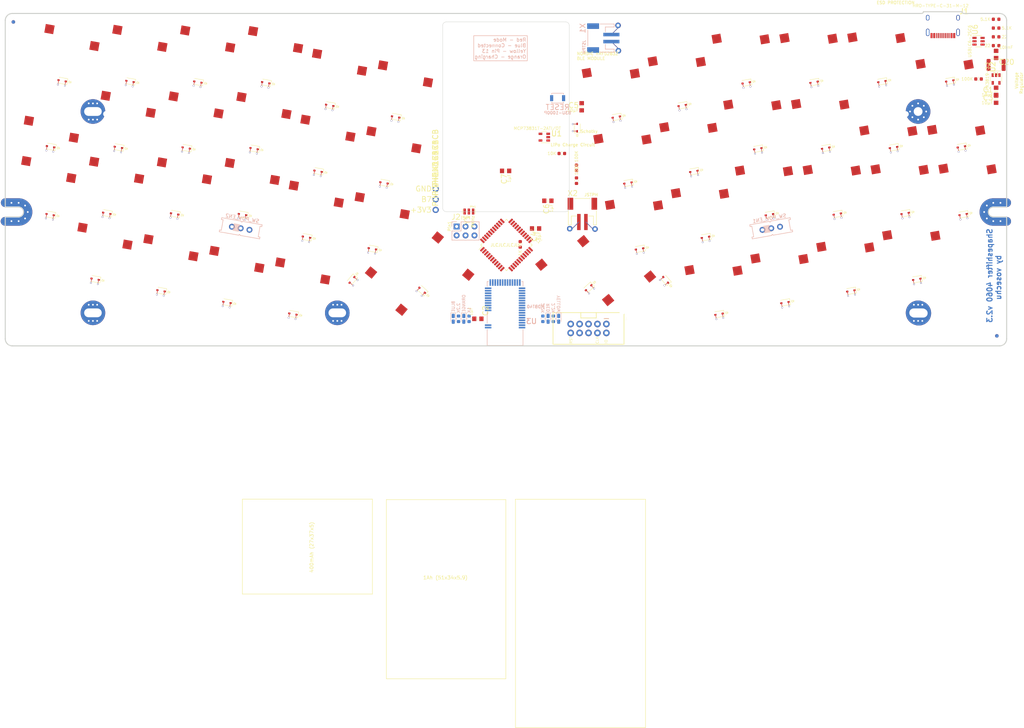
<source format=kicad_pcb>
(kicad_pcb (version 20171130) (host pcbnew "(5.1.5-0-10_14)")
  (layers (0 F.Cu signal) (1 In1.Cu power) (2 In2.Cu power) (31 B.Cu signal) (34 B.Paste user) (35 F.Paste user) (36 B.SilkS user) (37 F.SilkS user) (38 B.Mask user) (39 F.Mask user) (44 Edge.Cuts user))
  (net 0 "")
  (net 1 /COL1)
  (net 2 /COL2)
  (net 3 /COL3)
  (net 4 /COL4)
  (net 5 /COL5)
  (net 6 /COL7)
  (net 7 /COL8)
  (net 8 /COL9)
  (net 9 /COL10)
  (net 10 /ROW3)
  (net 11 /ROW2)
  (net 12 /ROW1)
  (net 13 /ROW0)
  (net 14 GND)
  (net 15 /COL6)
  (net 16 /RESET)
  (net 17 +3V3)
  (net 18 /13)
  (net 19 /9)
  (net 20 /8_BLE_CS)
  (net 21 /4_SWDIO/RST)
  (net 22 "Net-(IC1-Pad17)")
  (net 23 "Net-(IC1-Pad16)")
  (net 24 "Net-(IC1-Pad4)")
  (net 25 "Net-(IC1-Pad3)")
  (net 26 /7_BLE_IRQ)
  (net 27 /EN)
  (net 28 /MODE)
  (net 29 /CONNECTED)
  (net 30 /SWCLK)
  (net 31 /FCTRYRST)
  (net 32 /COL11)
  (net 33 /COL0)
  (net 34 "Net-(R9-Pad1)")
  (net 35 MISO)
  (net 36 MOSI)
  (net 37 SCK)
  (net 38 D+)
  (net 39 D-)
  (net 40 "Net-(J1-Pad10)")
  (net 41 "Net-(J1-Pad4)")
  (net 42 "Net-(R8-Pad2)")
  (net 43 RST)
  (net 44 "Net-(C6-Pad1)")
  (net 45 +5V)
  (net 46 +5VRAW)
  (net 47 +3.7VBAT)
  (net 48 /HWB)
  (net 49 /LED_STRIP_IN)
  (net 50 /CHARGE)
  (net 51 "Net-(R3-Pad1)")
  (net 52 "Net-(L2-PadA)")
  (net 53 "Net-(L3-PadA)")
  (net 54 "Net-(L1-PadA)")
  (net 55 "Net-(L4-PadC)")
  (net 56 "Net-(D1-Pad2)")
  (net 57 "Net-(D2-Pad2)")
  (net 58 "Net-(D3-Pad2)")
  (net 59 "Net-(D4-Pad2)")
  (net 60 "Net-(D5-Pad2)")
  (net 61 "Net-(D6-Pad2)")
  (net 62 "Net-(D7-Pad2)")
  (net 63 "Net-(D8-Pad2)")
  (net 64 "Net-(D9-Pad2)")
  (net 65 "Net-(D10-Pad2)")
  (net 66 "Net-(D11-Pad2)")
  (net 67 "Net-(D12-Pad2)")
  (net 68 "Net-(D13-Pad2)")
  (net 69 "Net-(D14-Pad2)")
  (net 70 "Net-(D15-Pad2)")
  (net 71 "Net-(D16-Pad2)")
  (net 72 "Net-(D17-Pad2)")
  (net 73 "Net-(D18-Pad2)")
  (net 74 "Net-(D19-Pad2)")
  (net 75 "Net-(D20-Pad2)")
  (net 76 "Net-(D21-Pad2)")
  (net 77 "Net-(D22-Pad2)")
  (net 78 "Net-(D23-Pad2)")
  (net 79 "Net-(D24-Pad2)")
  (net 80 "Net-(D25-Pad2)")
  (net 81 "Net-(D26-Pad2)")
  (net 82 "Net-(D27-Pad2)")
  (net 83 "Net-(D28-Pad2)")
  (net 84 "Net-(D29-Pad2)")
  (net 85 "Net-(D30-Pad2)")
  (net 86 "Net-(D31-Pad2)")
  (net 87 "Net-(D32-Pad2)")
  (net 88 "Net-(D33-Pad2)")
  (net 89 "Net-(D34-Pad2)")
  (net 90 "Net-(D35-Pad2)")
  (net 91 "Net-(D36-Pad2)")
  (net 92 "Net-(D37-Pad2)")
  (net 93 "Net-(D38-Pad2)")
  (net 94 "Net-(D39-Pad2)")
  (net 95 "Net-(D40-Pad2)")
  (net 96 "Net-(D41-Pad2)")
  (net 97 "Net-(D42-Pad2)")
  (net 98 "Net-(D43-Pad2)")
  (net 99 "Net-(D44-Pad2)")
  (net 100 "Net-(D45-Pad2)")
  (net 101 "Net-(D46-Pad2)")
  (net 102 "Net-(D47-Pad2)")
  (net 103 "Net-(D48-Pad2)")
  (module "Shapeshifter 4060 Footprints:3_Pin_SMD_Resonator" (layer F.Cu) (at 222.511772 127.919689 90)
    (fp_text reference Y1 (at -0.9 -1.4 90) (layer F.SilkS) (effects (font (size 1.5 1.5) (thickness 0.2)) (justify right top)))
    (fp_text value 8MHz (at -1.15 0.6 90) (layer F.SilkS) (effects (font (size 0.85 0.85)) (justify right top)))
    (fp_text user Pin1 (at 1.3 1.1) (layer F.SilkS) (effects (font (size 0.5 0.5) (thickness 0.1))))
    (pad 1 smd rect (at -0.05 1.15 180) (size 0.7 1.7) (layers F.Cu F.Paste F.Mask) (net 22 "Net-(IC1-Pad17)"))
    (pad 2 smd rect (at -0.05 -0.05 180) (size 0.7 1.7) (layers F.Cu F.Paste F.Mask) (net 14 GND))
    (pad 3 smd rect (at -0.05 -1.25 180) (size 0.7 1.7) (layers F.Cu F.Paste F.Mask) (net 23 "Net-(IC1-Pad16)"))
  )
  (module "Shapeshifter 4060 Footprints:JSTPH2_With_THT" (layer F.Cu) (at 254.761771 127.244689)
    (fp_text reference X2 (at -4.324999 -3.575) (layer F.SilkS) (effects (font (size 1.5 1.5) (thickness 0.2)) (justify left bottom)))
    (fp_text value JSTPH (at 0.475001 -3.55) (layer F.SilkS) (effects (font (size 0.85 0.85)) (justify left bottom)))
    (pad NC2 smd rect (at 3.4 -1.5 90) (size 3.4 1.6) (layers F.Cu F.Paste F.Mask))
    (pad NC1 smd rect (at -3.4 -1.5 90) (size 3.4 1.6) (layers F.Cu F.Paste F.Mask))
    (pad 2 smd rect (at 1 3.7) (size 1 4.6) (layers F.Cu F.Paste F.Mask) (net 47 +3.7VBAT))
    (pad 1 smd rect (at -1 3.7) (size 1 4.6) (layers F.Cu F.Paste F.Mask) (net 14 GND))
    (pad 1 thru_hole circle (at -3.6 5.6) (size 1.524 1.524) (drill 0.762) (layers *.Cu *.Mask) (net 14 GND))
    (pad 2 thru_hole circle (at 3.6 5.7) (size 1.524 1.524) (drill 0.762) (layers *.Cu *.Mask) (net 47 +3.7VBAT))
    (pad 2 thru_hole custom (at 3.6 5.7) (size 1.524 1.524) (drill 0.762) (layers F.Cu) (net 47 +3.7VBAT) (options (clearance outline) (anchor circle)) (primitives (gr_circle (center 0 0) (end 0.412311 0) (width 0.75)) (gr_line (start -0.6 0) (end 0 0) (width 0.15)) (gr_line (start -2.6 -2) (end -0.6 0) (width 0.15))))
    (pad 1 thru_hole custom (at -3.6 5.6) (size 1.524 1.524) (drill 0.762) (layers F.Cu) (net 14 GND) (options (clearance outline) (anchor circle)) (primitives (gr_circle (center 0 0) (end 0.412311 0) (width 0.75)) (gr_line (start 2.6 -1.9) (end 0.7 0) (width 0.15)) (gr_line (start 0.7 0) (end 0 0) (width 0.15))))
  )
  (module "Shapeshifter 4060 Footprints:JSTPH2_With_THT" (layer B.Cu) (at 259.311772 78.594689 270)
    (fp_text reference X1 (at -4.324999 3.575 90) (layer B.SilkS) (effects (font (size 1.5 1.5) (thickness 0.2)) (justify left bottom mirror)))
    (fp_text value JSTPH (at 0.475001 3.55 90) (layer B.SilkS) (effects (font (size 0.85 0.85)) (justify left bottom mirror)))
    (pad NC2 smd rect (at 3.4 1.5 180) (size 3.4 1.6) (layers B.Cu B.Paste B.Mask))
    (pad NC1 smd rect (at -3.4 1.5 180) (size 3.4 1.6) (layers B.Cu B.Paste B.Mask))
    (pad 2 smd rect (at 1 -3.7 270) (size 1 4.6) (layers B.Cu B.Paste B.Mask) (net 47 +3.7VBAT))
    (pad 1 smd rect (at -1 -3.7 270) (size 1 4.6) (layers B.Cu B.Paste B.Mask) (net 14 GND))
    (pad 1 thru_hole circle (at -3.6 -5.6 270) (size 1.524 1.524) (drill 0.762) (layers *.Cu *.Mask) (net 14 GND))
    (pad 2 thru_hole circle (at 3.6 -5.7 270) (size 1.524 1.524) (drill 0.762) (layers *.Cu *.Mask) (net 47 +3.7VBAT))
    (pad 2 thru_hole custom (at 3.6 -5.7 270) (size 1.524 1.524) (drill 0.762) (layers B.Cu) (net 47 +3.7VBAT) (options (clearance outline) (anchor circle)) (primitives (gr_circle (center 0 0) (end 0.412311 0) (width 0.75)) (gr_line (start -0.6 0) (end 0 0) (width 0.15)) (gr_line (start -2.6 2) (end -0.6 0) (width 0.15))))
    (pad 1 thru_hole custom (at -3.6 -5.6 270) (size 1.524 1.524) (drill 0.762) (layers B.Cu) (net 14 GND) (options (clearance outline) (anchor circle)) (primitives (gr_circle (center 0 0) (end 0.412311 0) (width 0.75)) (gr_line (start 2.6 1.9) (end 0.7 0) (width 0.15)) (gr_line (start 0.7 0) (end 0 0) (width 0.15))))
  )
  (module "Shapeshifter 4060 Footprints:SOT-23-6" (layer F.Cu) (at 367.511772 79.494689 270)
    (fp_text reference U6 (at -1.7 1 270) (layer F.SilkS) (effects (font (size 1.5 1.5) (thickness 0.2)) (justify left)))
    (fp_text value USBLC6-2SC6 (at -4.7 2.5 270) (layer F.SilkS) (effects (font (size 0.85 0.85) (thickness 0.125)) (justify right)))
    (pad 5 smd rect (at 0 -1.15 270) (size 0.6 1.2) (layers F.Cu F.Paste F.Mask) (net 46 +5VRAW))
    (pad 6 smd rect (at -0.95 -1.15 270) (size 0.6 1.2) (layers F.Cu F.Paste F.Mask) (net 42 "Net-(R8-Pad2)"))
    (pad 4 smd rect (at 0.95 -1.15 270) (size 0.6 1.2) (layers F.Cu F.Paste F.Mask) (net 34 "Net-(R9-Pad1)"))
    (pad 3 smd rect (at 0.95 1.15 270) (size 0.6 1.2) (layers F.Cu F.Paste F.Mask) (net 39 D-))
    (pad 2 smd rect (at 0 1.15 270) (size 0.6 1.2) (layers F.Cu F.Paste F.Mask) (net 14 GND))
    (pad 1 smd rect (at -0.95 1.15 270) (size 0.6 1.2) (layers F.Cu F.Paste F.Mask) (net 38 D+))
  )
  (module "Shapeshifter 4060 Footprints:BLE_MODULE_RAYTAC_MDBT40" (layer B.Cu) (at 232.761772 156.994689)
    (fp_text reference U3 (at 9.175 1.325 180) (layer B.SilkS) (effects (font (size 1.5 1.5) (thickness 0.25)) (justify left top mirror)))
    (fp_text value MDBT40 (at 6.1 -1.45 180) (layer B.SilkS) (effects (font (size 0.85 0.85)) (justify right bottom mirror)))
    (pad 1 smd rect (at -4.825 4) (size 1.85 0.45) (layers B.Cu B.Paste B.Mask) (net 14 GND))
    (pad 2 smd rect (at -4.825 3.3) (size 1.85 0.45) (layers B.Cu B.Paste B.Mask) (net 14 GND))
    (pad 3 smd rect (at -4.825 -0.9) (size 1.85 0.45) (layers B.Cu B.Paste B.Mask) (net 17 +3V3))
    (pad 4 smd rect (at -4.825 -1.6) (size 1.85 0.45) (layers B.Cu B.Paste B.Mask) (net 37 SCK))
    (pad 5 smd rect (at -4.825 -2.3) (size 1.85 0.45) (layers B.Cu B.Paste B.Mask) (net 35 MISO))
    (pad 6 smd rect (at -4.825 -3) (size 1.85 0.45) (layers B.Cu B.Paste B.Mask) (net 36 MOSI))
    (pad 7 smd rect (at -4.825 -3.7) (size 1.85 0.45) (layers B.Cu B.Paste B.Mask) (net 20 /8_BLE_CS))
    (pad 8 smd rect (at -4.825001 -4.4) (size 1.85 0.45) (layers B.Cu B.Paste B.Mask) (net 26 /7_BLE_IRQ))
    (pad 9 smd rect (at -4.825 -5.099999) (size 1.85 0.45) (layers B.Cu B.Paste B.Mask))
    (pad 10 smd rect (at -4.825 -5.8) (size 1.85 0.45) (layers B.Cu B.Paste B.Mask))
    (pad 11 smd rect (at -4.825 -6.5) (size 1.85 0.45) (layers B.Cu B.Paste B.Mask))
    (pad 12 smd rect (at -4.825 -7.2) (size 1.85 0.45) (layers B.Cu B.Paste B.Mask))
    (pad 13 smd rect (at -4.2 -8.825 270) (size 1.85 0.45) (layers B.Cu B.Paste B.Mask) (net 14 GND))
    (pad 14 smd rect (at -3.5 -8.825 270) (size 1.85 0.45) (layers B.Cu B.Paste B.Mask) (net 17 +3V3))
    (pad 15 smd rect (at -2.8 -8.825 270) (size 1.85 0.45) (layers B.Cu B.Paste B.Mask))
    (pad 16 smd rect (at -2.1 -8.825 270) (size 1.85 0.45) (layers B.Cu B.Paste B.Mask) (net 14 GND))
    (pad 17 smd rect (at -1.4 -8.825 270) (size 1.85 0.45) (layers B.Cu B.Paste B.Mask))
    (pad 18 smd rect (at -0.7 -8.825 270) (size 1.85 0.45) (layers B.Cu B.Paste B.Mask))
    (pad 19 smd rect (at 0 -8.825 270) (size 1.85 0.45) (layers B.Cu B.Paste B.Mask))
    (pad 20 smd rect (at 0.7 -8.825 270) (size 1.85 0.45) (layers B.Cu B.Paste B.Mask))
    (pad 21 smd rect (at 1.4 -8.825 270) (size 1.85 0.45) (layers B.Cu B.Paste B.Mask))
    (pad 22 smd rect (at 2.1 -8.825 270) (size 1.85 0.45) (layers B.Cu B.Paste B.Mask))
    (pad 23 smd rect (at 2.8 -8.825 270) (size 1.85 0.45) (layers B.Cu B.Paste B.Mask))
    (pad 24 smd rect (at 3.5 -8.825 270) (size 1.85 0.45) (layers B.Cu B.Paste B.Mask))
    (pad 25 smd rect (at 4.2 -8.825 270) (size 1.85 0.45) (layers B.Cu B.Paste B.Mask) (net 14 GND))
    (pad 26 smd rect (at 4.825 -7.2) (size 1.85 0.45) (layers B.Cu B.Paste B.Mask))
    (pad 27 smd rect (at 4.825 -6.5) (size 1.85 0.45) (layers B.Cu B.Paste B.Mask))
    (pad 28 smd rect (at 4.825 -5.8) (size 1.85 0.45) (layers B.Cu B.Paste B.Mask))
    (pad 29 smd rect (at 4.825 -5.1) (size 1.85 0.45) (layers B.Cu B.Paste B.Mask))
    (pad 30 smd rect (at 4.825 -4.4) (size 1.85 0.45) (layers B.Cu B.Paste B.Mask))
    (pad 31 smd rect (at 4.825 -3.7) (size 1.85 0.45) (layers B.Cu B.Paste B.Mask))
    (pad 32 smd rect (at 4.825 -3) (size 1.85 0.45) (layers B.Cu B.Paste B.Mask))
    (pad 33 smd rect (at 4.825 -2.3) (size 1.85 0.45) (layers B.Cu B.Paste B.Mask))
    (pad 34 smd rect (at 4.825 -1.6) (size 1.85 0.45) (layers B.Cu B.Paste B.Mask) (net 31 /FCTRYRST))
    (pad 35 smd rect (at 4.825001 -0.9) (size 1.85 0.45) (layers B.Cu B.Paste B.Mask) (net 21 /4_SWDIO/RST))
    (pad 36 smd rect (at 4.825 -0.2) (size 1.85 0.45) (layers B.Cu B.Paste B.Mask) (net 30 /SWCLK))
    (pad 37 smd rect (at 4.825 0.5) (size 1.85 0.45) (layers B.Cu B.Paste B.Mask))
    (pad 38 smd rect (at 4.825 1.2) (size 1.85 0.45) (layers B.Cu B.Paste B.Mask) (net 28 /MODE))
    (pad 39 smd rect (at 4.825001 1.9) (size 1.85 0.45) (layers B.Cu B.Paste B.Mask) (net 29 /CONNECTED))
    (pad 40 smd rect (at 4.825 2.599999) (size 1.85 0.45) (layers B.Cu B.Paste B.Mask))
    (pad 41 smd rect (at 4.825 3.3) (size 1.85 0.45) (layers B.Cu B.Paste B.Mask))
    (pad 42 smd rect (at 4.825 4) (size 1.85 0.45) (layers B.Cu B.Paste B.Mask) (net 14 GND))
    (pad "" np_thru_hole circle (at 2.2 4.45) (size 0.9 0.9) (drill 0.9) (layers *.Cu *.Mask))
  )
  (module "Shapeshifter 4060 Footprints:SOT-23-5" (layer F.Cu) (at 372.511772 90.244689 270)
    (fp_text reference U2 (at -1.8 1 90) (layer F.SilkS) (effects (font (size 1.5 1.5) (thickness 0.25)) (justify left)))
    (fp_text value SPX3819-3.3 (at -4.8 2.5 90) (layer F.SilkS) (effects (font (size 0.85 0.85) (thickness 0.125)) (justify right)))
    (pad 1 smd rect (at -1.1 -0.95 270) (size 1.06 0.65) (layers F.Cu F.Paste F.Mask) (net 45 +5V))
    (pad 2 smd rect (at -1.1 0 270) (size 1.06 0.65) (layers F.Cu F.Paste F.Mask) (net 14 GND))
    (pad 3 smd rect (at -1.1 0.95 270) (size 1.06 0.65) (layers F.Cu F.Paste F.Mask) (net 27 /EN))
    (pad 4 smd rect (at 1.1 0.95 270) (size 1.06 0.65) (layers F.Cu F.Paste F.Mask))
    (pad 5 smd rect (at 1.1 -0.95 270) (size 1.06 0.65) (layers F.Cu F.Paste F.Mask) (net 17 +3V3))
  )
  (module "Shapeshifter 4060 Footprints:SOT-23-5" (layer F.Cu) (at 243.936772 106.794689 180)
    (fp_text reference U1 (at -1.8 1) (layer F.SilkS) (effects (font (size 1.5 1.5) (thickness 0.25)) (justify left)))
    (fp_text value MCP73831T-2ATI/OT (at -4.8 2.5) (layer F.SilkS) (effects (font (size 0.85 0.85) (thickness 0.125)) (justify right)))
    (pad 1 smd rect (at -1.1 -0.95 180) (size 1.06 0.65) (layers F.Cu F.Paste F.Mask) (net 55 "Net-(L4-PadC)"))
    (pad 2 smd rect (at -1.1 0 180) (size 1.06 0.65) (layers F.Cu F.Paste F.Mask) (net 14 GND))
    (pad 3 smd rect (at -1.1 0.95 180) (size 1.06 0.65) (layers F.Cu F.Paste F.Mask) (net 47 +3.7VBAT))
    (pad 4 smd rect (at 1.1 0.95 180) (size 1.06 0.65) (layers F.Cu F.Paste F.Mask) (net 45 +5V))
    (pad 5 smd rect (at 1.1 -0.95 180) (size 1.06 0.65) (layers F.Cu F.Paste F.Mask) (net 51 "Net-(R3-Pad1)"))
  )
  (module "Shapeshifter 4060 Footprints:SW_SPST_B3U-1000P" (layer B.Cu) (at 247.711773 95.694689)
    (fp_text reference SW_RESET1 hide)
    (fp_text value SWITCH_PUSH hide)
    (pad 1 smd rect (at -1.7 0) (size 0.9 1.7) (layers B.Cu B.Paste B.Mask) (net 16 /RESET))
    (pad 2 smd rect (at 1.7 0) (size 0.9 1.7) (layers B.Cu B.Paste B.Mask) (net 14 GND))
  )
  (module "Shapeshifter 4060 Footprints:EG1218" (layer B.Cu) (at 157.511706 132.731527 350)
    (fp_text reference SW_POW_EN2 (at -0.02869 -2.860274 170) (layer B.SilkS) (effects (justify mirror)))
    (fp_text value SW_SPDT hide)
    (pad 2 thru_hole circle (at 0 0 350) (size 1.6764 1.6764) (drill 0.9) (layers *.Cu *.Mask) (net 27 /EN))
    (pad 1 thru_hole circle (at -2.54 0 350) (size 1.6764 1.6764) (drill 0.9) (layers *.Cu *.Mask) (net 14 GND))
    (pad 3 thru_hole circle (at 2.54 0 350) (size 1.6764 1.6764) (drill 0.9) (layers *.Cu *.Mask))
  )
  (module "Shapeshifter 4060 Footprints:EG1218" (layer B.Cu) (at 308.511708 132.731527 10)
    (fp_text reference SW_POW_EN1 (at -0.02869 -2.860274 10) (layer B.SilkS) (effects (justify mirror)))
    (fp_text value SW_SPDT hide)
    (pad 2 thru_hole circle (at 0 0 10) (size 1.6764 1.6764) (drill 0.9) (layers *.Cu *.Mask) (net 27 /EN))
    (pad 1 thru_hole circle (at -2.54 0 10) (size 1.6764 1.6764) (drill 0.9) (layers *.Cu *.Mask) (net 14 GND))
    (pad 3 thru_hole circle (at 2.54 0 10) (size 1.6764 1.6764) (drill 0.9) (layers *.Cu *.Mask))
  )
  (module "Shapeshifter 4060 Footprints:5mm_M2.5_Screw_Hole_Plated" (layer F.Cu) (at 350.524083 156.894398)
    (fp_text reference S9 hide)
    (fp_text value "Tofu screw")
    (pad 1 thru_hole circle (at 0 0) (size 7.00024 7.00024) (drill oval 5.00126 2.49936) (layers *.Cu *.Mask) (net 14 GND))
  )
  (module "Shapeshifter 4060 Footprints:1X01-CLEANBIG" (layer F.Cu) (at 213.011771 127.494689 90)
    (fp_text reference JP3 hide)
    (fp_text value PINHD-1X1CB (at 0.8 0.8 90) (layer F.SilkS) (effects (font (size 1.5 1.5) (thickness 0.25)) (justify left bottom)))
    (pad 1 thru_hole circle (at 0 0 90) (size 1.778 1.778) (drill 1.016) (layers *.Cu *.Mask) (net 17 +3V3))
  )
  (module "Shapeshifter 4060 Footprints:1X01-CLEANBIG" (layer F.Cu) (at 213.011771 121.494689 90)
    (fp_text reference JP2 hide)
    (fp_text value PINHD-1X1CB (at 0.8 0.8 90) (layer F.SilkS) (effects (font (size 1.5 1.5) (thickness 0.25)) (justify left bottom)))
    (pad 1 thru_hole circle (at 0 0 90) (size 1.778 1.778) (drill 1.016) (layers *.Cu *.Mask) (net 14 GND))
  )
  (module "Shapeshifter 4060 Footprints:1X01-CLEANBIG" (layer F.Cu) (at 213.011771 124.49469 90)
    (fp_text reference JP1 hide)
    (fp_text value PINHD-1X1CB (at 0.8 0.8 90) (layer F.SilkS) (effects (font (size 1.5 1.5) (thickness 0.25)) (justify left bottom)))
    (pad 1 thru_hole circle (at 0 0 90) (size 1.778 1.778) (drill 1.016) (layers *.Cu *.Mask) (net 49 /LED_STRIP_IN))
  )
  (module "Shapeshifter 4060 Footprints:ISP_Standard" (layer B.Cu) (at 221.511772 133.494689 270)
    (fp_text reference J2 (at -3.977644 2.721521) (layer F.SilkS) (effects (font (size 1.5 1.5) (thickness 0.2))))
    (fp_text value ISP (at -3.702644 0.146521) (layer F.SilkS))
    (fp_text user Pin1 (at -1.327644 4.546521 270) (layer F.SilkS) (effects (font (size 0.85 0.85))))
    (pad 1 thru_hole rect (at -1.27 2.54 270) (size 1.7 1.7) (drill 0.85) (layers *.Cu *.Mask) (net 35 MISO))
    (pad 2 thru_hole oval (at 1.27 2.54 270) (size 1.7 1.7) (drill 0.85) (layers *.Cu *.Mask) (net 17 +3V3))
    (pad 3 thru_hole oval (at -1.27 0 270) (size 1.7 1.7) (drill 0.85) (layers *.Cu *.Mask) (net 37 SCK))
    (pad 4 thru_hole oval (at 1.27 0 270) (size 1.7 1.7) (drill 0.85) (layers *.Cu *.Mask) (net 36 MOSI))
    (pad 5 thru_hole oval (at -1.27 -2.54 270) (size 1.7 1.7) (drill 0.85) (layers *.Cu *.Mask) (net 43 RST))
    (pad 6 thru_hole oval (at 1.27 -2.54 270) (size 1.7 1.7) (drill 0.85) (layers *.Cu *.Mask) (net 14 GND))
  )
  (module "Shapeshifter 4060 Footprints:HRO-TYPE-C-31-M-12" (layer F.Cu) (at 357.361772 70.194689 180)
    (fp_text reference J1 (at -4.6 -0.8) (layer F.SilkS) (effects (font (size 1.5 1.5) (thickness 0.25)) (justify left)))
    (fp_text value HRO-TYPE-C-31-M-12 (at -7.4 0.8) (layer F.SilkS) (effects (font (size 0.85 0.85) (thickness 0.125)) (justify right)))
    (pad 13 thru_hole oval (at 4.32 -2.6 180) (size 1 1.6) (drill oval 0.6 1.2) (layers *.Cu *.Mask) (net 14 GND))
    (pad 13 thru_hole oval (at -4.32 -2.6 180) (size 1 1.6) (drill oval 0.6 1.2) (layers *.Cu *.Mask) (net 14 GND))
    (pad 13 thru_hole oval (at 4.32 -6.78 180) (size 1 2.1) (drill oval 0.6 1.7) (layers *.Cu *.Mask) (net 14 GND))
    (pad 13 thru_hole oval (at -4.32 -6.78 180) (size 1 2.1) (drill oval 0.6 1.7) (layers *.Cu *.Mask) (net 14 GND))
    (pad "" np_thru_hole circle (at -2.89 -6.25 180) (size 0.65 0.65) (drill 0.65) (layers *.Cu *.Mask))
    (pad "" np_thru_hole circle (at 2.89 -6.25 180) (size 0.65 0.65) (drill 0.65) (layers *.Cu *.Mask))
    (pad 6 smd rect (at -0.25 -7.695 180) (size 0.3 1.45) (layers F.Cu F.Paste F.Mask) (net 38 D+))
    (pad 7 smd rect (at 0.25 -7.695 180) (size 0.3 1.45) (layers F.Cu F.Paste F.Mask) (net 39 D-))
    (pad 8 smd rect (at 0.75 -7.695 180) (size 0.3 1.45) (layers F.Cu F.Paste F.Mask) (net 38 D+))
    (pad 5 smd rect (at -0.75 -7.695 180) (size 0.3 1.45) (layers F.Cu F.Paste F.Mask) (net 39 D-))
    (pad 9 smd rect (at 1.25 -7.695 180) (size 0.3 1.45) (layers F.Cu F.Paste F.Mask))
    (pad 4 smd rect (at -1.25 -7.695 180) (size 0.3 1.45) (layers F.Cu F.Paste F.Mask) (net 41 "Net-(J1-Pad4)"))
    (pad 10 smd rect (at 1.75 -7.695 180) (size 0.3 1.45) (layers F.Cu F.Paste F.Mask) (net 40 "Net-(J1-Pad10)"))
    (pad 3 smd rect (at -1.75 -7.695 180) (size 0.3 1.45) (layers F.Cu F.Paste F.Mask))
    (pad 2 smd rect (at -2.45 -7.695 180) (size 0.6 1.45) (layers F.Cu F.Paste F.Mask) (net 46 +5VRAW))
    (pad 11 smd rect (at 2.45 -7.695 180) (size 0.6 1.45) (layers F.Cu F.Paste F.Mask) (net 46 +5VRAW))
    (pad 1 smd rect (at -3.225 -7.695 180) (size 0.6 1.45) (layers F.Cu F.Paste F.Mask) (net 14 GND))
    (pad 12 smd rect (at 3.225 -7.695 180) (size 0.6 1.45) (layers F.Cu F.Paste F.Mask) (net 14 GND))
  )
  (module "Shapeshifter 4060 Footprints:FIDUCIAL" (layer B.Cu) (at 92.817673 74.007888)
    (fp_text reference FID4 hide)
    (fp_text value Fiducial hide)
    (pad 1 connect circle (at 0 0) (size 1 1) (layers B.Cu B.Mask) (clearance 0.6))
  )
  (module "Shapeshifter 4060 Footprints:FIDUCIAL" (layer F.Cu) (at 92.817673 74.007888)
    (fp_text reference FID3 hide)
    (fp_text value Fiducial hide)
    (pad 1 connect circle (at 0 0) (size 1 1) (layers F.Cu F.Mask) (clearance 0.6))
  )
  (module "Shapeshifter 4060 Footprints:FIDUCIAL" (layer B.Cu) (at 372.727674 163.34789)
    (fp_text reference FID2 hide)
    (fp_text value Fiducial hide)
    (pad 1 connect circle (at 0 0) (size 1 1) (layers B.Cu B.Mask) (clearance 0.6))
  )
  (module "Shapeshifter 4060 Footprints:FIDUCIAL" (layer F.Cu) (at 372.727674 163.34789)
    (fp_text reference FID1 hide)
    (fp_text value Fiducial hide)
    (pad 1 connect circle (at 0 0) (size 1 1) (layers F.Cu F.Mask) (clearance 0.6))
  )
  (module "Shapeshifter 4060 Footprints:Fuse_1812_4532Metric" (layer F.Cu) (at 372.511772 86.244689 180)
    (fp_text reference F1 (at 0 -2.65 180) (layer F.SilkS))
    (fp_text value Polyfuse)
    (pad 2 smd roundrect (at 2.1375 0 180) (size 1.125 3.4) (layers F.Cu F.Paste F.Mask) (roundrect_rratio 0.222222) (net 46 +5VRAW))
    (pad 1 smd roundrect (at -2.1375 0 180) (size 1.125 3.4) (layers F.Cu F.Paste F.Mask) (roundrect_rratio 0.222222) (net 45 +5V))
  )
  (module "Shapeshifter 4060 Footprints:D_SOD-323_With_Test_Points" (layer F.Cu) (at 253.286772 104.069689 90)
    (fp_text reference D49)
    (fp_text value MBR120 hide)
    (pad 1 smd custom (at -1.05 0 90) (size 0.6 0.45) (layers F.Cu) (net 47 +3.7VBAT) (options (clearance outline) (anchor rect)) (primitives (gr_circle (center 0.05 0) (end 0.05 0) (width 0.4)) (gr_circle (center 0.05 -1.25) (end 0.05 -1.25) (width 0.4)) (gr_line (start 0.05 -1.25) (end 0.05 0) (width 0.15))))
    (pad 2 smd custom (at 1.05 0 90) (size 0.6 0.45) (layers F.Cu) (net 45 +5V) (options (clearance outline) (anchor rect)) (primitives (gr_line (start -0.05 -1.25) (end -0.05 0) (width 0.15)) (gr_circle (center -0.05 -1.25) (end -0.05 -1.25) (width 0.4)) (gr_circle (center -0.05 0) (end -0.05 0) (width 0.4))))
    (pad 1 thru_hole circle (at -1 -1.25 90) (size 0.5 0.5) (drill 0.4) (layers *.Cu *.Mask) (net 47 +3.7VBAT))
    (pad 2 thru_hole circle (at 1 -1.25 90) (size 0.5 0.5) (drill 0.4) (layers *.Cu *.Mask) (net 45 +5V))
    (pad 1 smd rect (at -1.05 0 90) (size 0.6 0.45) (layers F.Cu F.Paste F.Mask) (net 47 +3.7VBAT))
    (pad 2 smd rect (at 1.05 0 90) (size 0.6 0.45) (layers F.Cu F.Paste F.Mask) (net 45 +5V))
  )
  (module "Shapeshifter 4060 Footprints:Capacitor_0805_MP" (layer F.Cu) (at 372.511772 83.244689 180)
    (fp_text reference C20 (at -0.7 -1.3 180) (layer F.SilkS) (effects (font (size 1.5 1.5) (thickness 0.2)) (justify left top)))
    (fp_text value 100nF (at -0.8 1.5 180) (layer F.SilkS) (effects (font (size 0.85 0.85) (thickness 0.125)) (justify left bottom)))
    (pad 2 smd rect (at 0 -1.016 270) (size 1.2 1.3) (layers F.Cu F.Paste F.Mask) (net 46 +5VRAW))
    (pad 1 smd rect (at 0 1.016 270) (size 1.2 1.3) (layers F.Cu F.Paste F.Mask) (net 14 GND))
  )
  (module "Shapeshifter 4060 Footprints:Capacitor_0805_MP" (layer F.Cu) (at 232.911772 116.394688 90)
    (fp_text reference C7 (at -0.7 -1.3 270) (layer F.SilkS) (effects (font (size 1.5 1.5) (thickness 0.2)) (justify right top)))
    (fp_text value 1µF (at -0.8 1.5 270) (layer F.SilkS) (effects (font (size 0.85 0.85) (thickness 0.125)) (justify right bottom)))
    (pad 2 smd rect (at 0 -1.016 180) (size 1.2 1.3) (layers F.Cu F.Paste F.Mask) (net 14 GND))
    (pad 1 smd rect (at 0 1.016 180) (size 1.2 1.3) (layers F.Cu F.Paste F.Mask) (net 17 +3V3))
  )
  (module "Shapeshifter 4060 Footprints:Capacitor_0805_MP" (layer F.Cu) (at 244.936772 124.903689 90)
    (fp_text reference C6 (at -0.7 -1.3 270) (layer F.SilkS) (effects (font (size 1.5 1.5) (thickness 0.2)) (justify right top)))
    (fp_text value 1µF (at -0.8 1.5 270) (layer F.SilkS) (effects (font (size 0.85 0.85) (thickness 0.125)) (justify right bottom)))
    (pad 2 smd rect (at 0 -1.016 180) (size 1.2 1.3) (layers F.Cu F.Paste F.Mask) (net 14 GND))
    (pad 1 smd rect (at 0 1.016 180) (size 1.2 1.3) (layers F.Cu F.Paste F.Mask) (net 44 "Net-(C6-Pad1)"))
  )
  (module "Shapeshifter 4060 Footprints:Capacitor_0805_MP" (layer F.Cu) (at 254.561772 98.144689)
    (fp_text reference C5 (at -0.7 -1.3 180) (layer F.SilkS) (effects (font (size 1.5 1.5) (thickness 0.2)) (justify right top)))
    (fp_text value 10µF (at -0.8 1.5 180) (layer F.SilkS) (effects (font (size 0.85 0.85) (thickness 0.125)) (justify right bottom)))
    (pad 2 smd rect (at 0 -1.016 90) (size 1.2 1.3) (layers F.Cu F.Paste F.Mask) (net 14 GND))
    (pad 1 smd rect (at 0 1.016 90) (size 1.2 1.3) (layers F.Cu F.Paste F.Mask) (net 47 +3.7VBAT))
  )
  (module "Shapeshifter 4060 Footprints:Capacitor_0805_MP" (layer F.Cu) (at 241.436772 132.794689 90)
    (fp_text reference C4 (at -0.7 -1.3 270) (layer F.SilkS) (effects (font (size 1.5 1.5) (thickness 0.2)) (justify right top)))
    (fp_text value 1µF (at -0.8 1.5 270) (layer F.SilkS) (effects (font (size 0.85 0.85) (thickness 0.125)) (justify right bottom)))
    (pad 2 smd rect (at 0 -1.016 180) (size 1.2 1.3) (layers F.Cu F.Paste F.Mask) (net 14 GND))
    (pad 1 smd rect (at 0 1.016 180) (size 1.2 1.3) (layers F.Cu F.Paste F.Mask) (net 17 +3V3))
  )
  (module "Shapeshifter 4060 Footprints:Capacitor_0805_MP" (layer F.Cu) (at 372.511772 95.994689)
    (fp_text reference C3 (at -0.7 -1.3 180) (layer F.SilkS) (effects (font (size 1.5 1.5) (thickness 0.2)) (justify right top)))
    (fp_text value 10µF (at -0.8 1.5 180) (layer F.SilkS) (effects (font (size 0.85 0.85) (thickness 0.125)) (justify right bottom)))
    (pad 2 smd rect (at 0 -1.016 90) (size 1.2 1.3) (layers F.Cu F.Paste F.Mask) (net 14 GND))
    (pad 1 smd rect (at 0 1.016 90) (size 1.2 1.3) (layers F.Cu F.Paste F.Mask) (net 17 +3V3))
  )
  (module "Shapeshifter 4060 Footprints:Capacitor_0805_MP" (layer F.Cu) (at 225.011772 158.494689 270)
    (fp_text reference C2 (at -0.7 -1.3 270) (layer F.SilkS) (effects (font (size 1.5 1.5) (thickness 0.2)) (justify left top)))
    (fp_text value 1µF (at -0.8 1.5 270) (layer F.SilkS) (effects (font (size 0.85 0.85) (thickness 0.125)) (justify left bottom)))
    (pad 2 smd rect (at 0 -1.016) (size 1.2 1.3) (layers F.Cu F.Paste F.Mask) (net 14 GND))
    (pad 1 smd rect (at 0 1.016) (size 1.2 1.3) (layers F.Cu F.Paste F.Mask) (net 17 +3V3))
  )
  (module "Shapeshifter 4060 Footprints:Capacitor_0805_MP" (layer F.Cu) (at 372.511772 93.744689)
    (fp_text reference C1 (at -0.7 -1.3 180) (layer F.SilkS) (effects (font (size 1.5 1.5) (thickness 0.2)) (justify right top)))
    (fp_text value 10µF (at -0.8 1.5 180) (layer F.SilkS) (effects (font (size 0.85 0.85) (thickness 0.125)) (justify right bottom)))
    (pad 2 smd rect (at 0 -1.016 90) (size 1.2 1.3) (layers F.Cu F.Paste F.Mask) (net 14 GND))
    (pad 1 smd rect (at 0 1.016 90) (size 1.2 1.3) (layers F.Cu F.Paste F.Mask) (net 45 +5V))
  )
  (module "Shapeshifter 4060 Footprints:60_percent_plus_tofu_no_center_holes" (layer F.Cu) (at 233.012247 118.894639)
    (fp_text reference BOARD1 hide)
    (fp_text value BoardOutline hide)
    (fp_line (start 140.5 47.3) (end -140.5 47.3) (layer Edge.Cuts) (width 0.3))
    (fp_line (start -140.5 -47.3) (end 118.3 -47.3) (layer Edge.Cuts) (width 0.3))
    (fp_arc (start 140.5 -45.3) (end 142.5 -45.3) (angle -90) (layer Edge.Cuts) (width 0.3))
    (fp_arc (start 140.5 45.3) (end 140.5 47.3) (angle -90) (layer Edge.Cuts) (width 0.3))
    (fp_arc (start -140.5 45.3) (end -142.5 45.3) (angle -90) (layer Edge.Cuts) (width 0.3))
    (fp_arc (start -140.5 -45.3) (end -140.5 -47.3) (angle -90) (layer Edge.Cuts) (width 0.3))
    (fp_line (start 142.5 45.3) (end 142.5 10.6) (layer Edge.Cuts) (width 0.3))
    (fp_line (start 142.5 10.6) (end 138.7 10.6) (layer Edge.Cuts) (width 0.3))
    (fp_arc (start 138.7 9.2) (end 138.7 7.8) (angle -90) (layer Edge.Cuts) (width 0.3))
    (fp_line (start 138.7 7.8) (end 142.5 7.8) (layer Edge.Cuts) (width 0.3))
    (fp_line (start 142.5 7.8) (end 142.5 -45.3) (layer Edge.Cuts) (width 0.3))
    (fp_arc (start -138.7 9.2) (end -138.7 7.8) (angle 90) (layer Edge.Cuts) (width 0.3))
    (fp_arc (start -138.7 9.2) (end -137.3 9.2) (angle 90) (layer Edge.Cuts) (width 0.3))
    (fp_line (start -142.5 10.6) (end -142.5 45.3) (layer Edge.Cuts) (width 0.3))
    (fp_line (start -142.5 7.8) (end -142.5 -45.3) (layer Edge.Cuts) (width 0.3))
    (fp_line (start -138.7 10.6) (end -142.5 10.6) (layer Edge.Cuts) (width 0.3))
    (fp_line (start -138.7 7.8) (end -142.5 7.8) (layer Edge.Cuts) (width 0.3))
    (fp_arc (start 138.7 9.2) (end 137.3 9.2) (angle -90) (layer Edge.Cuts) (width 0.3))
    (fp_line (start 129.8 -47.8) (end 118.8 -47.8) (layer Edge.Cuts) (width 0.3))
    (fp_arc (start 130.3 -47.8) (end 129.8 -47.8) (angle -90) (layer Edge.Cuts) (width 0.3))
    (fp_arc (start 118.3 -47.8) (end 118.3 -47.3) (angle -90) (layer Edge.Cuts) (width 0.3))
    (fp_line (start 140.5 -47.3) (end 130.3 -47.3) (layer Edge.Cuts) (width 0.3))
    (pad 1 thru_hole custom (at 136.1 9.2) (size 1 1) (drill 0.5) (layers *.Cu *.Mask) (net 14 GND) (options (clearance outline) (anchor circle)) (primitives (gr_arc (start 2.6 0) (end 2.6 -2.65095) (angle -90) (width 2.5019)) (gr_arc (start 2.6 0) (end -0.05095 0) (angle -90) (width 2.5019)) (gr_line (start 6.4 2.65095) (end 2.6 2.65095) (width 2.5019)) (gr_line (start 6.4 2.65095) (end 2.6 2.65095) (width 2.5019)) (gr_arc (start 2.6 0) (end 2.6 -2.65095) (angle -90) (width 2.5019)) (gr_arc (start 2.6 0) (end -0.05095 0) (angle -90) (width 2.5019)) (gr_line (start 6.4 -2.65095) (end 2.6 -2.65095) (width 2.5019)) (gr_line (start 6.4 -2.65095) (end 2.6 -2.65095) (width 2.5019))))
    (pad 1 thru_hole custom (at -136.1 9.2) (size 1 1) (drill 0.5) (layers *.Cu *.Mask) (net 14 GND) (options (clearance outline) (anchor circle)) (primitives (gr_line (start -2.6 2.65095) (end -6.45 2.65095) (width 2.5019)) (gr_line (start -2.6 -2.65095) (end -6.4 -2.65095) (width 2.5019)) (gr_arc (start -2.6 0) (end 0.05095 0) (angle 90) (width 2.5019)) (gr_arc (start -2.6 0) (end -2.6 -2.65095) (angle 90) (width 2.5019)) (gr_line (start -2.6 -2.65095) (end -6.4 -2.65095) (width 2.5019)) (gr_line (start -2.6 2.65095) (end -6.45 2.65095) (width 2.5019)) (gr_arc (start -2.6 0) (end 0.05095 0) (angle 90) (width 2.5019)) (gr_arc (start -2.6 0) (end -2.6 -2.65095) (angle 90) (width 2.5019))))
    (pad 1 thru_hole circle (at -136.861522 11.038478 180) (size 1 1) (drill 0.5) (layers *.Cu *.Mask) (net 14 GND))
    (pad 1 thru_hole circle (at -138.7 11.8 180) (size 1 1) (drill 0.5) (layers *.Cu *.Mask) (net 14 GND))
    (pad 1 thru_hole circle (at -140.742035 11.8 180) (size 1 1) (drill 0.5) (layers *.Cu *.Mask) (net 14 GND))
    (pad 1 thru_hole circle (at -140.742035 6.6 180) (size 1 1) (drill 0.5) (layers *.Cu *.Mask) (net 14 GND))
    (pad 1 thru_hole circle (at -138.7 6.6 180) (size 1 1) (drill 0.5) (layers *.Cu *.Mask) (net 14 GND))
    (pad 1 thru_hole circle (at -136.861522 7.361522 180) (size 1 1) (drill 0.5) (layers *.Cu *.Mask) (net 14 GND))
    (pad 1 thru_hole circle (at 140.742035 11.8 180) (size 1 1) (drill 0.5) (layers *.Cu *.Mask) (net 14 GND))
    (pad 1 thru_hole circle (at 140.742035 6.6 180) (size 1 1) (drill 0.5) (layers *.Cu *.Mask) (net 14 GND))
    (pad 1 thru_hole circle (at 136.861522 11.038478 180) (size 1 1) (drill 0.5) (layers *.Cu *.Mask) (net 14 GND))
    (pad 1 thru_hole circle (at 136.861522 7.361522 180) (size 1 1) (drill 0.5) (layers *.Cu *.Mask) (net 14 GND))
    (pad 1 thru_hole circle (at 138.7 11.8 180) (size 1 1) (drill 0.5) (layers *.Cu *.Mask) (net 14 GND))
    (pad 1 thru_hole circle (at 138.7 6.6 180) (size 1 1) (drill 0.5) (layers *.Cu *.Mask) (net 14 GND))
    (pad 1 thru_hole circle (at -49.2 40.2 180) (size 1 1) (drill 0.5) (layers *.Cu *.Mask) (net 14 GND))
    (pad 1 thru_hole circle (at -46.8 40.2 180) (size 1 1) (drill 0.5) (layers *.Cu *.Mask) (net 14 GND))
    (pad 1 thru_hole circle (at -46.8 35.6 180) (size 1 1) (drill 0.5) (layers *.Cu *.Mask) (net 14 GND))
    (pad 1 thru_hole circle (at -49.2 35.6 180) (size 1 1) (drill 0.5) (layers *.Cu *.Mask) (net 14 GND))
    (pad 1 thru_hole circle (at -48 40.2 180) (size 1 1) (drill 0.5) (layers *.Cu *.Mask) (net 14 GND))
    (pad 1 thru_hole circle (at -48 35.6 180) (size 1 1) (drill 0.5) (layers *.Cu *.Mask) (net 14 GND))
    (pad 1 thru_hole circle (at -118.75 -21.717 180) (size 1 1) (drill 0.5) (layers *.Cu *.Mask) (net 14 GND))
    (pad 1 thru_hole circle (at -116.35 -21.7 180) (size 1 1) (drill 0.5) (layers *.Cu *.Mask) (net 14 GND))
    (pad 1 thru_hole circle (at -116.35 -17.1 180) (size 1 1) (drill 0.5) (layers *.Cu *.Mask) (net 14 GND))
    (pad 1 thru_hole circle (at -118.75 -17.1 180) (size 1 1) (drill 0.5) (layers *.Cu *.Mask) (net 14 GND))
    (pad 1 thru_hole circle (at -117.55 -17.1 180) (size 1 1) (drill 0.5) (layers *.Cu *.Mask) (net 14 GND))
    (pad 1 thru_hole circle (at -117.55 -21.7 180) (size 1 1) (drill 0.5) (layers *.Cu *.Mask) (net 14 GND))
    (pad 1 thru_hole circle (at 115.673654 -17.773654 180) (size 1 1) (drill 0.5) (layers *.Cu *.Mask) (net 14 GND))
    (pad 1 thru_hole circle (at 118.926346 -17.773654 180) (size 1 1) (drill 0.5) (layers *.Cu *.Mask) (net 14 GND))
    (pad 1 thru_hole circle (at 115.673654 -21.026346 180) (size 1 1) (drill 0.5) (layers *.Cu *.Mask) (net 14 GND))
    (pad 1 thru_hole circle (at 118.926346 -21.026346 180) (size 1 1) (drill 0.5) (layers *.Cu *.Mask) (net 14 GND))
    (pad 1 thru_hole circle (at 117.3 -17.1 180) (size 1 1) (drill 0.5) (layers *.Cu *.Mask) (net 14 GND))
    (pad 1 thru_hole circle (at 115 -19.4 180) (size 1 1) (drill 0.5) (layers *.Cu *.Mask) (net 14 GND))
    (pad 1 thru_hole circle (at 119.6 -19.4 180) (size 1 1) (drill 0.5) (layers *.Cu *.Mask) (net 14 GND))
    (pad 1 thru_hole circle (at 117.3 -21.7 180) (size 1 1) (drill 0.5) (layers *.Cu *.Mask) (net 14 GND))
    (pad 1 thru_hole circle (at -117.55 -19.4 180) (size 7 7) (drill oval 5 2.5) (layers *.Cu *.Mask) (net 14 GND))
    (pad 1 thru_hole circle (at -48 37.9) (size 7 7) (drill oval 5 2.5) (layers *.Cu *.Mask) (net 14 GND))
    (pad 1 thru_hole circle (at 117.3 -19.4) (size 7 7) (drill 2.5) (layers *.Cu *.Mask) (net 14 GND))
    (pad 1 thru_hole circle (at -117.55 35.6 180) (size 1 1) (drill 0.5) (layers *.Cu *.Mask) (net 14 GND))
    (pad 1 thru_hole circle (at -117.55 40.2 180) (size 1 1) (drill 0.5) (layers *.Cu *.Mask) (net 14 GND))
    (pad 1 thru_hole circle (at -116.35 40.2 180) (size 1 1) (drill 0.5) (layers *.Cu *.Mask) (net 14 GND))
    (pad 1 thru_hole circle (at -118.75 40.2 180) (size 1 1) (drill 0.5) (layers *.Cu *.Mask) (net 14 GND))
    (pad 1 thru_hole circle (at -118.75 35.6 180) (size 1 1) (drill 0.5) (layers *.Cu *.Mask) (net 14 GND))
    (pad 1 thru_hole circle (at -116.35 35.6 180) (size 1 1) (drill 0.5) (layers *.Cu *.Mask) (net 14 GND))
    (pad 1 thru_hole circle (at -117.55 37.9) (size 7 7) (drill oval 5 2.5) (layers *.Cu *.Mask) (net 14 GND))
    (pad 1 thru_hole circle (at 117.3 35.6 180) (size 1 1) (drill 0.5) (layers *.Cu *.Mask) (net 14 GND))
    (pad 1 thru_hole circle (at 117.3 40.2 180) (size 1 1) (drill 0.5) (layers *.Cu *.Mask) (net 14 GND))
    (pad 1 thru_hole circle (at 118.5 40.2 180) (size 1 1) (drill 0.5) (layers *.Cu *.Mask) (net 14 GND))
    (pad 1 thru_hole circle (at 116.1 40.2 180) (size 1 1) (drill 0.5) (layers *.Cu *.Mask) (net 14 GND))
    (pad 1 thru_hole circle (at 116.1 35.6 180) (size 1 1) (drill 0.5) (layers *.Cu *.Mask) (net 14 GND))
    (pad 1 thru_hole circle (at 118.5 35.6 180) (size 1 1) (drill 0.5) (layers *.Cu *.Mask) (net 14 GND))
    (pad 1 thru_hole circle (at 117.3 37.9) (size 7 7) (drill oval 5 2.5) (layers *.Cu *.Mask) (net 14 GND))
  )
  (module "Shapeshifter 4060 Footprints:TQFP-44_10x10mm_P0.8mm" (layer F.Cu) (at 233.161772 137.494689 45)
    (fp_text reference IC1 (at 7.196521 5.4 -225) (layer F.SilkS) (effects (font (size 0.75 0.75) (thickness 0.125))))
    (fp_text value ATMEGA32U4 (at 7.996521 4 -225) (layer F.SilkS) (effects (font (size 0.5 0.5) (thickness 0.05))))
    (pad 44 smd rect (at -4 -5.7 135) (size 1.5 0.55) (layers F.Cu F.Paste F.Mask) (net 17 +3V3))
    (pad 43 smd rect (at -3.2 -5.7 135) (size 1.5 0.55) (layers F.Cu F.Paste F.Mask) (net 14 GND))
    (pad 42 smd rect (at -2.4 -5.7 135) (size 1.5 0.55) (layers F.Cu F.Paste F.Mask) (net 44 "Net-(C6-Pad1)"))
    (pad 41 smd rect (at -1.6 -5.7 135) (size 1.5 0.55) (layers F.Cu F.Paste F.Mask) (net 15 /COL6))
    (pad 40 smd rect (at -0.8 -5.7 135) (size 1.5 0.55) (layers F.Cu F.Paste F.Mask) (net 6 /COL7))
    (pad 39 smd rect (at 0 -5.7 135) (size 1.5 0.55) (layers F.Cu F.Paste F.Mask) (net 7 /COL8))
    (pad 38 smd rect (at 0.8 -5.7 135) (size 1.5 0.55) (layers F.Cu F.Paste F.Mask) (net 8 /COL9))
    (pad 37 smd rect (at 1.6 -5.7 135) (size 1.5 0.55) (layers F.Cu F.Paste F.Mask) (net 9 /COL10))
    (pad 36 smd rect (at 2.4 -5.7 135) (size 1.5 0.55) (layers F.Cu F.Paste F.Mask) (net 32 /COL11))
    (pad 35 smd rect (at 3.2 -5.7 135) (size 1.5 0.55) (layers F.Cu F.Paste F.Mask) (net 14 GND))
    (pad 34 smd rect (at 4 -5.7 135) (size 1.5 0.55) (layers F.Cu F.Paste F.Mask) (net 17 +3V3))
    (pad 33 smd rect (at 5.7 -4 45) (size 1.5 0.55) (layers F.Cu F.Paste F.Mask) (net 48 /HWB))
    (pad 32 smd rect (at 5.7 -3.2 45) (size 1.5 0.55) (layers F.Cu F.Paste F.Mask) (net 18 /13))
    (pad 31 smd rect (at 5.7 -2.4 45) (size 1.5 0.55) (layers F.Cu F.Paste F.Mask) (net 10 /ROW3))
    (pad 30 smd rect (at 5.7 -1.6 45) (size 1.5 0.55) (layers F.Cu F.Paste F.Mask) (net 11 /ROW2))
    (pad 29 smd rect (at 5.7 -0.8 45) (size 1.5 0.55) (layers F.Cu F.Paste F.Mask) (net 19 /9))
    (pad 28 smd rect (at 5.7 0 45) (size 1.5 0.55) (layers F.Cu F.Paste F.Mask) (net 20 /8_BLE_CS))
    (pad 27 smd rect (at 5.7 0.8 45) (size 1.5 0.55) (layers F.Cu F.Paste F.Mask) (net 12 /ROW1))
    (pad 26 smd rect (at 5.7 1.6 45) (size 1.5 0.55) (layers F.Cu F.Paste F.Mask) (net 13 /ROW0))
    (pad 25 smd rect (at 5.7 2.4 45) (size 1.5 0.55) (layers F.Cu F.Paste F.Mask) (net 5 /COL5))
    (pad 24 smd rect (at 5.7 3.2 45) (size 1.5 0.55) (layers F.Cu F.Paste F.Mask) (net 17 +3V3))
    (pad 23 smd rect (at 5.7 4 45) (size 1.5 0.55) (layers F.Cu F.Paste F.Mask) (net 14 GND))
    (pad 22 smd rect (at 4 5.7 135) (size 1.5 0.55) (layers F.Cu F.Paste F.Mask) (net 33 /COL0))
    (pad 21 smd rect (at 3.2 5.7 135) (size 1.5 0.55) (layers F.Cu F.Paste F.Mask) (net 1 /COL1))
    (pad 20 smd rect (at 2.4 5.7 135) (size 1.5 0.55) (layers F.Cu F.Paste F.Mask) (net 2 /COL2))
    (pad 19 smd rect (at 1.6 5.7 135) (size 1.5 0.55) (layers F.Cu F.Paste F.Mask) (net 3 /COL3))
    (pad 18 smd rect (at 0.8 5.7 135) (size 1.5 0.55) (layers F.Cu F.Paste F.Mask) (net 4 /COL4))
    (pad 17 smd rect (at 0 5.7 135) (size 1.5 0.55) (layers F.Cu F.Paste F.Mask) (net 22 "Net-(IC1-Pad17)"))
    (pad 16 smd rect (at -0.8 5.7 135) (size 1.5 0.55) (layers F.Cu F.Paste F.Mask) (net 23 "Net-(IC1-Pad16)"))
    (pad 15 smd rect (at -1.6 5.7 135) (size 1.5 0.55) (layers F.Cu F.Paste F.Mask) (net 14 GND))
    (pad 14 smd rect (at -2.4 5.7 135) (size 1.5 0.55) (layers F.Cu F.Paste F.Mask) (net 17 +3V3))
    (pad 13 smd rect (at -3.2 5.7 135) (size 1.5 0.55) (layers F.Cu F.Paste F.Mask) (net 16 /RESET))
    (pad 12 smd rect (at -4 5.7 135) (size 1.5 0.55) (layers F.Cu F.Paste F.Mask) (net 49 /LED_STRIP_IN))
    (pad 11 smd rect (at -5.7 4 45) (size 1.5 0.55) (layers F.Cu F.Paste F.Mask) (net 35 MISO))
    (pad 10 smd rect (at -5.7 3.2 45) (size 1.5 0.55) (layers F.Cu F.Paste F.Mask) (net 36 MOSI))
    (pad 9 smd rect (at -5.7 2.4 45) (size 1.5 0.55) (layers F.Cu F.Paste F.Mask) (net 37 SCK))
    (pad 8 smd rect (at -5.7 1.6 45) (size 1.5 0.55) (layers F.Cu F.Paste F.Mask) (net 43 RST))
    (pad 7 smd rect (at -5.7 0.8 45) (size 1.5 0.55) (layers F.Cu F.Paste F.Mask) (net 45 +5V))
    (pad 6 smd rect (at -5.7 0 45) (size 1.5 0.55) (layers F.Cu F.Paste F.Mask) (net 17 +3V3))
    (pad 5 smd rect (at -5.7 -0.8 45) (size 1.5 0.55) (layers F.Cu F.Paste F.Mask) (net 14 GND))
    (pad 4 smd rect (at -5.7 -1.6 45) (size 1.5 0.55) (layers F.Cu F.Paste F.Mask) (net 24 "Net-(IC1-Pad4)"))
    (pad 3 smd rect (at -5.7 -2.4 45) (size 1.5 0.55) (layers F.Cu F.Paste F.Mask) (net 25 "Net-(IC1-Pad3)"))
    (pad 2 smd rect (at -5.7 -3.2 45) (size 1.5 0.55) (layers F.Cu F.Paste F.Mask) (net 45 +5V))
    (pad 1 smd rect (at -5.7 -4 45) (size 1.5 0.55) (layers F.Cu F.Paste F.Mask) (net 26 /7_BLE_IRQ))
  )
  (module "Shapeshifter 4060 Footprints:R_0603_1608Metric" (layer B.Cu) (at 219.511772 158.494689 270)
    (fp_text reference R7)
    (fp_text value 2.2K (at -1.525 0 270) (layer B.SilkS) (effects (font (size 0.85 0.85) (thickness 0.125)) (justify right mirror)))
    (pad 1 smd roundrect (at -0.7875 0 270) (size 0.875 0.95) (layers B.Cu B.Paste B.Mask) (net 53 "Net-(L3-PadA)"))
    (pad 2 smd roundrect (at 0.7875 0 270) (size 0.875 0.95) (layers B.Cu B.Paste B.Mask) (net 29 /CONNECTED))
  )
  (module "Shapeshifter 4060 Footprints:R_0603_1608Metric" (layer B.Cu) (at 246.511772 158.494689 270)
    (fp_text reference R13)
    (fp_text value 2.2K (at -1.525 0 270) (layer B.SilkS) (effects (font (size 0.85 0.85) (thickness 0.125)) (justify right mirror)))
    (pad 1 smd roundrect (at -0.7875 0 270) (size 0.875 0.95) (layers B.Cu B.Paste B.Mask) (net 54 "Net-(L1-PadA)"))
    (pad 2 smd roundrect (at 0.7875 0 270) (size 0.875 0.95) (layers B.Cu B.Paste B.Mask) (net 18 /13))
  )
  (module "Shapeshifter 4060 Footprints:R_0603_1608Metric" (layer F.Cu) (at 372.511772 75.744689 180)
    (fp_text reference R12)
    (fp_text value 5.1K (at -1.525 0 180) (layer F.SilkS) (effects (font (size 0.85 0.85) (thickness 0.125)) (justify left)))
    (pad 1 smd roundrect (at -0.7875 0 180) (size 0.875 0.95) (layers F.Cu F.Paste F.Mask) (net 14 GND))
    (pad 2 smd roundrect (at 0.7875 0 180) (size 0.875 0.95) (layers F.Cu F.Paste F.Mask) (net 41 "Net-(J1-Pad4)"))
  )
  (module "Shapeshifter 4060 Footprints:R_0603_1608Metric" (layer F.Cu) (at 372.511772 73.244689)
    (fp_text reference R11)
    (fp_text value 5.1K (at -1.525 0 -180) (layer F.SilkS) (effects (font (size 0.85 0.85) (thickness 0.125)) (justify right)))
    (pad 1 smd roundrect (at -0.7875 0) (size 0.875 0.95) (layers F.Cu F.Paste F.Mask) (net 40 "Net-(J1-Pad10)"))
    (pad 2 smd roundrect (at 0.7875 0) (size 0.875 0.95) (layers F.Cu F.Paste F.Mask) (net 14 GND))
  )
  (module "Shapeshifter 4060 Footprints:R_0603_1608Metric" (layer F.Cu) (at 237.076531 137.312203 90)
    (fp_text reference R10)
    (fp_text value 1K (at -1.525 0 -90) (layer F.SilkS) (effects (font (size 0.85 0.85) (thickness 0.125)) (justify right)))
    (pad 1 smd roundrect (at -0.7875 0 90) (size 0.875 0.95) (layers F.Cu F.Paste F.Mask) (net 14 GND))
    (pad 2 smd roundrect (at 0.7875 0 90) (size 0.875 0.95) (layers F.Cu F.Paste F.Mask) (net 48 /HWB))
  )
  (module "Shapeshifter 4060 Footprints:R_0603_1608Metric" (layer F.Cu) (at 372.511772 80.744689)
    (fp_text reference R9)
    (fp_text value 22 (at -1.525 0 -180) (layer F.SilkS) (effects (font (size 0.85 0.85) (thickness 0.125)) (justify right)))
    (pad 1 smd roundrect (at -0.7875 0) (size 0.875 0.95) (layers F.Cu F.Paste F.Mask) (net 34 "Net-(R9-Pad1)"))
    (pad 2 smd roundrect (at 0.7875 0) (size 0.875 0.95) (layers F.Cu F.Paste F.Mask) (net 25 "Net-(IC1-Pad3)"))
  )
  (module "Shapeshifter 4060 Footprints:R_0603_1608Metric" (layer F.Cu) (at 372.511772 78.244689 180)
    (fp_text reference R8)
    (fp_text value 22 (at -1.525 0 180) (layer F.SilkS) (effects (font (size 0.85 0.85) (thickness 0.125)) (justify left)))
    (pad 1 smd roundrect (at -0.7875 0 180) (size 0.875 0.95) (layers F.Cu F.Paste F.Mask) (net 24 "Net-(IC1-Pad4)"))
    (pad 2 smd roundrect (at 0.7875 0 180) (size 0.875 0.95) (layers F.Cu F.Paste F.Mask) (net 42 "Net-(R8-Pad2)"))
  )
  (module "Shapeshifter 4060 Footprints:R_0603_1608Metric" (layer B.Cu) (at 243.511772 158.494689 270)
    (fp_text reference R6)
    (fp_text value 2.2K (at -1.525 0 270) (layer B.SilkS) (effects (font (size 0.85 0.85) (thickness 0.125)) (justify right mirror)))
    (pad 1 smd roundrect (at -0.7875 0 270) (size 0.875 0.95) (layers B.Cu B.Paste B.Mask) (net 52 "Net-(L2-PadA)"))
    (pad 2 smd roundrect (at 0.7875 0 270) (size 0.875 0.95) (layers B.Cu B.Paste B.Mask) (net 28 /MODE))
  )
  (module "Shapeshifter 4060 Footprints:R_0603_1608Metric" (layer F.Cu) (at 253.081592 119.180891 270)
    (fp_text reference R5)
    (fp_text value 100K (at -1.525 0 270) (layer F.SilkS) (effects (font (size 0.85 0.85) (thickness 0.125)) (justify left)))
    (pad 1 smd roundrect (at -0.7875 0 270) (size 0.875 0.95) (layers F.Cu F.Paste F.Mask) (net 19 /9))
    (pad 2 smd roundrect (at 0.7875 0 270) (size 0.875 0.95) (layers F.Cu F.Paste F.Mask) (net 14 GND))
  )
  (module "Shapeshifter 4060 Footprints:R_0603_1608Metric" (layer F.Cu) (at 253.081592 115.53089 270)
    (fp_text reference R4)
    (fp_text value 100K (at -1.525 0 270) (layer F.SilkS) (effects (font (size 0.85 0.85) (thickness 0.125)) (justify left)))
    (pad 1 smd roundrect (at -0.7875 0 270) (size 0.875 0.95) (layers F.Cu F.Paste F.Mask) (net 47 +3.7VBAT))
    (pad 2 smd roundrect (at 0.7875 0 270) (size 0.875 0.95) (layers F.Cu F.Paste F.Mask) (net 19 /9))
  )
  (module "Shapeshifter 4060 Footprints:R_0603_1608Metric" (layer F.Cu) (at 248.911772 111.444689)
    (fp_text reference R3)
    (fp_text value 10K (at -1.525 0 -180) (layer F.SilkS) (effects (font (size 0.85 0.85) (thickness 0.125)) (justify right)))
    (pad 1 smd roundrect (at -0.7875 0) (size 0.875 0.95) (layers F.Cu F.Paste F.Mask) (net 51 "Net-(R3-Pad1)"))
    (pad 2 smd roundrect (at 0.7875 0) (size 0.875 0.95) (layers F.Cu F.Paste F.Mask) (net 14 GND))
  )
  (module "Shapeshifter 4060 Footprints:R_0603_1608Metric" (layer F.Cu) (at 367.511772 90.244689)
    (fp_text reference R2)
    (fp_text value 100K (at -1.525 0 -180) (layer F.SilkS) (effects (font (size 0.85 0.85) (thickness 0.125)) (justify right)))
    (pad 1 smd roundrect (at -0.7875 0) (size 0.875 0.95) (layers F.Cu F.Paste F.Mask) (net 45 +5V))
    (pad 2 smd roundrect (at 0.7875 0) (size 0.875 0.95) (layers F.Cu F.Paste F.Mask) (net 27 /EN))
  )
  (module "Shapeshifter 4060 Footprints:R_0603_1608Metric" (layer B.Cu) (at 222.511772 158.494689 270)
    (fp_text reference R1)
    (fp_text value 1K (at -1.525 0 270) (layer B.SilkS) (effects (font (size 0.85 0.85) (thickness 0.125)) (justify right mirror)))
    (pad 1 smd roundrect (at -0.7875 0 270) (size 0.875 0.95) (layers B.Cu B.Paste B.Mask) (net 50 /CHARGE))
    (pad 2 smd roundrect (at 0.7875 0 270) (size 0.875 0.95) (layers B.Cu B.Paste B.Mask) (net 45 +5V))
  )
  (module "Shapeshifter 4060 Footprints:LED_0603_1608Metric_Castellated" (layer B.Cu) (at 221.011772 158.494689 270)
    (fp_text reference L4)
    (fp_text value ORANGE (at -1.825 0 90) (layer B.SilkS) (effects (font (size 0.85 0.85) (thickness 0.125)) (justify right mirror)))
    (pad A smd roundrect (at -0.8125 0 270) (size 1.225 0.85) (layers B.Cu B.Paste B.Mask) (net 50 /CHARGE))
    (pad C smd roundrect (at 0.8125 0 270) (size 1.225 0.85) (layers B.Cu B.Paste B.Mask) (net 55 "Net-(L4-PadC)"))
  )
  (module "Shapeshifter 4060 Footprints:LED_0603_1608Metric_Castellated" (layer B.Cu) (at 218.011772 158.494689 270)
    (fp_text reference L3)
    (fp_text value BLUE (at -1.825 0 90) (layer B.SilkS) (effects (font (size 0.85 0.85) (thickness 0.125)) (justify right mirror)))
    (pad A smd roundrect (at -0.8125 0 270) (size 1.225 0.85) (layers B.Cu B.Paste B.Mask) (net 53 "Net-(L3-PadA)"))
    (pad C smd roundrect (at 0.8125 0 270) (size 1.225 0.85) (layers B.Cu B.Paste B.Mask) (net 14 GND))
  )
  (module "Shapeshifter 4060 Footprints:LED_0603_1608Metric_Castellated" (layer B.Cu) (at 245.011772 158.494689 270)
    (fp_text reference L2)
    (fp_text value RED (at -1.825 0 90) (layer B.SilkS) (effects (font (size 0.85 0.85) (thickness 0.125)) (justify right mirror)))
    (pad A smd roundrect (at -0.8125 0 270) (size 1.225 0.85) (layers B.Cu B.Paste B.Mask) (net 52 "Net-(L2-PadA)"))
    (pad C smd roundrect (at 0.8125 0 270) (size 1.225 0.85) (layers B.Cu B.Paste B.Mask) (net 14 GND))
  )
  (module "Shapeshifter 4060 Footprints:LED_0603_1608Metric_Castellated" (layer B.Cu) (at 248.011772 158.494689 270)
    (fp_text reference L1)
    (fp_text value YELLOW (at -1.825 0 90) (layer B.SilkS) (effects (font (size 0.85 0.85) (thickness 0.125)) (justify right mirror)))
    (pad A smd roundrect (at -0.8125 0 270) (size 1.225 0.85) (layers B.Cu B.Paste B.Mask) (net 54 "Net-(L1-PadA)"))
    (pad C smd roundrect (at 0.8125 0 270) (size 1.225 0.85) (layers B.Cu B.Paste B.Mask) (net 14 GND))
  )
  (module "Shapeshifter 4060 Footprints:ARM-JTAG-10-SWD-IDC" (layer F.Cu) (at 256.511772 161.244689 270)
    (fp_text reference U4 (at -2.794 -10.7188 270) (layer F.SilkS) (effects (font (size 0.48 0.48) (thickness 0.015))))
    (fp_text value ARM-JTAG-SWD)
    (fp_text user RST (at 3.3 5 90) (layer F.SilkS) (effects (font (size 0.75 0.75) (thickness 0.1))))
    (fp_text user CLK (at 3.3 -2.5 90) (layer F.SilkS) (effects (font (size 0.75 0.75) (thickness 0.1))))
    (fp_text user IO (at 3.75 -5 90) (layer F.SilkS) (effects (font (size 0.75 0.75) (thickness 0.1))))
    (pad VREF thru_hole circle (at -1.27 -5.08 270) (size 1.8796 1.8796) (drill 1.016) (layers *.Cu *.Mask))
    (pad SWDIO thru_hole circle (at 1.27 -5.08 270) (size 1.8796 1.8796) (drill 1.016) (layers *.Cu *.Mask) (net 21 /4_SWDIO/RST))
    (pad GND@1 thru_hole circle (at -1.27 -2.54 270) (size 1.8796 1.8796) (drill 1.016) (layers *.Cu *.Mask) (net 14 GND))
    (pad SWCLK thru_hole circle (at 1.27 -2.54 270) (size 1.8796 1.8796) (drill 1.016) (layers *.Cu *.Mask) (net 30 /SWCLK))
    (pad GND@2 thru_hole circle (at -1.27 0 270) (size 1.8796 1.8796) (drill 1.016) (layers *.Cu *.Mask) (net 14 GND))
    (pad SWO thru_hole circle (at 1.27 0 270) (size 1.8796 1.8796) (drill 1.016) (layers *.Cu *.Mask))
    (pad RXI thru_hole circle (at -1.27 2.54 270) (size 1.8796 1.8796) (drill 1.016) (layers *.Cu *.Mask))
    (pad TXO thru_hole circle (at 1.27 2.54 270) (size 1.8796 1.8796) (drill 1.016) (layers *.Cu *.Mask))
    (pad GND@3 thru_hole circle (at -1.27 5.08 270) (size 1.8796 1.8796) (drill 1.016) (layers *.Cu *.Mask) (net 14 GND))
    (pad RESET thru_hole circle (at 1.27 5.08 270) (size 1.8796 1.8796) (drill 1.016) (layers *.Cu *.Mask) (net 31 /FCTRYRST))
  )
  (module "Shapeshifter 4060 Footprints:Kailh_Socket_With_Diode" (layer F.Cu) (at 104.914499 100.901375 170)
    (fp_text reference SW24)
    (fp_text value "\"" hide)
    (pad 1 smd rect (at 7.35 -2.54 170) (size 2.55 2.5) (layers F.Cu F.Paste F.Mask) (net 12 /ROW1))
    (pad "" np_thru_hole circle (at 5.08 0 170) (size 1.7 1.7) (drill 1.7) (layers *.Cu *.Mask))
    (pad "" np_thru_hole circle (at -5.08 0 170) (size 1.7 1.7) (drill 1.7) (layers *.Cu *.Mask))
    (pad "" np_thru_hole circle (at 3.81 -2.54 170) (size 3 3) (drill 3) (layers *.Cu *.Mask))
    (pad "" np_thru_hole circle (at -2.54 -5.08 170) (size 3 3) (drill 3) (layers *.Cu *.Mask))
    (pad "" np_thru_hole circle (at 0 0 170) (size 3.98018 3.98018) (drill 3.98018) (layers *.Cu *.Mask))
    (pad 2 smd rect (at -6.09 -5.08 170) (size 2.55 2.5) (layers F.Cu F.Paste F.Mask) (net 79 "Net-(D24-Pad2)"))
  )
  (module "Shapeshifter 4060 Footprints:Kailh_Socket_With_Diode" (layer F.Cu) (at 124.226419 101.082608 350)
    (fp_text reference SW23)
    (fp_text value ; hide)
    (pad 1 smd rect (at 7.35 -2.54 350) (size 2.55 2.5) (layers F.Cu F.Paste F.Mask) (net 12 /ROW1))
    (pad "" np_thru_hole circle (at 5.08 0 350) (size 1.7 1.7) (drill 1.7) (layers *.Cu *.Mask))
    (pad "" np_thru_hole circle (at -5.08 0 350) (size 1.7 1.7) (drill 1.7) (layers *.Cu *.Mask))
    (pad "" np_thru_hole circle (at 3.81 -2.54 350) (size 3 3) (drill 3) (layers *.Cu *.Mask))
    (pad "" np_thru_hole circle (at -2.54 -5.08 350) (size 3 3) (drill 3) (layers *.Cu *.Mask))
    (pad "" np_thru_hole circle (at 0 0 350) (size 3.98018 3.98018) (drill 3.98018) (layers *.Cu *.Mask))
    (pad 2 smd rect (at -6.09 -5.08 350) (size 2.55 2.5) (layers F.Cu F.Paste F.Mask) (net 78 "Net-(D23-Pad2)"))
  )
  (module "Shapeshifter 4060 Footprints:Kailh_Socket_With_Diode" (layer F.Cu) (at 357.801404 82.183362 190)
    (fp_text reference SW1)
    (fp_text value TAB hide)
    (pad 1 smd rect (at 7.35 -2.54 190) (size 2.55 2.5) (layers F.Cu F.Paste F.Mask) (net 13 /ROW0))
    (pad "" np_thru_hole circle (at 5.08 0 190) (size 1.7 1.7) (drill 1.7) (layers *.Cu *.Mask))
    (pad "" np_thru_hole circle (at -5.08 0 190) (size 1.7 1.7) (drill 1.7) (layers *.Cu *.Mask))
    (pad "" np_thru_hole circle (at 3.81 -2.54 190) (size 3 3) (drill 3) (layers *.Cu *.Mask))
    (pad "" np_thru_hole circle (at -2.54 -5.08 190) (size 3 3) (drill 3) (layers *.Cu *.Mask))
    (pad "" np_thru_hole circle (at 0 0 190) (size 3.98018 3.98018) (drill 3.98018) (layers *.Cu *.Mask))
    (pad 2 smd rect (at -6.09 -5.08 190) (size 2.55 2.5) (layers F.Cu F.Paste F.Mask) (net 56 "Net-(D1-Pad2)"))
  )
  (module "Shapeshifter 4060 Footprints:Kailh_Socket_With_Diode" (layer F.Cu) (at 117.610424 138.603783 350)
    (fp_text reference SW48)
    (fp_text value RIGHT hide)
    (pad 1 smd rect (at 7.35 -2.54 350) (size 2.55 2.5) (layers F.Cu F.Paste F.Mask) (net 10 /ROW3))
    (pad "" np_thru_hole circle (at 5.08 0 350) (size 1.7 1.7) (drill 1.7) (layers *.Cu *.Mask))
    (pad "" np_thru_hole circle (at -5.08 0 350) (size 1.7 1.7) (drill 1.7) (layers *.Cu *.Mask))
    (pad "" np_thru_hole circle (at 3.81 -2.54 350) (size 3 3) (drill 3) (layers *.Cu *.Mask))
    (pad "" np_thru_hole circle (at -2.54 -5.08 350) (size 3 3) (drill 3) (layers *.Cu *.Mask))
    (pad "" np_thru_hole circle (at 0 0 350) (size 3.98018 3.98018) (drill 3.98018) (layers *.Cu *.Mask))
    (pad 2 smd rect (at -6.09 -5.08 350) (size 2.55 2.5) (layers F.Cu F.Paste F.Mask) (net 103 "Net-(D48-Pad2)"))
  )
  (module "Shapeshifter 4060 Footprints:Kailh_Socket_With_Diode" (layer F.Cu) (at 136.371011 141.911782 350)
    (fp_text reference SW47)
    (fp_text value UP hide)
    (pad 1 smd rect (at 7.35 -2.54 350) (size 2.55 2.5) (layers F.Cu F.Paste F.Mask) (net 10 /ROW3))
    (pad "" np_thru_hole circle (at 5.08 0 350) (size 1.7 1.7) (drill 1.7) (layers *.Cu *.Mask))
    (pad "" np_thru_hole circle (at -5.08 0 350) (size 1.7 1.7) (drill 1.7) (layers *.Cu *.Mask))
    (pad "" np_thru_hole circle (at 3.81 -2.54 350) (size 3 3) (drill 3) (layers *.Cu *.Mask))
    (pad "" np_thru_hole circle (at -2.54 -5.08 350) (size 3 3) (drill 3) (layers *.Cu *.Mask))
    (pad "" np_thru_hole circle (at 0 0 350) (size 3.98018 3.98018) (drill 3.98018) (layers *.Cu *.Mask))
    (pad 2 smd rect (at -6.09 -5.08 350) (size 2.55 2.5) (layers F.Cu F.Paste F.Mask) (net 102 "Net-(D47-Pad2)"))
  )
  (module "Shapeshifter 4060 Footprints:Kailh_Socket_With_Diode" (layer F.Cu) (at 155.1316 145.219779 350)
    (fp_text reference SW46)
    (fp_text value DOWN hide)
    (pad 1 smd rect (at 7.35 -2.54 350) (size 2.55 2.5) (layers F.Cu F.Paste F.Mask) (net 10 /ROW3))
    (pad "" np_thru_hole circle (at 5.08 0 350) (size 1.7 1.7) (drill 1.7) (layers *.Cu *.Mask))
    (pad "" np_thru_hole circle (at -5.08 0 350) (size 1.7 1.7) (drill 1.7) (layers *.Cu *.Mask))
    (pad "" np_thru_hole circle (at 3.81 -2.54 350) (size 3 3) (drill 3) (layers *.Cu *.Mask))
    (pad "" np_thru_hole circle (at -2.54 -5.08 350) (size 3 3) (drill 3) (layers *.Cu *.Mask))
    (pad "" np_thru_hole circle (at 0 0 350) (size 3.98018 3.98018) (drill 3.98018) (layers *.Cu *.Mask))
    (pad 2 smd rect (at -6.09 -5.08 350) (size 2.55 2.5) (layers F.Cu F.Paste F.Mask) (net 101 "Net-(D46-Pad2)"))
  )
  (module "Shapeshifter 4060 Footprints:Kailh_Socket_With_Diode" (layer F.Cu) (at 173.892187 148.527777 350)
    (fp_text reference SW45)
    (fp_text value LEFT hide)
    (pad 1 smd rect (at 7.35 -2.54 350) (size 2.55 2.5) (layers F.Cu F.Paste F.Mask) (net 10 /ROW3))
    (pad "" np_thru_hole circle (at 5.08 0 350) (size 1.7 1.7) (drill 1.7) (layers *.Cu *.Mask))
    (pad "" np_thru_hole circle (at -5.08 0 350) (size 1.7 1.7) (drill 1.7) (layers *.Cu *.Mask))
    (pad "" np_thru_hole circle (at 3.81 -2.54 350) (size 3 3) (drill 3) (layers *.Cu *.Mask))
    (pad "" np_thru_hole circle (at -2.54 -5.08 350) (size 3 3) (drill 3) (layers *.Cu *.Mask))
    (pad "" np_thru_hole circle (at 0 0 350) (size 3.98018 3.98018) (drill 3.98018) (layers *.Cu *.Mask))
    (pad 2 smd rect (at -6.09 -5.08 350) (size 2.55 2.5) (layers F.Cu F.Paste F.Mask) (net 100 "Net-(D45-Pad2)"))
  )
  (module "Shapeshifter 4060 Footprints:Kailh_Socket_With_Diode" (layer F.Cu) (at 196.011985 153.131482 320)
    (fp_text reference SW44)
    (fp_text value SPACE hide)
    (pad 1 smd rect (at 7.35 -2.54 320) (size 2.55 2.5) (layers F.Cu F.Paste F.Mask) (net 10 /ROW3))
    (pad "" np_thru_hole circle (at 5.08 0 320) (size 1.7 1.7) (drill 1.7) (layers *.Cu *.Mask))
    (pad "" np_thru_hole circle (at -5.08 0 320) (size 1.7 1.7) (drill 1.7) (layers *.Cu *.Mask))
    (pad "" np_thru_hole circle (at 3.81 -2.54 320) (size 3 3) (drill 3) (layers *.Cu *.Mask))
    (pad "" np_thru_hole circle (at -2.54 -5.08 320) (size 3 3) (drill 3) (layers *.Cu *.Mask))
    (pad "" np_thru_hole circle (at 0 0 320) (size 3.98018 3.98018) (drill 3.98018) (layers *.Cu *.Mask))
    (pad 2 smd rect (at -6.09 -5.08 320) (size 2.55 2.5) (layers F.Cu F.Paste F.Mask) (net 99 "Net-(D44-Pad2)"))
  )
  (module "Shapeshifter 4060 Footprints:Kailh_Socket_With_Diode" (layer F.Cu) (at 215.012028 143.165154 320)
    (fp_text reference SW43)
    (fp_text value ENTER/LIFT hide)
    (pad 1 smd rect (at 7.35 -2.54 320) (size 2.55 2.5) (layers F.Cu F.Paste F.Mask) (net 10 /ROW3))
    (pad "" np_thru_hole circle (at 5.08 0 320) (size 1.7 1.7) (drill 1.7) (layers *.Cu *.Mask))
    (pad "" np_thru_hole circle (at -5.08 0 320) (size 1.7 1.7) (drill 1.7) (layers *.Cu *.Mask))
    (pad "" np_thru_hole circle (at 3.81 -2.54 320) (size 3 3) (drill 3) (layers *.Cu *.Mask))
    (pad "" np_thru_hole circle (at -2.54 -5.08 320) (size 3 3) (drill 3) (layers *.Cu *.Mask))
    (pad "" np_thru_hole circle (at 0 0 320) (size 3.98018 3.98018) (drill 3.98018) (layers *.Cu *.Mask))
    (pad 2 smd rect (at -6.09 -5.08 320) (size 2.55 2.5) (layers F.Cu F.Paste F.Mask) (net 98 "Net-(D43-Pad2)"))
  )
  (module "Shapeshifter 4060 Footprints:Kailh_Socket_With_Diode" (layer F.Cu) (at 251.011587 143.06869 40)
    (fp_text reference SW42)
    (fp_text value BKSP/LIFT hide)
    (pad 1 smd rect (at 7.35 -2.54 40) (size 2.55 2.5) (layers F.Cu F.Paste F.Mask) (net 10 /ROW3))
    (pad "" np_thru_hole circle (at 5.08 0 40) (size 1.7 1.7) (drill 1.7) (layers *.Cu *.Mask))
    (pad "" np_thru_hole circle (at -5.08 0 40) (size 1.7 1.7) (drill 1.7) (layers *.Cu *.Mask))
    (pad "" np_thru_hole circle (at 3.81 -2.54 40) (size 3 3) (drill 3) (layers *.Cu *.Mask))
    (pad "" np_thru_hole circle (at -2.54 -5.08 40) (size 3 3) (drill 3) (layers *.Cu *.Mask))
    (pad "" np_thru_hole circle (at 0 0 40) (size 3.98018 3.98018) (drill 3.98018) (layers *.Cu *.Mask))
    (pad 2 smd rect (at -6.09 -5.08 40) (size 2.55 2.5) (layers F.Cu F.Paste F.Mask) (net 97 "Net-(D42-Pad2)"))
  )
  (module "Shapeshifter 4060 Footprints:Kailh_Socket_With_Diode" (layer F.Cu) (at 270.011993 153.133499 40)
    (fp_text reference SW41)
    (fp_text value SHIFT hide)
    (pad 1 smd rect (at 7.35 -2.54 40) (size 2.55 2.5) (layers F.Cu F.Paste F.Mask) (net 10 /ROW3))
    (pad "" np_thru_hole circle (at 5.08 0 40) (size 1.7 1.7) (drill 1.7) (layers *.Cu *.Mask))
    (pad "" np_thru_hole circle (at -5.08 0 40) (size 1.7 1.7) (drill 1.7) (layers *.Cu *.Mask))
    (pad "" np_thru_hole circle (at 3.81 -2.54 40) (size 3 3) (drill 3) (layers *.Cu *.Mask))
    (pad "" np_thru_hole circle (at -2.54 -5.08 40) (size 3 3) (drill 3) (layers *.Cu *.Mask))
    (pad "" np_thru_hole circle (at 0 0 40) (size 3.98018 3.98018) (drill 3.98018) (layers *.Cu *.Mask))
    (pad 2 smd rect (at -6.09 -5.08 40) (size 2.55 2.5) (layers F.Cu F.Paste F.Mask) (net 96 "Net-(D41-Pad2)"))
  )
  (module "Shapeshifter 4060 Footprints:Kailh_Socket_With_Diode" (layer F.Cu) (at 292.131718 148.570351 10)
    (fp_text reference SW40)
    (fp_text value CMD hide)
    (pad 1 smd rect (at 7.35 -2.54 10) (size 2.55 2.5) (layers F.Cu F.Paste F.Mask) (net 10 /ROW3))
    (pad "" np_thru_hole circle (at 5.08 0 10) (size 1.7 1.7) (drill 1.7) (layers *.Cu *.Mask))
    (pad "" np_thru_hole circle (at -5.08 0 10) (size 1.7 1.7) (drill 1.7) (layers *.Cu *.Mask))
    (pad "" np_thru_hole circle (at 3.81 -2.54 10) (size 3 3) (drill 3) (layers *.Cu *.Mask))
    (pad "" np_thru_hole circle (at -2.54 -5.08 10) (size 3 3) (drill 3) (layers *.Cu *.Mask))
    (pad "" np_thru_hole circle (at 0 0 10) (size 3.98018 3.98018) (drill 3.98018) (layers *.Cu *.Mask))
    (pad 2 smd rect (at -6.09 -5.08 10) (size 2.55 2.5) (layers F.Cu F.Paste F.Mask) (net 95 "Net-(D40-Pad2)"))
  )
  (module "Shapeshifter 4060 Footprints:Kailh_Socket_With_Diode" (layer F.Cu) (at 310.892303 145.262353 10)
    (fp_text reference SW39)
    (fp_text value ALT/TAB hide)
    (pad 1 smd rect (at 7.35 -2.54 10) (size 2.55 2.5) (layers F.Cu F.Paste F.Mask) (net 10 /ROW3))
    (pad "" np_thru_hole circle (at 5.08 0 10) (size 1.7 1.7) (drill 1.7) (layers *.Cu *.Mask))
    (pad "" np_thru_hole circle (at -5.08 0 10) (size 1.7 1.7) (drill 1.7) (layers *.Cu *.Mask))
    (pad "" np_thru_hole circle (at 3.81 -2.54 10) (size 3 3) (drill 3) (layers *.Cu *.Mask))
    (pad "" np_thru_hole circle (at -2.54 -5.08 10) (size 3 3) (drill 3) (layers *.Cu *.Mask))
    (pad "" np_thru_hole circle (at 0 0 10) (size 3.98018 3.98018) (drill 3.98018) (layers *.Cu *.Mask))
    (pad 2 smd rect (at -6.09 -5.08 10) (size 2.55 2.5) (layers F.Cu F.Paste F.Mask) (net 94 "Net-(D39-Pad2)"))
  )
  (module "Shapeshifter 4060 Footprints:Kailh_Socket_With_Diode" (layer F.Cu) (at 329.652891 141.954356 10)
    (fp_text reference SW38)
    (fp_text value CTRL/GRV hide)
    (pad 1 smd rect (at 7.35 -2.54 10) (size 2.55 2.5) (layers F.Cu F.Paste F.Mask) (net 10 /ROW3))
    (pad "" np_thru_hole circle (at 5.08 0 10) (size 1.7 1.7) (drill 1.7) (layers *.Cu *.Mask))
    (pad "" np_thru_hole circle (at -5.08 0 10) (size 1.7 1.7) (drill 1.7) (layers *.Cu *.Mask))
    (pad "" np_thru_hole circle (at 3.81 -2.54 10) (size 3 3) (drill 3) (layers *.Cu *.Mask))
    (pad "" np_thru_hole circle (at -2.54 -5.08 10) (size 3 3) (drill 3) (layers *.Cu *.Mask))
    (pad "" np_thru_hole circle (at 0 0 10) (size 3.98018 3.98018) (drill 3.98018) (layers *.Cu *.Mask))
    (pad 2 smd rect (at -6.09 -5.08 10) (size 2.55 2.5) (layers F.Cu F.Paste F.Mask) (net 93 "Net-(D38-Pad2)"))
  )
  (module "Shapeshifter 4060 Footprints:Kailh_Socket_With_Diode" (layer F.Cu) (at 348.413478 138.646359 10)
    (fp_text reference SW37)
    (fp_text value HYPER hide)
    (pad 1 smd rect (at 7.35 -2.54 10) (size 2.55 2.5) (layers F.Cu F.Paste F.Mask) (net 10 /ROW3))
    (pad "" np_thru_hole circle (at 5.08 0 10) (size 1.7 1.7) (drill 1.7) (layers *.Cu *.Mask))
    (pad "" np_thru_hole circle (at -5.08 0 10) (size 1.7 1.7) (drill 1.7) (layers *.Cu *.Mask))
    (pad "" np_thru_hole circle (at 3.81 -2.54 10) (size 3 3) (drill 3) (layers *.Cu *.Mask))
    (pad "" np_thru_hole circle (at -2.54 -5.08 10) (size 3 3) (drill 3) (layers *.Cu *.Mask))
    (pad "" np_thru_hole circle (at 0 0 10) (size 3.98018 3.98018) (drill 3.98018) (layers *.Cu *.Mask))
    (pad 2 smd rect (at -6.09 -5.08 10) (size 2.55 2.5) (layers F.Cu F.Paste F.Mask) (net 92 "Net-(D37-Pad2)"))
  )
  (module "Shapeshifter 4060 Footprints:Kailh_Socket_With_Diode" (layer F.Cu) (at 101.606503 119.661962 350)
    (fp_text reference SW36)
    (fp_text value ENTER hide)
    (pad 1 smd rect (at 7.35 -2.54 350) (size 2.55 2.5) (layers F.Cu F.Paste F.Mask) (net 11 /ROW2))
    (pad "" np_thru_hole circle (at 5.08 0 350) (size 1.7 1.7) (drill 1.7) (layers *.Cu *.Mask))
    (pad "" np_thru_hole circle (at -5.08 0 350) (size 1.7 1.7) (drill 1.7) (layers *.Cu *.Mask))
    (pad "" np_thru_hole circle (at 3.81 -2.54 350) (size 3 3) (drill 3) (layers *.Cu *.Mask))
    (pad "" np_thru_hole circle (at -2.54 -5.08 350) (size 3 3) (drill 3) (layers *.Cu *.Mask))
    (pad "" np_thru_hole circle (at 0 0 350) (size 3.98018 3.98018) (drill 3.98018) (layers *.Cu *.Mask))
    (pad 2 smd rect (at -6.09 -5.08 350) (size 2.55 2.5) (layers F.Cu F.Paste F.Mask) (net 91 "Net-(D36-Pad2)"))
  )
  (module "Shapeshifter 4060 Footprints:Kailh_Socket_With_Diode" (layer F.Cu) (at 120.918422 119.843197 350)
    (fp_text reference SW35)
    (fp_text value / hide)
    (pad 1 smd rect (at 7.35 -2.54 350) (size 2.55 2.5) (layers F.Cu F.Paste F.Mask) (net 11 /ROW2))
    (pad "" np_thru_hole circle (at 5.08 0 350) (size 1.7 1.7) (drill 1.7) (layers *.Cu *.Mask))
    (pad "" np_thru_hole circle (at -5.08 0 350) (size 1.7 1.7) (drill 1.7) (layers *.Cu *.Mask))
    (pad "" np_thru_hole circle (at 3.81 -2.54 350) (size 3 3) (drill 3) (layers *.Cu *.Mask))
    (pad "" np_thru_hole circle (at -2.54 -5.08 350) (size 3 3) (drill 3) (layers *.Cu *.Mask))
    (pad "" np_thru_hole circle (at 0 0 350) (size 3.98018 3.98018) (drill 3.98018) (layers *.Cu *.Mask))
    (pad 2 smd rect (at -6.09 -5.08 350) (size 2.55 2.5) (layers F.Cu F.Paste F.Mask) (net 90 "Net-(D35-Pad2)"))
  )
  (module "Shapeshifter 4060 Footprints:Kailh_Socket_With_Diode" (layer F.Cu) (at 140.230342 120.024429 350)
    (fp_text reference SW34)
    (fp_text value . hide)
    (pad 1 smd rect (at 7.35 -2.54 350) (size 2.55 2.5) (layers F.Cu F.Paste F.Mask) (net 11 /ROW2))
    (pad "" np_thru_hole circle (at 5.08 0 350) (size 1.7 1.7) (drill 1.7) (layers *.Cu *.Mask))
    (pad "" np_thru_hole circle (at -5.08 0 350) (size 1.7 1.7) (drill 1.7) (layers *.Cu *.Mask))
    (pad "" np_thru_hole circle (at 3.81 -2.54 350) (size 3 3) (drill 3) (layers *.Cu *.Mask))
    (pad "" np_thru_hole circle (at -2.54 -5.08 350) (size 3 3) (drill 3) (layers *.Cu *.Mask))
    (pad "" np_thru_hole circle (at 0 0 350) (size 3.98018 3.98018) (drill 3.98018) (layers *.Cu *.Mask))
    (pad 2 smd rect (at -6.09 -5.08 350) (size 2.55 2.5) (layers F.Cu F.Paste F.Mask) (net 89 "Net-(D34-Pad2)"))
  )
  (module "Shapeshifter 4060 Footprints:Kailh_Socket_With_Diode" (layer F.Cu) (at 159.542262 120.205662 350)
    (fp_text reference SW33)
    (fp_text value , hide)
    (pad 1 smd rect (at 7.35 -2.54 350) (size 2.55 2.5) (layers F.Cu F.Paste F.Mask) (net 11 /ROW2))
    (pad "" np_thru_hole circle (at 5.08 0 350) (size 1.7 1.7) (drill 1.7) (layers *.Cu *.Mask))
    (pad "" np_thru_hole circle (at -5.08 0 350) (size 1.7 1.7) (drill 1.7) (layers *.Cu *.Mask))
    (pad "" np_thru_hole circle (at 3.81 -2.54 350) (size 3 3) (drill 3) (layers *.Cu *.Mask))
    (pad "" np_thru_hole circle (at -2.54 -5.08 350) (size 3 3) (drill 3) (layers *.Cu *.Mask))
    (pad "" np_thru_hole circle (at 0 0 350) (size 3.98018 3.98018) (drill 3.98018) (layers *.Cu *.Mask))
    (pad 2 smd rect (at -6.09 -5.08 350) (size 2.55 2.5) (layers F.Cu F.Paste F.Mask) (net 88 "Net-(D33-Pad2)"))
  )
  (module "Shapeshifter 4060 Footprints:Kailh_Socket_With_Diode" (layer F.Cu) (at 177.751519 126.640425 350)
    (fp_text reference SW32)
    (fp_text value M hide)
    (pad 1 smd rect (at 7.35 -2.54 350) (size 2.55 2.5) (layers F.Cu F.Paste F.Mask) (net 11 /ROW2))
    (pad "" np_thru_hole circle (at 5.08 0 350) (size 1.7 1.7) (drill 1.7) (layers *.Cu *.Mask))
    (pad "" np_thru_hole circle (at -5.08 0 350) (size 1.7 1.7) (drill 1.7) (layers *.Cu *.Mask))
    (pad "" np_thru_hole circle (at 3.81 -2.54 350) (size 3 3) (drill 3) (layers *.Cu *.Mask))
    (pad "" np_thru_hole circle (at -2.54 -5.08 350) (size 3 3) (drill 3) (layers *.Cu *.Mask))
    (pad "" np_thru_hole circle (at 0 0 350) (size 3.98018 3.98018) (drill 3.98018) (layers *.Cu *.Mask))
    (pad 2 smd rect (at -6.09 -5.08 350) (size 2.55 2.5) (layers F.Cu F.Paste F.Mask) (net 87 "Net-(D32-Pad2)"))
  )
  (module "Shapeshifter 4060 Footprints:Kailh_Socket_With_Diode" (layer F.Cu) (at 196.512105 129.948423 350)
    (fp_text reference SW31)
    (fp_text value N hide)
    (pad 1 smd rect (at 7.35 -2.54 350) (size 2.55 2.5) (layers F.Cu F.Paste F.Mask) (net 11 /ROW2))
    (pad "" np_thru_hole circle (at 5.08 0 350) (size 1.7 1.7) (drill 1.7) (layers *.Cu *.Mask))
    (pad "" np_thru_hole circle (at -5.08 0 350) (size 1.7 1.7) (drill 1.7) (layers *.Cu *.Mask))
    (pad "" np_thru_hole circle (at 3.81 -2.54 350) (size 3 3) (drill 3) (layers *.Cu *.Mask))
    (pad "" np_thru_hole circle (at -2.54 -5.08 350) (size 3 3) (drill 3) (layers *.Cu *.Mask))
    (pad "" np_thru_hole circle (at 0 0 350) (size 3.98018 3.98018) (drill 3.98018) (layers *.Cu *.Mask))
    (pad 2 smd rect (at -6.09 -5.08 350) (size 2.55 2.5) (layers F.Cu F.Paste F.Mask) (net 86 "Net-(D31-Pad2)"))
  )
  (module "Shapeshifter 4060 Footprints:Kailh_Socket_With_Diode" (layer F.Cu) (at 269.511796 129.990996 10)
    (fp_text reference SW30)
    (fp_text value B hide)
    (pad 1 smd rect (at 7.35 -2.54 10) (size 2.55 2.5) (layers F.Cu F.Paste F.Mask) (net 11 /ROW2))
    (pad "" np_thru_hole circle (at 5.08 0 10) (size 1.7 1.7) (drill 1.7) (layers *.Cu *.Mask))
    (pad "" np_thru_hole circle (at -5.08 0 10) (size 1.7 1.7) (drill 1.7) (layers *.Cu *.Mask))
    (pad "" np_thru_hole circle (at 3.81 -2.54 10) (size 3 3) (drill 3) (layers *.Cu *.Mask))
    (pad "" np_thru_hole circle (at -2.54 -5.08 10) (size 3 3) (drill 3) (layers *.Cu *.Mask))
    (pad "" np_thru_hole circle (at 0 0 10) (size 3.98018 3.98018) (drill 3.98018) (layers *.Cu *.Mask))
    (pad 2 smd rect (at -6.09 -5.08 10) (size 2.55 2.5) (layers F.Cu F.Paste F.Mask) (net 85 "Net-(D30-Pad2)"))
  )
  (module "Shapeshifter 4060 Footprints:Kailh_Socket_With_Diode" (layer F.Cu) (at 288.272385 126.682999 10)
    (fp_text reference SW29)
    (fp_text value V hide)
    (pad 1 smd rect (at 7.35 -2.54 10) (size 2.55 2.5) (layers F.Cu F.Paste F.Mask) (net 11 /ROW2))
    (pad "" np_thru_hole circle (at 5.08 0 10) (size 1.7 1.7) (drill 1.7) (layers *.Cu *.Mask))
    (pad "" np_thru_hole circle (at -5.08 0 10) (size 1.7 1.7) (drill 1.7) (layers *.Cu *.Mask))
    (pad "" np_thru_hole circle (at 3.81 -2.54 10) (size 3 3) (drill 3) (layers *.Cu *.Mask))
    (pad "" np_thru_hole circle (at -2.54 -5.08 10) (size 3 3) (drill 3) (layers *.Cu *.Mask))
    (pad "" np_thru_hole circle (at 0 0 10) (size 3.98018 3.98018) (drill 3.98018) (layers *.Cu *.Mask))
    (pad 2 smd rect (at -6.09 -5.08 10) (size 2.55 2.5) (layers F.Cu F.Paste F.Mask) (net 84 "Net-(D29-Pad2)"))
  )
  (module "Shapeshifter 4060 Footprints:Kailh_Socket_With_Diode" (layer F.Cu) (at 306.481641 120.248237 10)
    (fp_text reference SW28)
    (fp_text value C hide)
    (pad 1 smd rect (at 7.35 -2.54 10) (size 2.55 2.5) (layers F.Cu F.Paste F.Mask) (net 11 /ROW2))
    (pad "" np_thru_hole circle (at 5.08 0 10) (size 1.7 1.7) (drill 1.7) (layers *.Cu *.Mask))
    (pad "" np_thru_hole circle (at -5.08 0 10) (size 1.7 1.7) (drill 1.7) (layers *.Cu *.Mask))
    (pad "" np_thru_hole circle (at 3.81 -2.54 10) (size 3 3) (drill 3) (layers *.Cu *.Mask))
    (pad "" np_thru_hole circle (at -2.54 -5.08 10) (size 3 3) (drill 3) (layers *.Cu *.Mask))
    (pad "" np_thru_hole circle (at 0 0 10) (size 3.98018 3.98018) (drill 3.98018) (layers *.Cu *.Mask))
    (pad 2 smd rect (at -6.09 -5.08 10) (size 2.55 2.5) (layers F.Cu F.Paste F.Mask) (net 83 "Net-(D28-Pad2)"))
  )
  (module "Shapeshifter 4060 Footprints:Kailh_Socket_With_Diode" (layer F.Cu) (at 325.793559 120.067004 10)
    (fp_text reference SW27)
    (fp_text value X hide)
    (pad 1 smd rect (at 7.35 -2.54 10) (size 2.55 2.5) (layers F.Cu F.Paste F.Mask) (net 11 /ROW2))
    (pad "" np_thru_hole circle (at 5.08 0 10) (size 1.7 1.7) (drill 1.7) (layers *.Cu *.Mask))
    (pad "" np_thru_hole circle (at -5.08 0 10) (size 1.7 1.7) (drill 1.7) (layers *.Cu *.Mask))
    (pad "" np_thru_hole circle (at 3.81 -2.54 10) (size 3 3) (drill 3) (layers *.Cu *.Mask))
    (pad "" np_thru_hole circle (at -2.54 -5.08 10) (size 3 3) (drill 3) (layers *.Cu *.Mask))
    (pad "" np_thru_hole circle (at 0 0 10) (size 3.98018 3.98018) (drill 3.98018) (layers *.Cu *.Mask))
    (pad 2 smd rect (at -6.09 -5.08 10) (size 2.55 2.5) (layers F.Cu F.Paste F.Mask) (net 82 "Net-(D27-Pad2)"))
  )
  (module "Shapeshifter 4060 Footprints:Kailh_Socket_With_Diode" (layer F.Cu) (at 345.10548 119.885771 10)
    (fp_text reference SW26)
    (fp_text value Z hide)
    (pad 1 smd rect (at 7.35 -2.54 10) (size 2.55 2.5) (layers F.Cu F.Paste F.Mask) (net 11 /ROW2))
    (pad "" np_thru_hole circle (at 5.08 0 10) (size 1.7 1.7) (drill 1.7) (layers *.Cu *.Mask))
    (pad "" np_thru_hole circle (at -5.08 0 10) (size 1.7 1.7) (drill 1.7) (layers *.Cu *.Mask))
    (pad "" np_thru_hole circle (at 3.81 -2.54 10) (size 3 3) (drill 3) (layers *.Cu *.Mask))
    (pad "" np_thru_hole circle (at -2.54 -5.08 10) (size 3 3) (drill 3) (layers *.Cu *.Mask))
    (pad "" np_thru_hole circle (at 0 0 10) (size 3.98018 3.98018) (drill 3.98018) (layers *.Cu *.Mask))
    (pad 2 smd rect (at -6.09 -5.08 10) (size 2.55 2.5) (layers F.Cu F.Paste F.Mask) (net 81 "Net-(D26-Pad2)"))
  )
  (module "Shapeshifter 4060 Footprints:Kailh_Socket_With_Diode" (layer F.Cu) (at 364.417404 119.704537 10)
    (fp_text reference SW25)
    (fp_text value SHIFT hide)
    (pad 1 smd rect (at 7.35 -2.54 10) (size 2.55 2.5) (layers F.Cu F.Paste F.Mask) (net 11 /ROW2))
    (pad "" np_thru_hole circle (at 5.08 0 10) (size 1.7 1.7) (drill 1.7) (layers *.Cu *.Mask))
    (pad "" np_thru_hole circle (at -5.08 0 10) (size 1.7 1.7) (drill 1.7) (layers *.Cu *.Mask))
    (pad "" np_thru_hole circle (at 3.81 -2.54 10) (size 3 3) (drill 3) (layers *.Cu *.Mask))
    (pad "" np_thru_hole circle (at -2.54 -5.08 10) (size 3 3) (drill 3) (layers *.Cu *.Mask))
    (pad "" np_thru_hole circle (at 0 0 10) (size 3.98018 3.98018) (drill 3.98018) (layers *.Cu *.Mask))
    (pad 2 smd rect (at -6.09 -5.08 10) (size 2.55 2.5) (layers F.Cu F.Paste F.Mask) (net 80 "Net-(D25-Pad2)"))
  )
  (module "Shapeshifter 4060 Footprints:Kailh_Socket_With_Diode" (layer F.Cu) (at 143.538342 101.26384 350)
    (fp_text reference SW22)
    (fp_text value L hide)
    (pad 1 smd rect (at 7.35 -2.54 350) (size 2.55 2.5) (layers F.Cu F.Paste F.Mask) (net 12 /ROW1))
    (pad "" np_thru_hole circle (at 5.08 0 350) (size 1.7 1.7) (drill 1.7) (layers *.Cu *.Mask))
    (pad "" np_thru_hole circle (at -5.08 0 350) (size 1.7 1.7) (drill 1.7) (layers *.Cu *.Mask))
    (pad "" np_thru_hole circle (at 3.81 -2.54 350) (size 3 3) (drill 3) (layers *.Cu *.Mask))
    (pad "" np_thru_hole circle (at -2.54 -5.08 350) (size 3 3) (drill 3) (layers *.Cu *.Mask))
    (pad "" np_thru_hole circle (at 0 0 350) (size 3.98018 3.98018) (drill 3.98018) (layers *.Cu *.Mask))
    (pad 2 smd rect (at -6.09 -5.08 350) (size 2.55 2.5) (layers F.Cu F.Paste F.Mask) (net 77 "Net-(D22-Pad2)"))
  )
  (module "Shapeshifter 4060 Footprints:Kailh_Socket_With_Diode" (layer F.Cu) (at 162.850261 101.445075 350)
    (fp_text reference SW21)
    (fp_text value K hide)
    (pad 1 smd rect (at 7.35 -2.54 350) (size 2.55 2.5) (layers F.Cu F.Paste F.Mask) (net 12 /ROW1))
    (pad "" np_thru_hole circle (at 5.08 0 350) (size 1.7 1.7) (drill 1.7) (layers *.Cu *.Mask))
    (pad "" np_thru_hole circle (at -5.08 0 350) (size 1.7 1.7) (drill 1.7) (layers *.Cu *.Mask))
    (pad "" np_thru_hole circle (at 3.81 -2.54 350) (size 3 3) (drill 3) (layers *.Cu *.Mask))
    (pad "" np_thru_hole circle (at -2.54 -5.08 350) (size 3 3) (drill 3) (layers *.Cu *.Mask))
    (pad "" np_thru_hole circle (at 0 0 350) (size 3.98018 3.98018) (drill 3.98018) (layers *.Cu *.Mask))
    (pad 2 smd rect (at -6.09 -5.08 350) (size 2.55 2.5) (layers F.Cu F.Paste F.Mask) (net 76 "Net-(D21-Pad2)"))
  )
  (module "Shapeshifter 4060 Footprints:Kailh_Socket_With_Diode" (layer F.Cu) (at 181.059517 107.879835 350)
    (fp_text reference SW20)
    (fp_text value J/RAISE hide)
    (pad 1 smd rect (at 7.35 -2.54 350) (size 2.55 2.5) (layers F.Cu F.Paste F.Mask) (net 12 /ROW1))
    (pad "" np_thru_hole circle (at 5.08 0 350) (size 1.7 1.7) (drill 1.7) (layers *.Cu *.Mask))
    (pad "" np_thru_hole circle (at -5.08 0 350) (size 1.7 1.7) (drill 1.7) (layers *.Cu *.Mask))
    (pad "" np_thru_hole circle (at 3.81 -2.54 350) (size 3 3) (drill 3) (layers *.Cu *.Mask))
    (pad "" np_thru_hole circle (at -2.54 -5.08 350) (size 3 3) (drill 3) (layers *.Cu *.Mask))
    (pad "" np_thru_hole circle (at 0 0 350) (size 3.98018 3.98018) (drill 3.98018) (layers *.Cu *.Mask))
    (pad 2 smd rect (at -6.09 -5.08 350) (size 2.55 2.5) (layers F.Cu F.Paste F.Mask) (net 75 "Net-(D20-Pad2)"))
  )
  (module "Shapeshifter 4060 Footprints:Kailh_Socket_With_Diode" (layer F.Cu) (at 199.820103 111.187834 350)
    (fp_text reference SW19)
    (fp_text value H hide)
    (pad 1 smd rect (at 7.35 -2.54 350) (size 2.55 2.5) (layers F.Cu F.Paste F.Mask) (net 12 /ROW1))
    (pad "" np_thru_hole circle (at 5.08 0 350) (size 1.7 1.7) (drill 1.7) (layers *.Cu *.Mask))
    (pad "" np_thru_hole circle (at -5.08 0 350) (size 1.7 1.7) (drill 1.7) (layers *.Cu *.Mask))
    (pad "" np_thru_hole circle (at 3.81 -2.54 350) (size 3 3) (drill 3) (layers *.Cu *.Mask))
    (pad "" np_thru_hole circle (at -2.54 -5.08 350) (size 3 3) (drill 3) (layers *.Cu *.Mask))
    (pad "" np_thru_hole circle (at 0 0 350) (size 3.98018 3.98018) (drill 3.98018) (layers *.Cu *.Mask))
    (pad 2 smd rect (at -6.09 -5.08 350) (size 2.55 2.5) (layers F.Cu F.Paste F.Mask) (net 74 "Net-(D19-Pad2)"))
  )
  (module "Shapeshifter 4060 Footprints:Kailh_Socket_With_Diode" (layer F.Cu) (at 266.203799 111.23041 10)
    (fp_text reference SW18)
    (fp_text value G hide)
    (pad 1 smd rect (at 7.35 -2.54 10) (size 2.55 2.5) (layers F.Cu F.Paste F.Mask) (net 12 /ROW1))
    (pad "" np_thru_hole circle (at 5.08 0 10) (size 1.7 1.7) (drill 1.7) (layers *.Cu *.Mask))
    (pad "" np_thru_hole circle (at -5.08 0 10) (size 1.7 1.7) (drill 1.7) (layers *.Cu *.Mask))
    (pad "" np_thru_hole circle (at 3.81 -2.54 10) (size 3 3) (drill 3) (layers *.Cu *.Mask))
    (pad "" np_thru_hole circle (at -2.54 -5.08 10) (size 3 3) (drill 3) (layers *.Cu *.Mask))
    (pad "" np_thru_hole circle (at 0 0 10) (size 3.98018 3.98018) (drill 3.98018) (layers *.Cu *.Mask))
    (pad 2 smd rect (at -6.09 -5.08 10) (size 2.55 2.5) (layers F.Cu F.Paste F.Mask) (net 73 "Net-(D18-Pad2)"))
  )
  (module "Shapeshifter 4060 Footprints:Kailh_Socket_With_Diode" (layer F.Cu) (at 284.964386 107.922412 10)
    (fp_text reference SW17)
    (fp_text value F/LOWER hide)
    (pad 1 smd rect (at 7.35 -2.54 10) (size 2.55 2.5) (layers F.Cu F.Paste F.Mask) (net 12 /ROW1))
    (pad "" np_thru_hole circle (at 5.08 0 10) (size 1.7 1.7) (drill 1.7) (layers *.Cu *.Mask))
    (pad "" np_thru_hole circle (at -5.08 0 10) (size 1.7 1.7) (drill 1.7) (layers *.Cu *.Mask))
    (pad "" np_thru_hole circle (at 3.81 -2.54 10) (size 3 3) (drill 3) (layers *.Cu *.Mask))
    (pad "" np_thru_hole circle (at -2.54 -5.08 10) (size 3 3) (drill 3) (layers *.Cu *.Mask))
    (pad "" np_thru_hole circle (at 0 0 10) (size 3.98018 3.98018) (drill 3.98018) (layers *.Cu *.Mask))
    (pad 2 smd rect (at -6.09 -5.08 10) (size 2.55 2.5) (layers F.Cu F.Paste F.Mask) (net 72 "Net-(D17-Pad2)"))
  )
  (module "Shapeshifter 4060 Footprints:Kailh_Socket_With_Diode" (layer F.Cu) (at 303.173641 101.487649 10)
    (fp_text reference SW16)
    (fp_text value D hide)
    (pad 1 smd rect (at 7.35 -2.54 10) (size 2.55 2.5) (layers F.Cu F.Paste F.Mask) (net 12 /ROW1))
    (pad "" np_thru_hole circle (at 5.08 0 10) (size 1.7 1.7) (drill 1.7) (layers *.Cu *.Mask))
    (pad "" np_thru_hole circle (at -5.08 0 10) (size 1.7 1.7) (drill 1.7) (layers *.Cu *.Mask))
    (pad "" np_thru_hole circle (at 3.81 -2.54 10) (size 3 3) (drill 3) (layers *.Cu *.Mask))
    (pad "" np_thru_hole circle (at -2.54 -5.08 10) (size 3 3) (drill 3) (layers *.Cu *.Mask))
    (pad "" np_thru_hole circle (at 0 0 10) (size 3.98018 3.98018) (drill 3.98018) (layers *.Cu *.Mask))
    (pad 2 smd rect (at -6.09 -5.08 10) (size 2.55 2.5) (layers F.Cu F.Paste F.Mask) (net 71 "Net-(D16-Pad2)"))
  )
  (module "Shapeshifter 4060 Footprints:Kailh_Socket_With_Diode" (layer F.Cu) (at 322.485563 101.306415 10)
    (fp_text reference SW15)
    (fp_text value S hide)
    (pad 1 smd rect (at 7.35 -2.54 10) (size 2.55 2.5) (layers F.Cu F.Paste F.Mask) (net 12 /ROW1))
    (pad "" np_thru_hole circle (at 5.08 0 10) (size 1.7 1.7) (drill 1.7) (layers *.Cu *.Mask))
    (pad "" np_thru_hole circle (at -5.08 0 10) (size 1.7 1.7) (drill 1.7) (layers *.Cu *.Mask))
    (pad "" np_thru_hole circle (at 3.81 -2.54 10) (size 3 3) (drill 3) (layers *.Cu *.Mask))
    (pad "" np_thru_hole circle (at -2.54 -5.08 10) (size 3 3) (drill 3) (layers *.Cu *.Mask))
    (pad "" np_thru_hole circle (at 0 0 10) (size 3.98018 3.98018) (drill 3.98018) (layers *.Cu *.Mask))
    (pad 2 smd rect (at -6.09 -5.08 10) (size 2.55 2.5) (layers F.Cu F.Paste F.Mask) (net 70 "Net-(D15-Pad2)"))
  )
  (module "Shapeshifter 4060 Footprints:Kailh_Socket_With_Diode" (layer F.Cu) (at 341.797482 101.125182 190)
    (fp_text reference SW14)
    (fp_text value A hide)
    (pad 1 smd rect (at 7.35 -2.54 190) (size 2.55 2.5) (layers F.Cu F.Paste F.Mask) (net 12 /ROW1))
    (pad "" np_thru_hole circle (at 5.08 0 190) (size 1.7 1.7) (drill 1.7) (layers *.Cu *.Mask))
    (pad "" np_thru_hole circle (at -5.08 0 190) (size 1.7 1.7) (drill 1.7) (layers *.Cu *.Mask))
    (pad "" np_thru_hole circle (at 3.81 -2.54 190) (size 3 3) (drill 3) (layers *.Cu *.Mask))
    (pad "" np_thru_hole circle (at -2.54 -5.08 190) (size 3 3) (drill 3) (layers *.Cu *.Mask))
    (pad "" np_thru_hole circle (at 0 0 190) (size 3.98018 3.98018) (drill 3.98018) (layers *.Cu *.Mask))
    (pad 2 smd rect (at -6.09 -5.08 190) (size 2.55 2.5) (layers F.Cu F.Paste F.Mask) (net 69 "Net-(D14-Pad2)"))
  )
  (module "Shapeshifter 4060 Footprints:Kailh_Socket_With_Diode" (layer F.Cu) (at 361.109404 100.943951 190)
    (fp_text reference SW13)
    (fp_text value ESC hide)
    (pad 1 smd rect (at 7.35 -2.54 190) (size 2.55 2.5) (layers F.Cu F.Paste F.Mask) (net 12 /ROW1))
    (pad "" np_thru_hole circle (at 5.08 0 190) (size 1.7 1.7) (drill 1.7) (layers *.Cu *.Mask))
    (pad "" np_thru_hole circle (at -5.08 0 190) (size 1.7 1.7) (drill 1.7) (layers *.Cu *.Mask))
    (pad "" np_thru_hole circle (at 3.81 -2.54 190) (size 3 3) (drill 3) (layers *.Cu *.Mask))
    (pad "" np_thru_hole circle (at -2.54 -5.08 190) (size 3 3) (drill 3) (layers *.Cu *.Mask))
    (pad "" np_thru_hole circle (at 0 0 190) (size 3.98018 3.98018) (drill 3.98018) (layers *.Cu *.Mask))
    (pad 2 smd rect (at -6.09 -5.08 190) (size 2.55 2.5) (layers F.Cu F.Paste F.Mask) (net 68 "Net-(D13-Pad2)"))
  )
  (module "Shapeshifter 4060 Footprints:Kailh_Socket_With_Diode" (layer F.Cu) (at 108.211772 82.094691 350)
    (fp_text reference SW12)
    (fp_text value BKSP hide)
    (pad 1 smd rect (at 7.35 -2.54 350) (size 2.55 2.5) (layers F.Cu F.Paste F.Mask) (net 13 /ROW0))
    (pad "" np_thru_hole circle (at 5.08 0 350) (size 1.7 1.7) (drill 1.7) (layers *.Cu *.Mask))
    (pad "" np_thru_hole circle (at -5.08 0 350) (size 1.7 1.7) (drill 1.7) (layers *.Cu *.Mask))
    (pad "" np_thru_hole circle (at 3.81 -2.54 350) (size 3 3) (drill 3) (layers *.Cu *.Mask))
    (pad "" np_thru_hole circle (at -2.54 -5.08 350) (size 3 3) (drill 3) (layers *.Cu *.Mask))
    (pad "" np_thru_hole circle (at 0 0 350) (size 3.98018 3.98018) (drill 3.98018) (layers *.Cu *.Mask))
    (pad 2 smd rect (at -6.09 -5.08 350) (size 2.55 2.5) (layers F.Cu F.Paste F.Mask) (net 67 "Net-(D12-Pad2)"))
  )
  (module "Shapeshifter 4060 Footprints:Kailh_Socket_With_Diode" (layer F.Cu) (at 127.534417 82.322021 350)
    (fp_text reference SW11)
    (fp_text value P hide)
    (pad 1 smd rect (at 7.35 -2.54 350) (size 2.55 2.5) (layers F.Cu F.Paste F.Mask) (net 13 /ROW0))
    (pad "" np_thru_hole circle (at 5.08 0 350) (size 1.7 1.7) (drill 1.7) (layers *.Cu *.Mask))
    (pad "" np_thru_hole circle (at -5.08 0 350) (size 1.7 1.7) (drill 1.7) (layers *.Cu *.Mask))
    (pad "" np_thru_hole circle (at 3.81 -2.54 350) (size 3 3) (drill 3) (layers *.Cu *.Mask))
    (pad "" np_thru_hole circle (at -2.54 -5.08 350) (size 3 3) (drill 3) (layers *.Cu *.Mask))
    (pad "" np_thru_hole circle (at 0 0 350) (size 3.98018 3.98018) (drill 3.98018) (layers *.Cu *.Mask))
    (pad 2 smd rect (at -6.09 -5.08 350) (size 2.55 2.5) (layers F.Cu F.Paste F.Mask) (net 66 "Net-(D11-Pad2)"))
  )
  (module "Shapeshifter 4060 Footprints:Kailh_Socket_With_Diode" (layer F.Cu) (at 146.846339 82.503253 350)
    (fp_text reference SW10)
    (fp_text value O hide)
    (pad 1 smd rect (at 7.35 -2.54 350) (size 2.55 2.5) (layers F.Cu F.Paste F.Mask) (net 13 /ROW0))
    (pad "" np_thru_hole circle (at 5.08 0 350) (size 1.7 1.7) (drill 1.7) (layers *.Cu *.Mask))
    (pad "" np_thru_hole circle (at -5.08 0 350) (size 1.7 1.7) (drill 1.7) (layers *.Cu *.Mask))
    (pad "" np_thru_hole circle (at 3.81 -2.54 350) (size 3 3) (drill 3) (layers *.Cu *.Mask))
    (pad "" np_thru_hole circle (at -2.54 -5.08 350) (size 3 3) (drill 3) (layers *.Cu *.Mask))
    (pad "" np_thru_hole circle (at 0 0 350) (size 3.98018 3.98018) (drill 3.98018) (layers *.Cu *.Mask))
    (pad 2 smd rect (at -6.09 -5.08 350) (size 2.55 2.5) (layers F.Cu F.Paste F.Mask) (net 65 "Net-(D10-Pad2)"))
  )
  (module "Shapeshifter 4060 Footprints:Kailh_Socket_With_Diode" (layer F.Cu) (at 166.158258 82.684487 350)
    (fp_text reference SW9)
    (fp_text value I hide)
    (pad 1 smd rect (at 7.35 -2.54 350) (size 2.55 2.5) (layers F.Cu F.Paste F.Mask) (net 13 /ROW0))
    (pad "" np_thru_hole circle (at 5.08 0 350) (size 1.7 1.7) (drill 1.7) (layers *.Cu *.Mask))
    (pad "" np_thru_hole circle (at -5.08 0 350) (size 1.7 1.7) (drill 1.7) (layers *.Cu *.Mask))
    (pad "" np_thru_hole circle (at 3.81 -2.54 350) (size 3 3) (drill 3) (layers *.Cu *.Mask))
    (pad "" np_thru_hole circle (at -2.54 -5.08 350) (size 3 3) (drill 3) (layers *.Cu *.Mask))
    (pad "" np_thru_hole circle (at 0 0 350) (size 3.98018 3.98018) (drill 3.98018) (layers *.Cu *.Mask))
    (pad 2 smd rect (at -6.09 -5.08 350) (size 2.55 2.5) (layers F.Cu F.Paste F.Mask) (net 64 "Net-(D9-Pad2)"))
  )
  (module "Shapeshifter 4060 Footprints:Kailh_Socket_With_Diode" (layer F.Cu) (at 184.367513 89.119249 350)
    (fp_text reference SW8)
    (fp_text value U hide)
    (pad 1 smd rect (at 7.35 -2.54 350) (size 2.55 2.5) (layers F.Cu F.Paste F.Mask) (net 13 /ROW0))
    (pad "" np_thru_hole circle (at 5.08 0 350) (size 1.7 1.7) (drill 1.7) (layers *.Cu *.Mask))
    (pad "" np_thru_hole circle (at -5.08 0 350) (size 1.7 1.7) (drill 1.7) (layers *.Cu *.Mask))
    (pad "" np_thru_hole circle (at 3.81 -2.54 350) (size 3 3) (drill 3) (layers *.Cu *.Mask))
    (pad "" np_thru_hole circle (at -2.54 -5.08 350) (size 3 3) (drill 3) (layers *.Cu *.Mask))
    (pad "" np_thru_hole circle (at 0 0 350) (size 3.98018 3.98018) (drill 3.98018) (layers *.Cu *.Mask))
    (pad 2 smd rect (at -6.09 -5.08 350) (size 2.55 2.5) (layers F.Cu F.Paste F.Mask) (net 63 "Net-(D8-Pad2)"))
  )
  (module "Shapeshifter 4060 Footprints:Kailh_Socket_With_Diode" (layer F.Cu) (at 203.128101 92.427246 350)
    (fp_text reference SW7)
    (fp_text value Y hide)
    (pad 1 smd rect (at 7.35 -2.54 350) (size 2.55 2.5) (layers F.Cu F.Paste F.Mask) (net 13 /ROW0))
    (pad "" np_thru_hole circle (at 5.08 0 350) (size 1.7 1.7) (drill 1.7) (layers *.Cu *.Mask))
    (pad "" np_thru_hole circle (at -5.08 0 350) (size 1.7 1.7) (drill 1.7) (layers *.Cu *.Mask))
    (pad "" np_thru_hole circle (at 3.81 -2.54 350) (size 3 3) (drill 3) (layers *.Cu *.Mask))
    (pad "" np_thru_hole circle (at -2.54 -5.08 350) (size 3 3) (drill 3) (layers *.Cu *.Mask))
    (pad "" np_thru_hole circle (at 0 0 350) (size 3.98018 3.98018) (drill 3.98018) (layers *.Cu *.Mask))
    (pad 2 smd rect (at -6.09 -5.08 350) (size 2.55 2.5) (layers F.Cu F.Paste F.Mask) (net 62 "Net-(D7-Pad2)"))
  )
  (module "Shapeshifter 4060 Footprints:Kailh_Socket_With_Diode" (layer F.Cu) (at 262.895801 92.469821 10)
    (fp_text reference SW6)
    (fp_text value T hide)
    (pad 1 smd rect (at 7.35 -2.54 10) (size 2.55 2.5) (layers F.Cu F.Paste F.Mask) (net 13 /ROW0))
    (pad "" np_thru_hole circle (at 5.08 0 10) (size 1.7 1.7) (drill 1.7) (layers *.Cu *.Mask))
    (pad "" np_thru_hole circle (at -5.08 0 10) (size 1.7 1.7) (drill 1.7) (layers *.Cu *.Mask))
    (pad "" np_thru_hole circle (at 3.81 -2.54 10) (size 3 3) (drill 3) (layers *.Cu *.Mask))
    (pad "" np_thru_hole circle (at -2.54 -5.08 10) (size 3 3) (drill 3) (layers *.Cu *.Mask))
    (pad "" np_thru_hole circle (at 0 0 10) (size 3.98018 3.98018) (drill 3.98018) (layers *.Cu *.Mask))
    (pad 2 smd rect (at -6.09 -5.08 10) (size 2.55 2.5) (layers F.Cu F.Paste F.Mask) (net 61 "Net-(D6-Pad2)"))
  )
  (module "Shapeshifter 4060 Footprints:Kailh_Socket_With_Diode" (layer F.Cu) (at 281.65639 89.161824 10)
    (fp_text reference SW5)
    (fp_text value R hide)
    (pad 1 smd rect (at 7.35 -2.54 10) (size 2.55 2.5) (layers F.Cu F.Paste F.Mask) (net 13 /ROW0))
    (pad "" np_thru_hole circle (at 5.08 0 10) (size 1.7 1.7) (drill 1.7) (layers *.Cu *.Mask))
    (pad "" np_thru_hole circle (at -5.08 0 10) (size 1.7 1.7) (drill 1.7) (layers *.Cu *.Mask))
    (pad "" np_thru_hole circle (at 3.81 -2.54 10) (size 3 3) (drill 3) (layers *.Cu *.Mask))
    (pad "" np_thru_hole circle (at -2.54 -5.08 10) (size 3 3) (drill 3) (layers *.Cu *.Mask))
    (pad "" np_thru_hole circle (at 0 0 10) (size 3.98018 3.98018) (drill 3.98018) (layers *.Cu *.Mask))
    (pad 2 smd rect (at -6.09 -5.08 10) (size 2.55 2.5) (layers F.Cu F.Paste F.Mask) (net 60 "Net-(D5-Pad2)"))
  )
  (module "Shapeshifter 4060 Footprints:Kailh_Socket_With_Diode" (layer F.Cu) (at 299.865643 82.727062 10)
    (fp_text reference SW4)
    (fp_text value E hide)
    (pad 1 smd rect (at 7.35 -2.54 10) (size 2.55 2.5) (layers F.Cu F.Paste F.Mask) (net 13 /ROW0))
    (pad "" np_thru_hole circle (at 5.08 0 10) (size 1.7 1.7) (drill 1.7) (layers *.Cu *.Mask))
    (pad "" np_thru_hole circle (at -5.08 0 10) (size 1.7 1.7) (drill 1.7) (layers *.Cu *.Mask))
    (pad "" np_thru_hole circle (at 3.81 -2.54 10) (size 3 3) (drill 3) (layers *.Cu *.Mask))
    (pad "" np_thru_hole circle (at -2.54 -5.08 10) (size 3 3) (drill 3) (layers *.Cu *.Mask))
    (pad "" np_thru_hole circle (at 0 0 10) (size 3.98018 3.98018) (drill 3.98018) (layers *.Cu *.Mask))
    (pad 2 smd rect (at -6.09 -5.08 10) (size 2.55 2.5) (layers F.Cu F.Paste F.Mask) (net 59 "Net-(D4-Pad2)"))
  )
  (module "Shapeshifter 4060 Footprints:Kailh_Socket_With_Diode" (layer F.Cu) (at 319.177564 82.545829 10)
    (fp_text reference SW3)
    (fp_text value W hide)
    (pad 1 smd rect (at 7.35 -2.54 10) (size 2.55 2.5) (layers F.Cu F.Paste F.Mask) (net 13 /ROW0))
    (pad "" np_thru_hole circle (at 5.08 0 10) (size 1.7 1.7) (drill 1.7) (layers *.Cu *.Mask))
    (pad "" np_thru_hole circle (at -5.08 0 10) (size 1.7 1.7) (drill 1.7) (layers *.Cu *.Mask))
    (pad "" np_thru_hole circle (at 3.81 -2.54 10) (size 3 3) (drill 3) (layers *.Cu *.Mask))
    (pad "" np_thru_hole circle (at -2.54 -5.08 10) (size 3 3) (drill 3) (layers *.Cu *.Mask))
    (pad "" np_thru_hole circle (at 0 0 10) (size 3.98018 3.98018) (drill 3.98018) (layers *.Cu *.Mask))
    (pad 2 smd rect (at -6.09 -5.08 10) (size 2.55 2.5) (layers F.Cu F.Paste F.Mask) (net 58 "Net-(D3-Pad2)"))
  )
  (module "Shapeshifter 4060 Footprints:Kailh_Socket_With_Diode" (layer F.Cu) (at 338.489485 82.364595 10)
    (fp_text reference SW2)
    (fp_text value Q hide)
    (pad 1 smd rect (at 7.35 -2.54 10) (size 2.55 2.5) (layers F.Cu F.Paste F.Mask) (net 13 /ROW0))
    (pad "" np_thru_hole circle (at 5.08 0 10) (size 1.7 1.7) (drill 1.7) (layers *.Cu *.Mask))
    (pad "" np_thru_hole circle (at -5.08 0 10) (size 1.7 1.7) (drill 1.7) (layers *.Cu *.Mask))
    (pad "" np_thru_hole circle (at 3.81 -2.54 10) (size 3 3) (drill 3) (layers *.Cu *.Mask))
    (pad "" np_thru_hole circle (at -2.54 -5.08 10) (size 3 3) (drill 3) (layers *.Cu *.Mask))
    (pad "" np_thru_hole circle (at 0 0 10) (size 3.98018 3.98018) (drill 3.98018) (layers *.Cu *.Mask))
    (pad 2 smd rect (at -6.09 -5.08 10) (size 2.55 2.5) (layers F.Cu F.Paste F.Mask) (net 57 "Net-(D2-Pad2)"))
  )
  (module "Shapeshifter 4060 Footprints:D_SOD-323_With_Test_Points" (layer F.Cu) (at 116.094261 147.202386 170)
    (fp_text reference D48)
    (fp_text value DIODE hide)
    (pad 1 smd custom (at -1.05 0 170) (size 0.6 0.45) (layers F.Cu) (net 33 /COL0) (options (clearance outline) (anchor rect)) (primitives (gr_circle (center 0.05 0) (end 0.05 0) (width 0.4)) (gr_circle (center 0.05 -1.25) (end 0.05 -1.25) (width 0.4)) (gr_line (start 0.05 -1.25) (end 0.05 0) (width 0.15))))
    (pad 2 smd custom (at 1.05 0 170) (size 0.6 0.45) (layers F.Cu) (net 103 "Net-(D48-Pad2)") (options (clearance outline) (anchor rect)) (primitives (gr_line (start -0.05 -1.25) (end -0.05 0) (width 0.15)) (gr_circle (center -0.05 -1.25) (end -0.05 -1.25) (width 0.4)) (gr_circle (center -0.05 0) (end -0.05 0) (width 0.4))))
    (pad 1 thru_hole circle (at -1 -1.25 170) (size 0.5 0.5) (drill 0.4) (layers *.Cu *.Mask) (net 33 /COL0))
    (pad 2 thru_hole circle (at 1 -1.25 170) (size 0.5 0.5) (drill 0.4) (layers *.Cu *.Mask) (net 103 "Net-(D48-Pad2)"))
    (pad 1 smd rect (at -1.05 0 170) (size 0.6 0.45) (layers F.Cu F.Paste F.Mask) (net 33 /COL0))
    (pad 2 smd rect (at 1.05 0 170) (size 0.6 0.45) (layers F.Cu F.Paste F.Mask) (net 103 "Net-(D48-Pad2)"))
  )
  (module "Shapeshifter 4060 Footprints:D_SOD-323_With_Test_Points" (layer F.Cu) (at 134.854847 150.510384 170)
    (fp_text reference D47)
    (fp_text value DIODE hide)
    (pad 1 smd custom (at -1.05 0 170) (size 0.6 0.45) (layers F.Cu) (net 1 /COL1) (options (clearance outline) (anchor rect)) (primitives (gr_circle (center 0.05 0) (end 0.05 0) (width 0.4)) (gr_circle (center 0.05 -1.25) (end 0.05 -1.25) (width 0.4)) (gr_line (start 0.05 -1.25) (end 0.05 0) (width 0.15))))
    (pad 2 smd custom (at 1.05 0 170) (size 0.6 0.45) (layers F.Cu) (net 102 "Net-(D47-Pad2)") (options (clearance outline) (anchor rect)) (primitives (gr_line (start -0.05 -1.25) (end -0.05 0) (width 0.15)) (gr_circle (center -0.05 -1.25) (end -0.05 -1.25) (width 0.4)) (gr_circle (center -0.05 0) (end -0.05 0) (width 0.4))))
    (pad 1 thru_hole circle (at -1 -1.25 170) (size 0.5 0.5) (drill 0.4) (layers *.Cu *.Mask) (net 1 /COL1))
    (pad 2 thru_hole circle (at 1 -1.25 170) (size 0.5 0.5) (drill 0.4) (layers *.Cu *.Mask) (net 102 "Net-(D47-Pad2)"))
    (pad 1 smd rect (at -1.05 0 170) (size 0.6 0.45) (layers F.Cu F.Paste F.Mask) (net 1 /COL1))
    (pad 2 smd rect (at 1.05 0 170) (size 0.6 0.45) (layers F.Cu F.Paste F.Mask) (net 102 "Net-(D47-Pad2)"))
  )
  (module "Shapeshifter 4060 Footprints:D_SOD-323_With_Test_Points" (layer F.Cu) (at 153.615434 153.818381 170)
    (fp_text reference D46)
    (fp_text value DIODE hide)
    (pad 1 smd custom (at -1.05 0 170) (size 0.6 0.45) (layers F.Cu) (net 2 /COL2) (options (clearance outline) (anchor rect)) (primitives (gr_circle (center 0.05 0) (end 0.05 0) (width 0.4)) (gr_circle (center 0.05 -1.25) (end 0.05 -1.25) (width 0.4)) (gr_line (start 0.05 -1.25) (end 0.05 0) (width 0.15))))
    (pad 2 smd custom (at 1.05 0 170) (size 0.6 0.45) (layers F.Cu) (net 101 "Net-(D46-Pad2)") (options (clearance outline) (anchor rect)) (primitives (gr_line (start -0.05 -1.25) (end -0.05 0) (width 0.15)) (gr_circle (center -0.05 -1.25) (end -0.05 -1.25) (width 0.4)) (gr_circle (center -0.05 0) (end -0.05 0) (width 0.4))))
    (pad 1 thru_hole circle (at -1 -1.25 170) (size 0.5 0.5) (drill 0.4) (layers *.Cu *.Mask) (net 2 /COL2))
    (pad 2 thru_hole circle (at 1 -1.25 170) (size 0.5 0.5) (drill 0.4) (layers *.Cu *.Mask) (net 101 "Net-(D46-Pad2)"))
    (pad 1 smd rect (at -1.05 0 170) (size 0.6 0.45) (layers F.Cu F.Paste F.Mask) (net 2 /COL2))
    (pad 2 smd rect (at 1.05 0 170) (size 0.6 0.45) (layers F.Cu F.Paste F.Mask) (net 101 "Net-(D46-Pad2)"))
  )
  (module "Shapeshifter 4060 Footprints:D_SOD-323_With_Test_Points" (layer F.Cu) (at 172.376022 157.12638 170)
    (fp_text reference D45)
    (fp_text value DIODE hide)
    (pad 1 smd custom (at -1.05 0 170) (size 0.6 0.45) (layers F.Cu) (net 3 /COL3) (options (clearance outline) (anchor rect)) (primitives (gr_circle (center 0.05 0) (end 0.05 0) (width 0.4)) (gr_circle (center 0.05 -1.25) (end 0.05 -1.25) (width 0.4)) (gr_line (start 0.05 -1.25) (end 0.05 0) (width 0.15))))
    (pad 2 smd custom (at 1.05 0 170) (size 0.6 0.45) (layers F.Cu) (net 100 "Net-(D45-Pad2)") (options (clearance outline) (anchor rect)) (primitives (gr_line (start -0.05 -1.25) (end -0.05 0) (width 0.15)) (gr_circle (center -0.05 -1.25) (end -0.05 -1.25) (width 0.4)) (gr_circle (center -0.05 0) (end -0.05 0) (width 0.4))))
    (pad 1 thru_hole circle (at -1 -1.25 170) (size 0.5 0.5) (drill 0.4) (layers *.Cu *.Mask) (net 3 /COL3))
    (pad 2 thru_hole circle (at 1 -1.25 170) (size 0.5 0.5) (drill 0.4) (layers *.Cu *.Mask) (net 100 "Net-(D45-Pad2)"))
    (pad 1 smd rect (at -1.05 0 170) (size 0.6 0.45) (layers F.Cu F.Paste F.Mask) (net 3 /COL3))
    (pad 2 smd rect (at 1.05 0 170) (size 0.6 0.45) (layers F.Cu F.Paste F.Mask) (net 100 "Net-(D45-Pad2)"))
  )
  (module "Shapeshifter 4060 Footprints:D_SOD-323_With_Test_Points" (layer F.Cu) (at 189.17653 147.412203 230)
    (fp_text reference D44)
    (fp_text value DIODE hide)
    (pad 1 smd custom (at -1.05 0 230) (size 0.6 0.45) (layers F.Cu) (net 4 /COL4) (options (clearance outline) (anchor rect)) (primitives (gr_circle (center 0.05 0) (end 0.05 0) (width 0.4)) (gr_circle (center 0.05 -1.25) (end 0.05 -1.25) (width 0.4)) (gr_line (start 0.05 -1.25) (end 0.05 0) (width 0.15))))
    (pad 2 smd custom (at 1.05 0 230) (size 0.6 0.45) (layers F.Cu) (net 99 "Net-(D44-Pad2)") (options (clearance outline) (anchor rect)) (primitives (gr_line (start -0.05 -1.25) (end -0.05 0) (width 0.15)) (gr_circle (center -0.05 -1.25) (end -0.05 -1.25) (width 0.4)) (gr_circle (center -0.05 0) (end -0.05 0) (width 0.4))))
    (pad 1 thru_hole circle (at -1 -1.25 230) (size 0.5 0.5) (drill 0.4) (layers *.Cu *.Mask) (net 4 /COL4))
    (pad 2 thru_hole circle (at 1 -1.25 230) (size 0.5 0.5) (drill 0.4) (layers *.Cu *.Mask) (net 99 "Net-(D44-Pad2)"))
    (pad 1 smd rect (at -1.05 0 230) (size 0.6 0.45) (layers F.Cu F.Paste F.Mask) (net 4 /COL4))
    (pad 2 smd rect (at 1.05 0 230) (size 0.6 0.45) (layers F.Cu F.Paste F.Mask) (net 99 "Net-(D44-Pad2)"))
  )
  (module "Shapeshifter 4060 Footprints:D_SOD-323_With_Test_Points" (layer F.Cu) (at 209.160728 150.354851 137.5)
    (fp_text reference D43)
    (fp_text value DIODE hide)
    (pad 1 smd custom (at -1.05 0 137.5) (size 0.6 0.45) (layers F.Cu) (net 5 /COL5) (options (clearance outline) (anchor rect)) (primitives (gr_circle (center 0.05 0) (end 0.05 0) (width 0.4)) (gr_circle (center 0.05 -1.25) (end 0.05 -1.25) (width 0.4)) (gr_line (start 0.05 -1.25) (end 0.05 0) (width 0.15))))
    (pad 2 smd custom (at 1.05 0 137.5) (size 0.6 0.45) (layers F.Cu) (net 98 "Net-(D43-Pad2)") (options (clearance outline) (anchor rect)) (primitives (gr_line (start -0.05 -1.25) (end -0.05 0) (width 0.15)) (gr_circle (center -0.05 -1.25) (end -0.05 -1.25) (width 0.4)) (gr_circle (center -0.05 0) (end -0.05 0) (width 0.4))))
    (pad 1 thru_hole circle (at -1 -1.25 137.5) (size 0.5 0.5) (drill 0.4) (layers *.Cu *.Mask) (net 5 /COL5))
    (pad 2 thru_hole circle (at 1 -1.25 137.5) (size 0.5 0.5) (drill 0.4) (layers *.Cu *.Mask) (net 98 "Net-(D43-Pad2)"))
    (pad 1 smd rect (at -1.05 0 137.5) (size 0.6 0.45) (layers F.Cu F.Paste F.Mask) (net 5 /COL5))
    (pad 2 smd rect (at 1.05 0 137.5) (size 0.6 0.45) (layers F.Cu F.Paste F.Mask) (net 98 "Net-(D43-Pad2)"))
  )
  (module "Shapeshifter 4060 Footprints:D_SOD-323_With_Test_Points" (layer F.Cu) (at 256.527296 149.644309 222.5)
    (fp_text reference D42)
    (fp_text value DIODE hide)
    (pad 1 smd custom (at -1.05 0 222.5) (size 0.6 0.45) (layers F.Cu) (net 15 /COL6) (options (clearance outline) (anchor rect)) (primitives (gr_circle (center 0.05 0) (end 0.05 0) (width 0.4)) (gr_circle (center 0.05 -1.25) (end 0.05 -1.25) (width 0.4)) (gr_line (start 0.05 -1.25) (end 0.05 0) (width 0.15))))
    (pad 2 smd custom (at 1.05 0 222.5) (size 0.6 0.45) (layers F.Cu) (net 97 "Net-(D42-Pad2)") (options (clearance outline) (anchor rect)) (primitives (gr_line (start -0.05 -1.25) (end -0.05 0) (width 0.15)) (gr_circle (center -0.05 -1.25) (end -0.05 -1.25) (width 0.4)) (gr_circle (center -0.05 0) (end -0.05 0) (width 0.4))))
    (pad 1 thru_hole circle (at -1 -1.25 222.5) (size 0.5 0.5) (drill 0.4) (layers *.Cu *.Mask) (net 15 /COL6))
    (pad 2 thru_hole circle (at 1 -1.25 222.5) (size 0.5 0.5) (drill 0.4) (layers *.Cu *.Mask) (net 97 "Net-(D42-Pad2)"))
    (pad 1 smd rect (at -1.05 0 222.5) (size 0.6 0.45) (layers F.Cu F.Paste F.Mask) (net 15 /COL6))
    (pad 2 smd rect (at 1.05 0 222.5) (size 0.6 0.45) (layers F.Cu F.Paste F.Mask) (net 97 "Net-(D42-Pad2)"))
  )
  (module "Shapeshifter 4060 Footprints:D_SOD-323_With_Test_Points" (layer F.Cu) (at 278.470904 147.399743 130)
    (fp_text reference D41)
    (fp_text value DIODE hide)
    (pad 1 smd custom (at -1.05 0 130) (size 0.6 0.45) (layers F.Cu) (net 6 /COL7) (options (clearance outline) (anchor rect)) (primitives (gr_circle (center 0.05 0) (end 0.05 0) (width 0.4)) (gr_circle (center 0.05 -1.25) (end 0.05 -1.25) (width 0.4)) (gr_line (start 0.05 -1.25) (end 0.05 0) (width 0.15))))
    (pad 2 smd custom (at 1.05 0 130) (size 0.6 0.45) (layers F.Cu) (net 96 "Net-(D41-Pad2)") (options (clearance outline) (anchor rect)) (primitives (gr_line (start -0.05 -1.25) (end -0.05 0) (width 0.15)) (gr_circle (center -0.05 -1.25) (end -0.05 -1.25) (width 0.4)) (gr_circle (center -0.05 0) (end -0.05 0) (width 0.4))))
    (pad 1 thru_hole circle (at -1 -1.25 130) (size 0.5 0.5) (drill 0.4) (layers *.Cu *.Mask) (net 6 /COL7))
    (pad 2 thru_hole circle (at 1 -1.25 130) (size 0.5 0.5) (drill 0.4) (layers *.Cu *.Mask) (net 96 "Net-(D41-Pad2)"))
    (pad 1 smd rect (at -1.05 0 130) (size 0.6 0.45) (layers F.Cu F.Paste F.Mask) (net 6 /COL7))
    (pad 2 smd rect (at 1.05 0 130) (size 0.6 0.45) (layers F.Cu F.Paste F.Mask) (net 96 "Net-(D41-Pad2)"))
  )
  (module "Shapeshifter 4060 Footprints:D_SOD-323_With_Test_Points" (layer F.Cu) (at 293.647881 157.168954 190)
    (fp_text reference D40)
    (fp_text value DIODE hide)
    (pad 1 smd custom (at -1.05 0 190) (size 0.6 0.45) (layers F.Cu) (net 7 /COL8) (options (clearance outline) (anchor rect)) (primitives (gr_circle (center 0.05 0) (end 0.05 0) (width 0.4)) (gr_circle (center 0.05 -1.25) (end 0.05 -1.25) (width 0.4)) (gr_line (start 0.05 -1.25) (end 0.05 0) (width 0.15))))
    (pad 2 smd custom (at 1.05 0 190) (size 0.6 0.45) (layers F.Cu) (net 95 "Net-(D40-Pad2)") (options (clearance outline) (anchor rect)) (primitives (gr_line (start -0.05 -1.25) (end -0.05 0) (width 0.15)) (gr_circle (center -0.05 -1.25) (end -0.05 -1.25) (width 0.4)) (gr_circle (center -0.05 0) (end -0.05 0) (width 0.4))))
    (pad 1 thru_hole circle (at -1 -1.25 190) (size 0.5 0.5) (drill 0.4) (layers *.Cu *.Mask) (net 7 /COL8))
    (pad 2 thru_hole circle (at 1 -1.25 190) (size 0.5 0.5) (drill 0.4) (layers *.Cu *.Mask) (net 95 "Net-(D40-Pad2)"))
    (pad 1 smd rect (at -1.05 0 190) (size 0.6 0.45) (layers F.Cu F.Paste F.Mask) (net 7 /COL8))
    (pad 2 smd rect (at 1.05 0 190) (size 0.6 0.45) (layers F.Cu F.Paste F.Mask) (net 95 "Net-(D40-Pad2)"))
  )
  (module "Shapeshifter 4060 Footprints:D_SOD-323_With_Test_Points" (layer F.Cu) (at 312.408469 153.860956 190)
    (fp_text reference D39)
    (fp_text value DIODE hide)
    (pad 1 smd custom (at -1.05 0 190) (size 0.6 0.45) (layers F.Cu) (net 8 /COL9) (options (clearance outline) (anchor rect)) (primitives (gr_circle (center 0.05 0) (end 0.05 0) (width 0.4)) (gr_circle (center 0.05 -1.25) (end 0.05 -1.25) (width 0.4)) (gr_line (start 0.05 -1.25) (end 0.05 0) (width 0.15))))
    (pad 2 smd custom (at 1.05 0 190) (size 0.6 0.45) (layers F.Cu) (net 94 "Net-(D39-Pad2)") (options (clearance outline) (anchor rect)) (primitives (gr_line (start -0.05 -1.25) (end -0.05 0) (width 0.15)) (gr_circle (center -0.05 -1.25) (end -0.05 -1.25) (width 0.4)) (gr_circle (center -0.05 0) (end -0.05 0) (width 0.4))))
    (pad 1 thru_hole circle (at -1 -1.25 190) (size 0.5 0.5) (drill 0.4) (layers *.Cu *.Mask) (net 8 /COL9))
    (pad 2 thru_hole circle (at 1 -1.25 190) (size 0.5 0.5) (drill 0.4) (layers *.Cu *.Mask) (net 94 "Net-(D39-Pad2)"))
    (pad 1 smd rect (at -1.05 0 190) (size 0.6 0.45) (layers F.Cu F.Paste F.Mask) (net 8 /COL9))
    (pad 2 smd rect (at 1.05 0 190) (size 0.6 0.45) (layers F.Cu F.Paste F.Mask) (net 94 "Net-(D39-Pad2)"))
  )
  (module "Shapeshifter 4060 Footprints:D_SOD-323_With_Test_Points" (layer F.Cu) (at 331.169056 150.552959 190)
    (fp_text reference D38)
    (fp_text value DIODE hide)
    (pad 1 smd custom (at -1.05 0 190) (size 0.6 0.45) (layers F.Cu) (net 9 /COL10) (options (clearance outline) (anchor rect)) (primitives (gr_circle (center 0.05 0) (end 0.05 0) (width 0.4)) (gr_circle (center 0.05 -1.25) (end 0.05 -1.25) (width 0.4)) (gr_line (start 0.05 -1.25) (end 0.05 0) (width 0.15))))
    (pad 2 smd custom (at 1.05 0 190) (size 0.6 0.45) (layers F.Cu) (net 93 "Net-(D38-Pad2)") (options (clearance outline) (anchor rect)) (primitives (gr_line (start -0.05 -1.25) (end -0.05 0) (width 0.15)) (gr_circle (center -0.05 -1.25) (end -0.05 -1.25) (width 0.4)) (gr_circle (center -0.05 0) (end -0.05 0) (width 0.4))))
    (pad 1 thru_hole circle (at -1 -1.25 190) (size 0.5 0.5) (drill 0.4) (layers *.Cu *.Mask) (net 9 /COL10))
    (pad 2 thru_hole circle (at 1 -1.25 190) (size 0.5 0.5) (drill 0.4) (layers *.Cu *.Mask) (net 93 "Net-(D38-Pad2)"))
    (pad 1 smd rect (at -1.05 0 190) (size 0.6 0.45) (layers F.Cu F.Paste F.Mask) (net 9 /COL10))
    (pad 2 smd rect (at 1.05 0 190) (size 0.6 0.45) (layers F.Cu F.Paste F.Mask) (net 93 "Net-(D38-Pad2)"))
  )
  (module "Shapeshifter 4060 Footprints:D_SOD-323_With_Test_Points" (layer F.Cu) (at 349.929645 147.244961 190)
    (fp_text reference D37)
    (fp_text value DIODE hide)
    (pad 1 smd custom (at -1.05 0 190) (size 0.6 0.45) (layers F.Cu) (net 32 /COL11) (options (clearance outline) (anchor rect)) (primitives (gr_circle (center 0.05 0) (end 0.05 0) (width 0.4)) (gr_circle (center 0.05 -1.25) (end 0.05 -1.25) (width 0.4)) (gr_line (start 0.05 -1.25) (end 0.05 0) (width 0.15))))
    (pad 2 smd custom (at 1.05 0 190) (size 0.6 0.45) (layers F.Cu) (net 92 "Net-(D37-Pad2)") (options (clearance outline) (anchor rect)) (primitives (gr_line (start -0.05 -1.25) (end -0.05 0) (width 0.15)) (gr_circle (center -0.05 -1.25) (end -0.05 -1.25) (width 0.4)) (gr_circle (center -0.05 0) (end -0.05 0) (width 0.4))))
    (pad 1 thru_hole circle (at -1 -1.25 190) (size 0.5 0.5) (drill 0.4) (layers *.Cu *.Mask) (net 32 /COL11))
    (pad 2 thru_hole circle (at 1 -1.25 190) (size 0.5 0.5) (drill 0.4) (layers *.Cu *.Mask) (net 92 "Net-(D37-Pad2)"))
    (pad 1 smd rect (at -1.05 0 190) (size 0.6 0.45) (layers F.Cu F.Paste F.Mask) (net 32 /COL11))
    (pad 2 smd rect (at 1.05 0 190) (size 0.6 0.45) (layers F.Cu F.Paste F.Mask) (net 92 "Net-(D37-Pad2)"))
  )
  (module "Shapeshifter 4060 Footprints:D_SOD-323_With_Test_Points" (layer F.Cu) (at 103.290961 128.824921 170)
    (fp_text reference D36)
    (fp_text value DIODE hide)
    (pad 1 smd custom (at -1.05 0 170) (size 0.6 0.45) (layers F.Cu) (net 33 /COL0) (options (clearance outline) (anchor rect)) (primitives (gr_circle (center 0.05 0) (end 0.05 0) (width 0.4)) (gr_circle (center 0.05 -1.25) (end 0.05 -1.25) (width 0.4)) (gr_line (start 0.05 -1.25) (end 0.05 0) (width 0.15))))
    (pad 2 smd custom (at 1.05 0 170) (size 0.6 0.45) (layers F.Cu) (net 91 "Net-(D36-Pad2)") (options (clearance outline) (anchor rect)) (primitives (gr_line (start -0.05 -1.25) (end -0.05 0) (width 0.15)) (gr_circle (center -0.05 -1.25) (end -0.05 -1.25) (width 0.4)) (gr_circle (center -0.05 0) (end -0.05 0) (width 0.4))))
    (pad 1 thru_hole circle (at -1 -1.25 170) (size 0.5 0.5) (drill 0.4) (layers *.Cu *.Mask) (net 33 /COL0))
    (pad 2 thru_hole circle (at 1 -1.25 170) (size 0.5 0.5) (drill 0.4) (layers *.Cu *.Mask) (net 91 "Net-(D36-Pad2)"))
    (pad 1 smd rect (at -1.05 0 170) (size 0.6 0.45) (layers F.Cu F.Paste F.Mask) (net 33 /COL0))
    (pad 2 smd rect (at 1.05 0 170) (size 0.6 0.45) (layers F.Cu F.Paste F.Mask) (net 91 "Net-(D36-Pad2)"))
  )
  (module "Shapeshifter 4060 Footprints:D_SOD-323_With_Test_Points" (layer F.Cu) (at 119.402257 128.441799 170)
    (fp_text reference D35)
    (fp_text value DIODE hide)
    (pad 1 smd custom (at -1.05 0 170) (size 0.6 0.45) (layers F.Cu) (net 1 /COL1) (options (clearance outline) (anchor rect)) (primitives (gr_circle (center 0.05 0) (end 0.05 0) (width 0.4)) (gr_circle (center 0.05 -1.25) (end 0.05 -1.25) (width 0.4)) (gr_line (start 0.05 -1.25) (end 0.05 0) (width 0.15))))
    (pad 2 smd custom (at 1.05 0 170) (size 0.6 0.45) (layers F.Cu) (net 90 "Net-(D35-Pad2)") (options (clearance outline) (anchor rect)) (primitives (gr_line (start -0.05 -1.25) (end -0.05 0) (width 0.15)) (gr_circle (center -0.05 -1.25) (end -0.05 -1.25) (width 0.4)) (gr_circle (center -0.05 0) (end -0.05 0) (width 0.4))))
    (pad 1 thru_hole circle (at -1 -1.25 170) (size 0.5 0.5) (drill 0.4) (layers *.Cu *.Mask) (net 1 /COL1))
    (pad 2 thru_hole circle (at 1 -1.25 170) (size 0.5 0.5) (drill 0.4) (layers *.Cu *.Mask) (net 90 "Net-(D35-Pad2)"))
    (pad 1 smd rect (at -1.05 0 170) (size 0.6 0.45) (layers F.Cu F.Paste F.Mask) (net 1 /COL1))
    (pad 2 smd rect (at 1.05 0 170) (size 0.6 0.45) (layers F.Cu F.Paste F.Mask) (net 90 "Net-(D35-Pad2)"))
  )
  (module "Shapeshifter 4060 Footprints:D_SOD-323_With_Test_Points" (layer F.Cu) (at 138.714177 128.623031 170)
    (fp_text reference D34)
    (fp_text value DIODE hide)
    (pad 1 smd custom (at -1.05 0 170) (size 0.6 0.45) (layers F.Cu) (net 2 /COL2) (options (clearance outline) (anchor rect)) (primitives (gr_circle (center 0.05 0) (end 0.05 0) (width 0.4)) (gr_circle (center 0.05 -1.25) (end 0.05 -1.25) (width 0.4)) (gr_line (start 0.05 -1.25) (end 0.05 0) (width 0.15))))
    (pad 2 smd custom (at 1.05 0 170) (size 0.6 0.45) (layers F.Cu) (net 89 "Net-(D34-Pad2)") (options (clearance outline) (anchor rect)) (primitives (gr_line (start -0.05 -1.25) (end -0.05 0) (width 0.15)) (gr_circle (center -0.05 -1.25) (end -0.05 -1.25) (width 0.4)) (gr_circle (center -0.05 0) (end -0.05 0) (width 0.4))))
    (pad 1 thru_hole circle (at -1 -1.25 170) (size 0.5 0.5) (drill 0.4) (layers *.Cu *.Mask) (net 2 /COL2))
    (pad 2 thru_hole circle (at 1 -1.25 170) (size 0.5 0.5) (drill 0.4) (layers *.Cu *.Mask) (net 89 "Net-(D34-Pad2)"))
    (pad 1 smd rect (at -1.05 0 170) (size 0.6 0.45) (layers F.Cu F.Paste F.Mask) (net 2 /COL2))
    (pad 2 smd rect (at 1.05 0 170) (size 0.6 0.45) (layers F.Cu F.Paste F.Mask) (net 89 "Net-(D34-Pad2)"))
  )
  (module "Shapeshifter 4060 Footprints:D_SOD-323_With_Test_Points" (layer F.Cu) (at 158.026098 128.804264 170)
    (fp_text reference D33)
    (fp_text value DIODE hide)
    (pad 1 smd custom (at -1.05 0 170) (size 0.6 0.45) (layers F.Cu) (net 3 /COL3) (options (clearance outline) (anchor rect)) (primitives (gr_circle (center 0.05 0) (end 0.05 0) (width 0.4)) (gr_circle (center 0.05 -1.25) (end 0.05 -1.25) (width 0.4)) (gr_line (start 0.05 -1.25) (end 0.05 0) (width 0.15))))
    (pad 2 smd custom (at 1.05 0 170) (size 0.6 0.45) (layers F.Cu) (net 88 "Net-(D33-Pad2)") (options (clearance outline) (anchor rect)) (primitives (gr_line (start -0.05 -1.25) (end -0.05 0) (width 0.15)) (gr_circle (center -0.05 -1.25) (end -0.05 -1.25) (width 0.4)) (gr_circle (center -0.05 0) (end -0.05 0) (width 0.4))))
    (pad 1 thru_hole circle (at -1 -1.25 170) (size 0.5 0.5) (drill 0.4) (layers *.Cu *.Mask) (net 3 /COL3))
    (pad 2 thru_hole circle (at 1 -1.25 170) (size 0.5 0.5) (drill 0.4) (layers *.Cu *.Mask) (net 88 "Net-(D33-Pad2)"))
    (pad 1 smd rect (at -1.05 0 170) (size 0.6 0.45) (layers F.Cu F.Paste F.Mask) (net 3 /COL3))
    (pad 2 smd rect (at 1.05 0 170) (size 0.6 0.45) (layers F.Cu F.Paste F.Mask) (net 88 "Net-(D33-Pad2)"))
  )
  (module "Shapeshifter 4060 Footprints:D_SOD-323_With_Test_Points" (layer F.Cu) (at 176.235354 135.239027 170)
    (fp_text reference D32)
    (fp_text value DIODE hide)
    (pad 1 smd custom (at -1.05 0 170) (size 0.6 0.45) (layers F.Cu) (net 4 /COL4) (options (clearance outline) (anchor rect)) (primitives (gr_circle (center 0.05 0) (end 0.05 0) (width 0.4)) (gr_circle (center 0.05 -1.25) (end 0.05 -1.25) (width 0.4)) (gr_line (start 0.05 -1.25) (end 0.05 0) (width 0.15))))
    (pad 2 smd custom (at 1.05 0 170) (size 0.6 0.45) (layers F.Cu) (net 87 "Net-(D32-Pad2)") (options (clearance outline) (anchor rect)) (primitives (gr_line (start -0.05 -1.25) (end -0.05 0) (width 0.15)) (gr_circle (center -0.05 -1.25) (end -0.05 -1.25) (width 0.4)) (gr_circle (center -0.05 0) (end -0.05 0) (width 0.4))))
    (pad 1 thru_hole circle (at -1 -1.25 170) (size 0.5 0.5) (drill 0.4) (layers *.Cu *.Mask) (net 4 /COL4))
    (pad 2 thru_hole circle (at 1 -1.25 170) (size 0.5 0.5) (drill 0.4) (layers *.Cu *.Mask) (net 87 "Net-(D32-Pad2)"))
    (pad 1 smd rect (at -1.05 0 170) (size 0.6 0.45) (layers F.Cu F.Paste F.Mask) (net 4 /COL4))
    (pad 2 smd rect (at 1.05 0 170) (size 0.6 0.45) (layers F.Cu F.Paste F.Mask) (net 87 "Net-(D32-Pad2)"))
  )
  (module "Shapeshifter 4060 Footprints:D_SOD-323_With_Test_Points" (layer F.Cu) (at 194.995941 138.547025 170)
    (fp_text reference D31)
    (fp_text value DIODE hide)
    (pad 1 smd custom (at -1.05 0 170) (size 0.6 0.45) (layers F.Cu) (net 5 /COL5) (options (clearance outline) (anchor rect)) (primitives (gr_circle (center 0.05 0) (end 0.05 0) (width 0.4)) (gr_circle (center 0.05 -1.25) (end 0.05 -1.25) (width 0.4)) (gr_line (start 0.05 -1.25) (end 0.05 0) (width 0.15))))
    (pad 2 smd custom (at 1.05 0 170) (size 0.6 0.45) (layers F.Cu) (net 86 "Net-(D31-Pad2)") (options (clearance outline) (anchor rect)) (primitives (gr_line (start -0.05 -1.25) (end -0.05 0) (width 0.15)) (gr_circle (center -0.05 -1.25) (end -0.05 -1.25) (width 0.4)) (gr_circle (center -0.05 0) (end -0.05 0) (width 0.4))))
    (pad 1 thru_hole circle (at -1 -1.25 170) (size 0.5 0.5) (drill 0.4) (layers *.Cu *.Mask) (net 5 /COL5))
    (pad 2 thru_hole circle (at 1 -1.25 170) (size 0.5 0.5) (drill 0.4) (layers *.Cu *.Mask) (net 86 "Net-(D31-Pad2)"))
    (pad 1 smd rect (at -1.05 0 170) (size 0.6 0.45) (layers F.Cu F.Paste F.Mask) (net 5 /COL5))
    (pad 2 smd rect (at 1.05 0 170) (size 0.6 0.45) (layers F.Cu F.Paste F.Mask) (net 86 "Net-(D31-Pad2)"))
  )
  (module "Shapeshifter 4060 Footprints:D_SOD-323_With_Test_Points" (layer F.Cu) (at 271.027963 138.5896 190)
    (fp_text reference D30)
    (fp_text value DIODE hide)
    (pad 1 smd custom (at -1.05 0 190) (size 0.6 0.45) (layers F.Cu) (net 15 /COL6) (options (clearance outline) (anchor rect)) (primitives (gr_circle (center 0.05 0) (end 0.05 0) (width 0.4)) (gr_circle (center 0.05 -1.25) (end 0.05 -1.25) (width 0.4)) (gr_line (start 0.05 -1.25) (end 0.05 0) (width 0.15))))
    (pad 2 smd custom (at 1.05 0 190) (size 0.6 0.45) (layers F.Cu) (net 85 "Net-(D30-Pad2)") (options (clearance outline) (anchor rect)) (primitives (gr_line (start -0.05 -1.25) (end -0.05 0) (width 0.15)) (gr_circle (center -0.05 -1.25) (end -0.05 -1.25) (width 0.4)) (gr_circle (center -0.05 0) (end -0.05 0) (width 0.4))))
    (pad 1 thru_hole circle (at -1 -1.25 190) (size 0.5 0.5) (drill 0.4) (layers *.Cu *.Mask) (net 15 /COL6))
    (pad 2 thru_hole circle (at 1 -1.25 190) (size 0.5 0.5) (drill 0.4) (layers *.Cu *.Mask) (net 85 "Net-(D30-Pad2)"))
    (pad 1 smd rect (at -1.05 0 190) (size 0.6 0.45) (layers F.Cu F.Paste F.Mask) (net 15 /COL6))
    (pad 2 smd rect (at 1.05 0 190) (size 0.6 0.45) (layers F.Cu F.Paste F.Mask) (net 85 "Net-(D30-Pad2)"))
  )
  (module "Shapeshifter 4060 Footprints:D_SOD-323_With_Test_Points" (layer F.Cu) (at 289.788551 135.281601 190)
    (fp_text reference D29)
    (fp_text value DIODE hide)
    (pad 1 smd custom (at -1.05 0 190) (size 0.6 0.45) (layers F.Cu) (net 6 /COL7) (options (clearance outline) (anchor rect)) (primitives (gr_circle (center 0.05 0) (end 0.05 0) (width 0.4)) (gr_circle (center 0.05 -1.25) (end 0.05 -1.25) (width 0.4)) (gr_line (start 0.05 -1.25) (end 0.05 0) (width 0.15))))
    (pad 2 smd custom (at 1.05 0 190) (size 0.6 0.45) (layers F.Cu) (net 84 "Net-(D29-Pad2)") (options (clearance outline) (anchor rect)) (primitives (gr_line (start -0.05 -1.25) (end -0.05 0) (width 0.15)) (gr_circle (center -0.05 -1.25) (end -0.05 -1.25) (width 0.4)) (gr_circle (center -0.05 0) (end -0.05 0) (width 0.4))))
    (pad 1 thru_hole circle (at -1 -1.25 190) (size 0.5 0.5) (drill 0.4) (layers *.Cu *.Mask) (net 6 /COL7))
    (pad 2 thru_hole circle (at 1 -1.25 190) (size 0.5 0.5) (drill 0.4) (layers *.Cu *.Mask) (net 84 "Net-(D29-Pad2)"))
    (pad 1 smd rect (at -1.05 0 190) (size 0.6 0.45) (layers F.Cu F.Paste F.Mask) (net 6 /COL7))
    (pad 2 smd rect (at 1.05 0 190) (size 0.6 0.45) (layers F.Cu F.Paste F.Mask) (net 84 "Net-(D29-Pad2)"))
  )
  (module "Shapeshifter 4060 Footprints:D_SOD-323_With_Test_Points" (layer F.Cu) (at 307.997805 128.84684 190)
    (fp_text reference D28)
    (fp_text value DIODE hide)
    (pad 1 smd custom (at -1.05 0 190) (size 0.6 0.45) (layers F.Cu) (net 7 /COL8) (options (clearance outline) (anchor rect)) (primitives (gr_circle (center 0.05 0) (end 0.05 0) (width 0.4)) (gr_circle (center 0.05 -1.25) (end 0.05 -1.25) (width 0.4)) (gr_line (start 0.05 -1.25) (end 0.05 0) (width 0.15))))
    (pad 2 smd custom (at 1.05 0 190) (size 0.6 0.45) (layers F.Cu) (net 83 "Net-(D28-Pad2)") (options (clearance outline) (anchor rect)) (primitives (gr_line (start -0.05 -1.25) (end -0.05 0) (width 0.15)) (gr_circle (center -0.05 -1.25) (end -0.05 -1.25) (width 0.4)) (gr_circle (center -0.05 0) (end -0.05 0) (width 0.4))))
    (pad 1 thru_hole circle (at -1 -1.25 190) (size 0.5 0.5) (drill 0.4) (layers *.Cu *.Mask) (net 7 /COL8))
    (pad 2 thru_hole circle (at 1 -1.25 190) (size 0.5 0.5) (drill 0.4) (layers *.Cu *.Mask) (net 83 "Net-(D28-Pad2)"))
    (pad 1 smd rect (at -1.05 0 190) (size 0.6 0.45) (layers F.Cu F.Paste F.Mask) (net 7 /COL8))
    (pad 2 smd rect (at 1.05 0 190) (size 0.6 0.45) (layers F.Cu F.Paste F.Mask) (net 83 "Net-(D28-Pad2)"))
  )
  (module "Shapeshifter 4060 Footprints:D_SOD-323_With_Test_Points" (layer F.Cu) (at 327.309727 128.665608 190)
    (fp_text reference D27)
    (fp_text value DIODE hide)
    (pad 1 smd custom (at -1.05 0 190) (size 0.6 0.45) (layers F.Cu) (net 8 /COL9) (options (clearance outline) (anchor rect)) (primitives (gr_circle (center 0.05 0) (end 0.05 0) (width 0.4)) (gr_circle (center 0.05 -1.25) (end 0.05 -1.25) (width 0.4)) (gr_line (start 0.05 -1.25) (end 0.05 0) (width 0.15))))
    (pad 2 smd custom (at 1.05 0 190) (size 0.6 0.45) (layers F.Cu) (net 82 "Net-(D27-Pad2)") (options (clearance outline) (anchor rect)) (primitives (gr_line (start -0.05 -1.25) (end -0.05 0) (width 0.15)) (gr_circle (center -0.05 -1.25) (end -0.05 -1.25) (width 0.4)) (gr_circle (center -0.05 0) (end -0.05 0) (width 0.4))))
    (pad 1 thru_hole circle (at -1 -1.25 190) (size 0.5 0.5) (drill 0.4) (layers *.Cu *.Mask) (net 8 /COL9))
    (pad 2 thru_hole circle (at 1 -1.25 190) (size 0.5 0.5) (drill 0.4) (layers *.Cu *.Mask) (net 82 "Net-(D27-Pad2)"))
    (pad 1 smd rect (at -1.05 0 190) (size 0.6 0.45) (layers F.Cu F.Paste F.Mask) (net 8 /COL9))
    (pad 2 smd rect (at 1.05 0 190) (size 0.6 0.45) (layers F.Cu F.Paste F.Mask) (net 82 "Net-(D27-Pad2)"))
  )
  (module "Shapeshifter 4060 Footprints:D_SOD-323_With_Test_Points" (layer F.Cu) (at 346.621648 128.484373 190)
    (fp_text reference D26)
    (fp_text value DIODE hide)
    (pad 1 smd custom (at -1.05 0 190) (size 0.6 0.45) (layers F.Cu) (net 9 /COL10) (options (clearance outline) (anchor rect)) (primitives (gr_circle (center 0.05 0) (end 0.05 0) (width 0.4)) (gr_circle (center 0.05 -1.25) (end 0.05 -1.25) (width 0.4)) (gr_line (start 0.05 -1.25) (end 0.05 0) (width 0.15))))
    (pad 2 smd custom (at 1.05 0 190) (size 0.6 0.45) (layers F.Cu) (net 81 "Net-(D26-Pad2)") (options (clearance outline) (anchor rect)) (primitives (gr_line (start -0.05 -1.25) (end -0.05 0) (width 0.15)) (gr_circle (center -0.05 -1.25) (end -0.05 -1.25) (width 0.4)) (gr_circle (center -0.05 0) (end -0.05 0) (width 0.4))))
    (pad 1 thru_hole circle (at -1 -1.25 190) (size 0.5 0.5) (drill 0.4) (layers *.Cu *.Mask) (net 9 /COL10))
    (pad 2 thru_hole circle (at 1 -1.25 190) (size 0.5 0.5) (drill 0.4) (layers *.Cu *.Mask) (net 81 "Net-(D26-Pad2)"))
    (pad 1 smd rect (at -1.05 0 190) (size 0.6 0.45) (layers F.Cu F.Paste F.Mask) (net 9 /COL10))
    (pad 2 smd rect (at 1.05 0 190) (size 0.6 0.45) (layers F.Cu F.Paste F.Mask) (net 81 "Net-(D26-Pad2)"))
  )
  (module "Shapeshifter 4060 Footprints:D_SOD-323_With_Test_Points" (layer F.Cu) (at 363.126865 128.798037 190)
    (fp_text reference D25)
    (fp_text value DIODE hide)
    (pad 1 smd custom (at -1.05 0 190) (size 0.6 0.45) (layers F.Cu) (net 32 /COL11) (options (clearance outline) (anchor rect)) (primitives (gr_circle (center 0.05 0) (end 0.05 0) (width 0.4)) (gr_circle (center 0.05 -1.25) (end 0.05 -1.25) (width 0.4)) (gr_line (start 0.05 -1.25) (end 0.05 0) (width 0.15))))
    (pad 2 smd custom (at 1.05 0 190) (size 0.6 0.45) (layers F.Cu) (net 80 "Net-(D25-Pad2)") (options (clearance outline) (anchor rect)) (primitives (gr_line (start -0.05 -1.25) (end -0.05 0) (width 0.15)) (gr_circle (center -0.05 -1.25) (end -0.05 -1.25) (width 0.4)) (gr_circle (center -0.05 0) (end -0.05 0) (width 0.4))))
    (pad 1 thru_hole circle (at -1 -1.25 190) (size 0.5 0.5) (drill 0.4) (layers *.Cu *.Mask) (net 32 /COL11))
    (pad 2 thru_hole circle (at 1 -1.25 190) (size 0.5 0.5) (drill 0.4) (layers *.Cu *.Mask) (net 80 "Net-(D25-Pad2)"))
    (pad 1 smd rect (at -1.05 0 190) (size 0.6 0.45) (layers F.Cu F.Paste F.Mask) (net 32 /COL11))
    (pad 2 smd rect (at 1.05 0 190) (size 0.6 0.45) (layers F.Cu F.Paste F.Mask) (net 80 "Net-(D25-Pad2)"))
  )
  (module "Shapeshifter 4060 Footprints:D_SOD-323_With_Test_Points" (layer F.Cu) (at 103.398335 109.499977 170)
    (fp_text reference D24)
    (fp_text value DIODE hide)
    (pad 1 smd custom (at -1.05 0 170) (size 0.6 0.45) (layers F.Cu) (net 33 /COL0) (options (clearance outline) (anchor rect)) (primitives (gr_circle (center 0.05 0) (end 0.05 0) (width 0.4)) (gr_circle (center 0.05 -1.25) (end 0.05 -1.25) (width 0.4)) (gr_line (start 0.05 -1.25) (end 0.05 0) (width 0.15))))
    (pad 2 smd custom (at 1.05 0 170) (size 0.6 0.45) (layers F.Cu) (net 79 "Net-(D24-Pad2)") (options (clearance outline) (anchor rect)) (primitives (gr_line (start -0.05 -1.25) (end -0.05 0) (width 0.15)) (gr_circle (center -0.05 -1.25) (end -0.05 -1.25) (width 0.4)) (gr_circle (center -0.05 0) (end -0.05 0) (width 0.4))))
    (pad 1 thru_hole circle (at -1 -1.25 170) (size 0.5 0.5) (drill 0.4) (layers *.Cu *.Mask) (net 33 /COL0))
    (pad 2 thru_hole circle (at 1 -1.25 170) (size 0.5 0.5) (drill 0.4) (layers *.Cu *.Mask) (net 79 "Net-(D24-Pad2)"))
    (pad 1 smd rect (at -1.05 0 170) (size 0.6 0.45) (layers F.Cu F.Paste F.Mask) (net 33 /COL0))
    (pad 2 smd rect (at 1.05 0 170) (size 0.6 0.45) (layers F.Cu F.Paste F.Mask) (net 79 "Net-(D24-Pad2)"))
  )
  (module "Shapeshifter 4060 Footprints:D_SOD-323_With_Test_Points" (layer F.Cu) (at 122.710255 109.681209 170)
    (fp_text reference D23)
    (fp_text value DIODE hide)
    (pad 1 smd custom (at -1.05 0 170) (size 0.6 0.45) (layers F.Cu) (net 1 /COL1) (options (clearance outline) (anchor rect)) (primitives (gr_circle (center 0.05 0) (end 0.05 0) (width 0.4)) (gr_circle (center 0.05 -1.25) (end 0.05 -1.25) (width 0.4)) (gr_line (start 0.05 -1.25) (end 0.05 0) (width 0.15))))
    (pad 2 smd custom (at 1.05 0 170) (size 0.6 0.45) (layers F.Cu) (net 78 "Net-(D23-Pad2)") (options (clearance outline) (anchor rect)) (primitives (gr_line (start -0.05 -1.25) (end -0.05 0) (width 0.15)) (gr_circle (center -0.05 -1.25) (end -0.05 -1.25) (width 0.4)) (gr_circle (center -0.05 0) (end -0.05 0) (width 0.4))))
    (pad 1 thru_hole circle (at -1 -1.25 170) (size 0.5 0.5) (drill 0.4) (layers *.Cu *.Mask) (net 1 /COL1))
    (pad 2 thru_hole circle (at 1 -1.25 170) (size 0.5 0.5) (drill 0.4) (layers *.Cu *.Mask) (net 78 "Net-(D23-Pad2)"))
    (pad 1 smd rect (at -1.05 0 170) (size 0.6 0.45) (layers F.Cu F.Paste F.Mask) (net 1 /COL1))
    (pad 2 smd rect (at 1.05 0 170) (size 0.6 0.45) (layers F.Cu F.Paste F.Mask) (net 78 "Net-(D23-Pad2)"))
  )
  (module "Shapeshifter 4060 Footprints:D_SOD-323_With_Test_Points" (layer F.Cu) (at 142.022176 109.862444 170)
    (fp_text reference D22)
    (fp_text value DIODE hide)
    (pad 1 smd custom (at -1.05 0 170) (size 0.6 0.45) (layers F.Cu) (net 2 /COL2) (options (clearance outline) (anchor rect)) (primitives (gr_circle (center 0.05 0) (end 0.05 0) (width 0.4)) (gr_circle (center 0.05 -1.25) (end 0.05 -1.25) (width 0.4)) (gr_line (start 0.05 -1.25) (end 0.05 0) (width 0.15))))
    (pad 2 smd custom (at 1.05 0 170) (size 0.6 0.45) (layers F.Cu) (net 77 "Net-(D22-Pad2)") (options (clearance outline) (anchor rect)) (primitives (gr_line (start -0.05 -1.25) (end -0.05 0) (width 0.15)) (gr_circle (center -0.05 -1.25) (end -0.05 -1.25) (width 0.4)) (gr_circle (center -0.05 0) (end -0.05 0) (width 0.4))))
    (pad 1 thru_hole circle (at -1 -1.25 170) (size 0.5 0.5) (drill 0.4) (layers *.Cu *.Mask) (net 2 /COL2))
    (pad 2 thru_hole circle (at 1 -1.25 170) (size 0.5 0.5) (drill 0.4) (layers *.Cu *.Mask) (net 77 "Net-(D22-Pad2)"))
    (pad 1 smd rect (at -1.05 0 170) (size 0.6 0.45) (layers F.Cu F.Paste F.Mask) (net 2 /COL2))
    (pad 2 smd rect (at 1.05 0 170) (size 0.6 0.45) (layers F.Cu F.Paste F.Mask) (net 77 "Net-(D22-Pad2)"))
  )
  (module "Shapeshifter 4060 Footprints:D_SOD-323_With_Test_Points" (layer F.Cu) (at 161.334096 110.043677 170)
    (fp_text reference D21)
    (fp_text value DIODE hide)
    (pad 1 smd custom (at -1.05 0 170) (size 0.6 0.45) (layers F.Cu) (net 3 /COL3) (options (clearance outline) (anchor rect)) (primitives (gr_circle (center 0.05 0) (end 0.05 0) (width 0.4)) (gr_circle (center 0.05 -1.25) (end 0.05 -1.25) (width 0.4)) (gr_line (start 0.05 -1.25) (end 0.05 0) (width 0.15))))
    (pad 2 smd custom (at 1.05 0 170) (size 0.6 0.45) (layers F.Cu) (net 76 "Net-(D21-Pad2)") (options (clearance outline) (anchor rect)) (primitives (gr_line (start -0.05 -1.25) (end -0.05 0) (width 0.15)) (gr_circle (center -0.05 -1.25) (end -0.05 -1.25) (width 0.4)) (gr_circle (center -0.05 0) (end -0.05 0) (width 0.4))))
    (pad 1 thru_hole circle (at -1 -1.25 170) (size 0.5 0.5) (drill 0.4) (layers *.Cu *.Mask) (net 3 /COL3))
    (pad 2 thru_hole circle (at 1 -1.25 170) (size 0.5 0.5) (drill 0.4) (layers *.Cu *.Mask) (net 76 "Net-(D21-Pad2)"))
    (pad 1 smd rect (at -1.05 0 170) (size 0.6 0.45) (layers F.Cu F.Paste F.Mask) (net 3 /COL3))
    (pad 2 smd rect (at 1.05 0 170) (size 0.6 0.45) (layers F.Cu F.Paste F.Mask) (net 76 "Net-(D21-Pad2)"))
  )
  (module "Shapeshifter 4060 Footprints:D_SOD-323_With_Test_Points" (layer F.Cu) (at 179.543351 116.478439 170)
    (fp_text reference D20)
    (fp_text value DIODE hide)
    (pad 1 smd custom (at -1.05 0 170) (size 0.6 0.45) (layers F.Cu) (net 4 /COL4) (options (clearance outline) (anchor rect)) (primitives (gr_circle (center 0.05 0) (end 0.05 0) (width 0.4)) (gr_circle (center 0.05 -1.25) (end 0.05 -1.25) (width 0.4)) (gr_line (start 0.05 -1.25) (end 0.05 0) (width 0.15))))
    (pad 2 smd custom (at 1.05 0 170) (size 0.6 0.45) (layers F.Cu) (net 75 "Net-(D20-Pad2)") (options (clearance outline) (anchor rect)) (primitives (gr_line (start -0.05 -1.25) (end -0.05 0) (width 0.15)) (gr_circle (center -0.05 -1.25) (end -0.05 -1.25) (width 0.4)) (gr_circle (center -0.05 0) (end -0.05 0) (width 0.4))))
    (pad 1 thru_hole circle (at -1 -1.25 170) (size 0.5 0.5) (drill 0.4) (layers *.Cu *.Mask) (net 4 /COL4))
    (pad 2 thru_hole circle (at 1 -1.25 170) (size 0.5 0.5) (drill 0.4) (layers *.Cu *.Mask) (net 75 "Net-(D20-Pad2)"))
    (pad 1 smd rect (at -1.05 0 170) (size 0.6 0.45) (layers F.Cu F.Paste F.Mask) (net 4 /COL4))
    (pad 2 smd rect (at 1.05 0 170) (size 0.6 0.45) (layers F.Cu F.Paste F.Mask) (net 75 "Net-(D20-Pad2)"))
  )
  (module "Shapeshifter 4060 Footprints:D_SOD-323_With_Test_Points" (layer F.Cu) (at 198.303939 119.786439 170)
    (fp_text reference D19)
    (fp_text value DIODE hide)
    (pad 1 smd custom (at -1.05 0 170) (size 0.6 0.45) (layers F.Cu) (net 5 /COL5) (options (clearance outline) (anchor rect)) (primitives (gr_circle (center 0.05 0) (end 0.05 0) (width 0.4)) (gr_circle (center 0.05 -1.25) (end 0.05 -1.25) (width 0.4)) (gr_line (start 0.05 -1.25) (end 0.05 0) (width 0.15))))
    (pad 2 smd custom (at 1.05 0 170) (size 0.6 0.45) (layers F.Cu) (net 74 "Net-(D19-Pad2)") (options (clearance outline) (anchor rect)) (primitives (gr_line (start -0.05 -1.25) (end -0.05 0) (width 0.15)) (gr_circle (center -0.05 -1.25) (end -0.05 -1.25) (width 0.4)) (gr_circle (center -0.05 0) (end -0.05 0) (width 0.4))))
    (pad 1 thru_hole circle (at -1 -1.25 170) (size 0.5 0.5) (drill 0.4) (layers *.Cu *.Mask) (net 5 /COL5))
    (pad 2 thru_hole circle (at 1 -1.25 170) (size 0.5 0.5) (drill 0.4) (layers *.Cu *.Mask) (net 74 "Net-(D19-Pad2)"))
    (pad 1 smd rect (at -1.05 0 170) (size 0.6 0.45) (layers F.Cu F.Paste F.Mask) (net 5 /COL5))
    (pad 2 smd rect (at 1.05 0 170) (size 0.6 0.45) (layers F.Cu F.Paste F.Mask) (net 74 "Net-(D19-Pad2)"))
  )
  (module "Shapeshifter 4060 Footprints:D_SOD-323_With_Test_Points" (layer F.Cu) (at 267.719964 119.829012 190)
    (fp_text reference D18)
    (fp_text value DIODE hide)
    (pad 1 smd custom (at -1.05 0 190) (size 0.6 0.45) (layers F.Cu) (net 15 /COL6) (options (clearance outline) (anchor rect)) (primitives (gr_circle (center 0.05 0) (end 0.05 0) (width 0.4)) (gr_circle (center 0.05 -1.25) (end 0.05 -1.25) (width 0.4)) (gr_line (start 0.05 -1.25) (end 0.05 0) (width 0.15))))
    (pad 2 smd custom (at 1.05 0 190) (size 0.6 0.45) (layers F.Cu) (net 73 "Net-(D18-Pad2)") (options (clearance outline) (anchor rect)) (primitives (gr_line (start -0.05 -1.25) (end -0.05 0) (width 0.15)) (gr_circle (center -0.05 -1.25) (end -0.05 -1.25) (width 0.4)) (gr_circle (center -0.05 0) (end -0.05 0) (width 0.4))))
    (pad 1 thru_hole circle (at -1 -1.25 190) (size 0.5 0.5) (drill 0.4) (layers *.Cu *.Mask) (net 15 /COL6))
    (pad 2 thru_hole circle (at 1 -1.25 190) (size 0.5 0.5) (drill 0.4) (layers *.Cu *.Mask) (net 73 "Net-(D18-Pad2)"))
    (pad 1 smd rect (at -1.05 0 190) (size 0.6 0.45) (layers F.Cu F.Paste F.Mask) (net 15 /COL6))
    (pad 2 smd rect (at 1.05 0 190) (size 0.6 0.45) (layers F.Cu F.Paste F.Mask) (net 73 "Net-(D18-Pad2)"))
  )
  (module "Shapeshifter 4060 Footprints:D_SOD-323_With_Test_Points" (layer F.Cu) (at 286.480553 116.521015 190)
    (fp_text reference D17)
    (fp_text value DIODE hide)
    (pad 1 smd custom (at -1.05 0 190) (size 0.6 0.45) (layers F.Cu) (net 6 /COL7) (options (clearance outline) (anchor rect)) (primitives (gr_circle (center 0.05 0) (end 0.05 0) (width 0.4)) (gr_circle (center 0.05 -1.25) (end 0.05 -1.25) (width 0.4)) (gr_line (start 0.05 -1.25) (end 0.05 0) (width 0.15))))
    (pad 2 smd custom (at 1.05 0 190) (size 0.6 0.45) (layers F.Cu) (net 72 "Net-(D17-Pad2)") (options (clearance outline) (anchor rect)) (primitives (gr_line (start -0.05 -1.25) (end -0.05 0) (width 0.15)) (gr_circle (center -0.05 -1.25) (end -0.05 -1.25) (width 0.4)) (gr_circle (center -0.05 0) (end -0.05 0) (width 0.4))))
    (pad 1 thru_hole circle (at -1 -1.25 190) (size 0.5 0.5) (drill 0.4) (layers *.Cu *.Mask) (net 6 /COL7))
    (pad 2 thru_hole circle (at 1 -1.25 190) (size 0.5 0.5) (drill 0.4) (layers *.Cu *.Mask) (net 72 "Net-(D17-Pad2)"))
    (pad 1 smd rect (at -1.05 0 190) (size 0.6 0.45) (layers F.Cu F.Paste F.Mask) (net 6 /COL7))
    (pad 2 smd rect (at 1.05 0 190) (size 0.6 0.45) (layers F.Cu F.Paste F.Mask) (net 72 "Net-(D17-Pad2)"))
  )
  (module "Shapeshifter 4060 Footprints:D_SOD-323_With_Test_Points" (layer F.Cu) (at 304.689807 110.086251 190)
    (fp_text reference D16)
    (fp_text value DIODE hide)
    (pad 1 smd custom (at -1.05 0 190) (size 0.6 0.45) (layers F.Cu) (net 7 /COL8) (options (clearance outline) (anchor rect)) (primitives (gr_circle (center 0.05 0) (end 0.05 0) (width 0.4)) (gr_circle (center 0.05 -1.25) (end 0.05 -1.25) (width 0.4)) (gr_line (start 0.05 -1.25) (end 0.05 0) (width 0.15))))
    (pad 2 smd custom (at 1.05 0 190) (size 0.6 0.45) (layers F.Cu) (net 71 "Net-(D16-Pad2)") (options (clearance outline) (anchor rect)) (primitives (gr_line (start -0.05 -1.25) (end -0.05 0) (width 0.15)) (gr_circle (center -0.05 -1.25) (end -0.05 -1.25) (width 0.4)) (gr_circle (center -0.05 0) (end -0.05 0) (width 0.4))))
    (pad 1 thru_hole circle (at -1 -1.25 190) (size 0.5 0.5) (drill 0.4) (layers *.Cu *.Mask) (net 7 /COL8))
    (pad 2 thru_hole circle (at 1 -1.25 190) (size 0.5 0.5) (drill 0.4) (layers *.Cu *.Mask) (net 71 "Net-(D16-Pad2)"))
    (pad 1 smd rect (at -1.05 0 190) (size 0.6 0.45) (layers F.Cu F.Paste F.Mask) (net 7 /COL8))
    (pad 2 smd rect (at 1.05 0 190) (size 0.6 0.45) (layers F.Cu F.Paste F.Mask) (net 71 "Net-(D16-Pad2)"))
  )
  (module "Shapeshifter 4060 Footprints:D_SOD-323_With_Test_Points" (layer F.Cu) (at 324.001728 109.905019 190)
    (fp_text reference D15)
    (fp_text value DIODE hide)
    (pad 1 smd custom (at -1.05 0 190) (size 0.6 0.45) (layers F.Cu) (net 8 /COL9) (options (clearance outline) (anchor rect)) (primitives (gr_circle (center 0.05 0) (end 0.05 0) (width 0.4)) (gr_circle (center 0.05 -1.25) (end 0.05 -1.25) (width 0.4)) (gr_line (start 0.05 -1.25) (end 0.05 0) (width 0.15))))
    (pad 2 smd custom (at 1.05 0 190) (size 0.6 0.45) (layers F.Cu) (net 70 "Net-(D15-Pad2)") (options (clearance outline) (anchor rect)) (primitives (gr_line (start -0.05 -1.25) (end -0.05 0) (width 0.15)) (gr_circle (center -0.05 -1.25) (end -0.05 -1.25) (width 0.4)) (gr_circle (center -0.05 0) (end -0.05 0) (width 0.4))))
    (pad 1 thru_hole circle (at -1 -1.25 190) (size 0.5 0.5) (drill 0.4) (layers *.Cu *.Mask) (net 8 /COL9))
    (pad 2 thru_hole circle (at 1 -1.25 190) (size 0.5 0.5) (drill 0.4) (layers *.Cu *.Mask) (net 70 "Net-(D15-Pad2)"))
    (pad 1 smd rect (at -1.05 0 190) (size 0.6 0.45) (layers F.Cu F.Paste F.Mask) (net 8 /COL9))
    (pad 2 smd rect (at 1.05 0 190) (size 0.6 0.45) (layers F.Cu F.Paste F.Mask) (net 70 "Net-(D15-Pad2)"))
  )
  (module "Shapeshifter 4060 Footprints:D_SOD-323_With_Test_Points" (layer F.Cu) (at 343.313649 109.723786 190)
    (fp_text reference D14)
    (fp_text value DIODE hide)
    (pad 1 smd custom (at -1.05 0 190) (size 0.6 0.45) (layers F.Cu) (net 9 /COL10) (options (clearance outline) (anchor rect)) (primitives (gr_circle (center 0.05 0) (end 0.05 0) (width 0.4)) (gr_circle (center 0.05 -1.25) (end 0.05 -1.25) (width 0.4)) (gr_line (start 0.05 -1.25) (end 0.05 0) (width 0.15))))
    (pad 2 smd custom (at 1.05 0 190) (size 0.6 0.45) (layers F.Cu) (net 69 "Net-(D14-Pad2)") (options (clearance outline) (anchor rect)) (primitives (gr_line (start -0.05 -1.25) (end -0.05 0) (width 0.15)) (gr_circle (center -0.05 -1.25) (end -0.05 -1.25) (width 0.4)) (gr_circle (center -0.05 0) (end -0.05 0) (width 0.4))))
    (pad 1 thru_hole circle (at -1 -1.25 190) (size 0.5 0.5) (drill 0.4) (layers *.Cu *.Mask) (net 9 /COL10))
    (pad 2 thru_hole circle (at 1 -1.25 190) (size 0.5 0.5) (drill 0.4) (layers *.Cu *.Mask) (net 69 "Net-(D14-Pad2)"))
    (pad 1 smd rect (at -1.05 0 190) (size 0.6 0.45) (layers F.Cu F.Paste F.Mask) (net 9 /COL10))
    (pad 2 smd rect (at 1.05 0 190) (size 0.6 0.45) (layers F.Cu F.Paste F.Mask) (net 69 "Net-(D14-Pad2)"))
  )
  (module "Shapeshifter 4060 Footprints:D_SOD-323_With_Test_Points" (layer F.Cu) (at 362.625569 109.542552 190)
    (fp_text reference D13)
    (fp_text value DIODE hide)
    (pad 1 smd custom (at -1.05 0 190) (size 0.6 0.45) (layers F.Cu) (net 32 /COL11) (options (clearance outline) (anchor rect)) (primitives (gr_circle (center 0.05 0) (end 0.05 0) (width 0.4)) (gr_circle (center 0.05 -1.25) (end 0.05 -1.25) (width 0.4)) (gr_line (start 0.05 -1.25) (end 0.05 0) (width 0.15))))
    (pad 2 smd custom (at 1.05 0 190) (size 0.6 0.45) (layers F.Cu) (net 68 "Net-(D13-Pad2)") (options (clearance outline) (anchor rect)) (primitives (gr_line (start -0.05 -1.25) (end -0.05 0) (width 0.15)) (gr_circle (center -0.05 -1.25) (end -0.05 -1.25) (width 0.4)) (gr_circle (center -0.05 0) (end -0.05 0) (width 0.4))))
    (pad 1 thru_hole circle (at -1 -1.25 190) (size 0.5 0.5) (drill 0.4) (layers *.Cu *.Mask) (net 32 /COL11))
    (pad 2 thru_hole circle (at 1 -1.25 190) (size 0.5 0.5) (drill 0.4) (layers *.Cu *.Mask) (net 68 "Net-(D13-Pad2)"))
    (pad 1 smd rect (at -1.05 0 190) (size 0.6 0.45) (layers F.Cu F.Paste F.Mask) (net 32 /COL11))
    (pad 2 smd rect (at 1.05 0 190) (size 0.6 0.45) (layers F.Cu F.Paste F.Mask) (net 68 "Net-(D13-Pad2)"))
  )
  (module "Shapeshifter 4060 Footprints:D_SOD-323_With_Test_Points" (layer F.Cu) (at 106.706331 90.739389 170)
    (fp_text reference D12)
    (fp_text value DIODE hide)
    (pad 1 smd custom (at -1.05 0 170) (size 0.6 0.45) (layers F.Cu) (net 33 /COL0) (options (clearance outline) (anchor rect)) (primitives (gr_circle (center 0.05 0) (end 0.05 0) (width 0.4)) (gr_circle (center 0.05 -1.25) (end 0.05 -1.25) (width 0.4)) (gr_line (start 0.05 -1.25) (end 0.05 0) (width 0.15))))
    (pad 2 smd custom (at 1.05 0 170) (size 0.6 0.45) (layers F.Cu) (net 67 "Net-(D12-Pad2)") (options (clearance outline) (anchor rect)) (primitives (gr_line (start -0.05 -1.25) (end -0.05 0) (width 0.15)) (gr_circle (center -0.05 -1.25) (end -0.05 -1.25) (width 0.4)) (gr_circle (center -0.05 0) (end -0.05 0) (width 0.4))))
    (pad 1 thru_hole circle (at -1 -1.25 170) (size 0.5 0.5) (drill 0.4) (layers *.Cu *.Mask) (net 33 /COL0))
    (pad 2 thru_hole circle (at 1 -1.25 170) (size 0.5 0.5) (drill 0.4) (layers *.Cu *.Mask) (net 67 "Net-(D12-Pad2)"))
    (pad 1 smd rect (at -1.05 0 170) (size 0.6 0.45) (layers F.Cu F.Paste F.Mask) (net 33 /COL0))
    (pad 2 smd rect (at 1.05 0 170) (size 0.6 0.45) (layers F.Cu F.Paste F.Mask) (net 67 "Net-(D12-Pad2)"))
  )
  (module "Shapeshifter 4060 Footprints:D_SOD-323_With_Test_Points" (layer F.Cu) (at 126.018252 90.920624 170)
    (fp_text reference D11)
    (fp_text value DIODE hide)
    (pad 1 smd custom (at -1.05 0 170) (size 0.6 0.45) (layers F.Cu) (net 1 /COL1) (options (clearance outline) (anchor rect)) (primitives (gr_circle (center 0.05 0) (end 0.05 0) (width 0.4)) (gr_circle (center 0.05 -1.25) (end 0.05 -1.25) (width 0.4)) (gr_line (start 0.05 -1.25) (end 0.05 0) (width 0.15))))
    (pad 2 smd custom (at 1.05 0 170) (size 0.6 0.45) (layers F.Cu) (net 66 "Net-(D11-Pad2)") (options (clearance outline) (anchor rect)) (primitives (gr_line (start -0.05 -1.25) (end -0.05 0) (width 0.15)) (gr_circle (center -0.05 -1.25) (end -0.05 -1.25) (width 0.4)) (gr_circle (center -0.05 0) (end -0.05 0) (width 0.4))))
    (pad 1 thru_hole circle (at -1 -1.25 170) (size 0.5 0.5) (drill 0.4) (layers *.Cu *.Mask) (net 1 /COL1))
    (pad 2 thru_hole circle (at 1 -1.25 170) (size 0.5 0.5) (drill 0.4) (layers *.Cu *.Mask) (net 66 "Net-(D11-Pad2)"))
    (pad 1 smd rect (at -1.05 0 170) (size 0.6 0.45) (layers F.Cu F.Paste F.Mask) (net 1 /COL1))
    (pad 2 smd rect (at 1.05 0 170) (size 0.6 0.45) (layers F.Cu F.Paste F.Mask) (net 66 "Net-(D11-Pad2)"))
  )
  (module "Shapeshifter 4060 Footprints:D_SOD-323_With_Test_Points" (layer F.Cu) (at 145.330173 91.101856 170)
    (fp_text reference D10)
    (fp_text value DIODE hide)
    (pad 1 smd custom (at -1.05 0 170) (size 0.6 0.45) (layers F.Cu) (net 2 /COL2) (options (clearance outline) (anchor rect)) (primitives (gr_circle (center 0.05 0) (end 0.05 0) (width 0.4)) (gr_circle (center 0.05 -1.25) (end 0.05 -1.25) (width 0.4)) (gr_line (start 0.05 -1.25) (end 0.05 0) (width 0.15))))
    (pad 2 smd custom (at 1.05 0 170) (size 0.6 0.45) (layers F.Cu) (net 65 "Net-(D10-Pad2)") (options (clearance outline) (anchor rect)) (primitives (gr_line (start -0.05 -1.25) (end -0.05 0) (width 0.15)) (gr_circle (center -0.05 -1.25) (end -0.05 -1.25) (width 0.4)) (gr_circle (center -0.05 0) (end -0.05 0) (width 0.4))))
    (pad 1 thru_hole circle (at -1 -1.25 170) (size 0.5 0.5) (drill 0.4) (layers *.Cu *.Mask) (net 2 /COL2))
    (pad 2 thru_hole circle (at 1 -1.25 170) (size 0.5 0.5) (drill 0.4) (layers *.Cu *.Mask) (net 65 "Net-(D10-Pad2)"))
    (pad 1 smd rect (at -1.05 0 170) (size 0.6 0.45) (layers F.Cu F.Paste F.Mask) (net 2 /COL2))
    (pad 2 smd rect (at 1.05 0 170) (size 0.6 0.45) (layers F.Cu F.Paste F.Mask) (net 65 "Net-(D10-Pad2)"))
  )
  (module "Shapeshifter 4060 Footprints:D_SOD-323_With_Test_Points" (layer F.Cu) (at 164.642093 91.283089 170)
    (fp_text reference D9)
    (fp_text value DIODE hide)
    (pad 1 smd custom (at -1.05 0 170) (size 0.6 0.45) (layers F.Cu) (net 3 /COL3) (options (clearance outline) (anchor rect)) (primitives (gr_circle (center 0.05 0) (end 0.05 0) (width 0.4)) (gr_circle (center 0.05 -1.25) (end 0.05 -1.25) (width 0.4)) (gr_line (start 0.05 -1.25) (end 0.05 0) (width 0.15))))
    (pad 2 smd custom (at 1.05 0 170) (size 0.6 0.45) (layers F.Cu) (net 64 "Net-(D9-Pad2)") (options (clearance outline) (anchor rect)) (primitives (gr_line (start -0.05 -1.25) (end -0.05 0) (width 0.15)) (gr_circle (center -0.05 -1.25) (end -0.05 -1.25) (width 0.4)) (gr_circle (center -0.05 0) (end -0.05 0) (width 0.4))))
    (pad 1 thru_hole circle (at -1 -1.25 170) (size 0.5 0.5) (drill 0.4) (layers *.Cu *.Mask) (net 3 /COL3))
    (pad 2 thru_hole circle (at 1 -1.25 170) (size 0.5 0.5) (drill 0.4) (layers *.Cu *.Mask) (net 64 "Net-(D9-Pad2)"))
    (pad 1 smd rect (at -1.05 0 170) (size 0.6 0.45) (layers F.Cu F.Paste F.Mask) (net 3 /COL3))
    (pad 2 smd rect (at 1.05 0 170) (size 0.6 0.45) (layers F.Cu F.Paste F.Mask) (net 64 "Net-(D9-Pad2)"))
  )
  (module "Shapeshifter 4060 Footprints:D_SOD-323_With_Test_Points" (layer F.Cu) (at 182.851348 97.717851 170)
    (fp_text reference D8)
    (fp_text value DIODE hide)
    (pad 1 smd custom (at -1.05 0 170) (size 0.6 0.45) (layers F.Cu) (net 4 /COL4) (options (clearance outline) (anchor rect)) (primitives (gr_circle (center 0.05 0) (end 0.05 0) (width 0.4)) (gr_circle (center 0.05 -1.25) (end 0.05 -1.25) (width 0.4)) (gr_line (start 0.05 -1.25) (end 0.05 0) (width 0.15))))
    (pad 2 smd custom (at 1.05 0 170) (size 0.6 0.45) (layers F.Cu) (net 63 "Net-(D8-Pad2)") (options (clearance outline) (anchor rect)) (primitives (gr_line (start -0.05 -1.25) (end -0.05 0) (width 0.15)) (gr_circle (center -0.05 -1.25) (end -0.05 -1.25) (width 0.4)) (gr_circle (center -0.05 0) (end -0.05 0) (width 0.4))))
    (pad 1 thru_hole circle (at -1 -1.25 170) (size 0.5 0.5) (drill 0.4) (layers *.Cu *.Mask) (net 4 /COL4))
    (pad 2 thru_hole circle (at 1 -1.25 170) (size 0.5 0.5) (drill 0.4) (layers *.Cu *.Mask) (net 63 "Net-(D8-Pad2)"))
    (pad 1 smd rect (at -1.05 0 170) (size 0.6 0.45) (layers F.Cu F.Paste F.Mask) (net 4 /COL4))
    (pad 2 smd rect (at 1.05 0 170) (size 0.6 0.45) (layers F.Cu F.Paste F.Mask) (net 63 "Net-(D8-Pad2)"))
  )
  (module "Shapeshifter 4060 Footprints:D_SOD-323_With_Test_Points" (layer F.Cu) (at 201.611937 101.02585 170)
    (fp_text reference D7)
    (fp_text value DIODE hide)
    (pad 1 smd custom (at -1.05 0 170) (size 0.6 0.45) (layers F.Cu) (net 5 /COL5) (options (clearance outline) (anchor rect)) (primitives (gr_circle (center 0.05 0) (end 0.05 0) (width 0.4)) (gr_circle (center 0.05 -1.25) (end 0.05 -1.25) (width 0.4)) (gr_line (start 0.05 -1.25) (end 0.05 0) (width 0.15))))
    (pad 2 smd custom (at 1.05 0 170) (size 0.6 0.45) (layers F.Cu) (net 62 "Net-(D7-Pad2)") (options (clearance outline) (anchor rect)) (primitives (gr_line (start -0.05 -1.25) (end -0.05 0) (width 0.15)) (gr_circle (center -0.05 -1.25) (end -0.05 -1.25) (width 0.4)) (gr_circle (center -0.05 0) (end -0.05 0) (width 0.4))))
    (pad 1 thru_hole circle (at -1 -1.25 170) (size 0.5 0.5) (drill 0.4) (layers *.Cu *.Mask) (net 5 /COL5))
    (pad 2 thru_hole circle (at 1 -1.25 170) (size 0.5 0.5) (drill 0.4) (layers *.Cu *.Mask) (net 62 "Net-(D7-Pad2)"))
    (pad 1 smd rect (at -1.05 0 170) (size 0.6 0.45) (layers F.Cu F.Paste F.Mask) (net 5 /COL5))
    (pad 2 smd rect (at 1.05 0 170) (size 0.6 0.45) (layers F.Cu F.Paste F.Mask) (net 62 "Net-(D7-Pad2)"))
  )
  (module "Shapeshifter 4060 Footprints:D_SOD-323_With_Test_Points" (layer F.Cu) (at 264.411968 101.068426 190)
    (fp_text reference D6)
    (fp_text value DIODE hide)
    (pad 1 smd custom (at -1.05 0 190) (size 0.6 0.45) (layers F.Cu) (net 15 /COL6) (options (clearance outline) (anchor rect)) (primitives (gr_circle (center 0.05 0) (end 0.05 0) (width 0.4)) (gr_circle (center 0.05 -1.25) (end 0.05 -1.25) (width 0.4)) (gr_line (start 0.05 -1.25) (end 0.05 0) (width 0.15))))
    (pad 2 smd custom (at 1.05 0 190) (size 0.6 0.45) (layers F.Cu) (net 61 "Net-(D6-Pad2)") (options (clearance outline) (anchor rect)) (primitives (gr_line (start -0.05 -1.25) (end -0.05 0) (width 0.15)) (gr_circle (center -0.05 -1.25) (end -0.05 -1.25) (width 0.4)) (gr_circle (center -0.05 0) (end -0.05 0) (width 0.4))))
    (pad 1 thru_hole circle (at -1 -1.25 190) (size 0.5 0.5) (drill 0.4) (layers *.Cu *.Mask) (net 15 /COL6))
    (pad 2 thru_hole circle (at 1 -1.25 190) (size 0.5 0.5) (drill 0.4) (layers *.Cu *.Mask) (net 61 "Net-(D6-Pad2)"))
    (pad 1 smd rect (at -1.05 0 190) (size 0.6 0.45) (layers F.Cu F.Paste F.Mask) (net 15 /COL6))
    (pad 2 smd rect (at 1.05 0 190) (size 0.6 0.45) (layers F.Cu F.Paste F.Mask) (net 61 "Net-(D6-Pad2)"))
  )
  (module "Shapeshifter 4060 Footprints:D_SOD-323_With_Test_Points" (layer F.Cu) (at 283.172555 97.760427 190)
    (fp_text reference D5)
    (fp_text value DIODE hide)
    (pad 1 smd custom (at -1.05 0 190) (size 0.6 0.45) (layers F.Cu) (net 6 /COL7) (options (clearance outline) (anchor rect)) (primitives (gr_circle (center 0.05 0) (end 0.05 0) (width 0.4)) (gr_circle (center 0.05 -1.25) (end 0.05 -1.25) (width 0.4)) (gr_line (start 0.05 -1.25) (end 0.05 0) (width 0.15))))
    (pad 2 smd custom (at 1.05 0 190) (size 0.6 0.45) (layers F.Cu) (net 60 "Net-(D5-Pad2)") (options (clearance outline) (anchor rect)) (primitives (gr_line (start -0.05 -1.25) (end -0.05 0) (width 0.15)) (gr_circle (center -0.05 -1.25) (end -0.05 -1.25) (width 0.4)) (gr_circle (center -0.05 0) (end -0.05 0) (width 0.4))))
    (pad 1 thru_hole circle (at -1 -1.25 190) (size 0.5 0.5) (drill 0.4) (layers *.Cu *.Mask) (net 6 /COL7))
    (pad 2 thru_hole circle (at 1 -1.25 190) (size 0.5 0.5) (drill 0.4) (layers *.Cu *.Mask) (net 60 "Net-(D5-Pad2)"))
    (pad 1 smd rect (at -1.05 0 190) (size 0.6 0.45) (layers F.Cu F.Paste F.Mask) (net 6 /COL7))
    (pad 2 smd rect (at 1.05 0 190) (size 0.6 0.45) (layers F.Cu F.Paste F.Mask) (net 60 "Net-(D5-Pad2)"))
  )
  (module "Shapeshifter 4060 Footprints:D_SOD-323_With_Test_Points" (layer F.Cu) (at 301.381809 91.325663 190)
    (fp_text reference D4)
    (fp_text value DIODE hide)
    (pad 1 smd custom (at -1.05 0 190) (size 0.6 0.45) (layers F.Cu) (net 7 /COL8) (options (clearance outline) (anchor rect)) (primitives (gr_circle (center 0.05 0) (end 0.05 0) (width 0.4)) (gr_circle (center 0.05 -1.25) (end 0.05 -1.25) (width 0.4)) (gr_line (start 0.05 -1.25) (end 0.05 0) (width 0.15))))
    (pad 2 smd custom (at 1.05 0 190) (size 0.6 0.45) (layers F.Cu) (net 59 "Net-(D4-Pad2)") (options (clearance outline) (anchor rect)) (primitives (gr_line (start -0.05 -1.25) (end -0.05 0) (width 0.15)) (gr_circle (center -0.05 -1.25) (end -0.05 -1.25) (width 0.4)) (gr_circle (center -0.05 0) (end -0.05 0) (width 0.4))))
    (pad 1 thru_hole circle (at -1 -1.25 190) (size 0.5 0.5) (drill 0.4) (layers *.Cu *.Mask) (net 7 /COL8))
    (pad 2 thru_hole circle (at 1 -1.25 190) (size 0.5 0.5) (drill 0.4) (layers *.Cu *.Mask) (net 59 "Net-(D4-Pad2)"))
    (pad 1 smd rect (at -1.05 0 190) (size 0.6 0.45) (layers F.Cu F.Paste F.Mask) (net 7 /COL8))
    (pad 2 smd rect (at 1.05 0 190) (size 0.6 0.45) (layers F.Cu F.Paste F.Mask) (net 59 "Net-(D4-Pad2)"))
  )
  (module "Shapeshifter 4060 Footprints:D_SOD-323_With_Test_Points" (layer F.Cu) (at 320.693731 91.14443 190)
    (fp_text reference D3)
    (fp_text value DIODE hide)
    (pad 1 smd custom (at -1.05 0 190) (size 0.6 0.45) (layers F.Cu) (net 8 /COL9) (options (clearance outline) (anchor rect)) (primitives (gr_circle (center 0.05 0) (end 0.05 0) (width 0.4)) (gr_circle (center 0.05 -1.25) (end 0.05 -1.25) (width 0.4)) (gr_line (start 0.05 -1.25) (end 0.05 0) (width 0.15))))
    (pad 2 smd custom (at 1.05 0 190) (size 0.6 0.45) (layers F.Cu) (net 58 "Net-(D3-Pad2)") (options (clearance outline) (anchor rect)) (primitives (gr_line (start -0.05 -1.25) (end -0.05 0) (width 0.15)) (gr_circle (center -0.05 -1.25) (end -0.05 -1.25) (width 0.4)) (gr_circle (center -0.05 0) (end -0.05 0) (width 0.4))))
    (pad 1 thru_hole circle (at -1 -1.25 190) (size 0.5 0.5) (drill 0.4) (layers *.Cu *.Mask) (net 8 /COL9))
    (pad 2 thru_hole circle (at 1 -1.25 190) (size 0.5 0.5) (drill 0.4) (layers *.Cu *.Mask) (net 58 "Net-(D3-Pad2)"))
    (pad 1 smd rect (at -1.05 0 190) (size 0.6 0.45) (layers F.Cu F.Paste F.Mask) (net 8 /COL9))
    (pad 2 smd rect (at 1.05 0 190) (size 0.6 0.45) (layers F.Cu F.Paste F.Mask) (net 58 "Net-(D3-Pad2)"))
  )
  (module "Shapeshifter 4060 Footprints:D_SOD-323_With_Test_Points" (layer F.Cu) (at 340.00565 90.963197 190)
    (fp_text reference D2)
    (fp_text value DIODE hide)
    (pad 1 smd custom (at -1.05 0 190) (size 0.6 0.45) (layers F.Cu) (net 9 /COL10) (options (clearance outline) (anchor rect)) (primitives (gr_circle (center 0.05 0) (end 0.05 0) (width 0.4)) (gr_circle (center 0.05 -1.25) (end 0.05 -1.25) (width 0.4)) (gr_line (start 0.05 -1.25) (end 0.05 0) (width 0.15))))
    (pad 2 smd custom (at 1.05 0 190) (size 0.6 0.45) (layers F.Cu) (net 57 "Net-(D2-Pad2)") (options (clearance outline) (anchor rect)) (primitives (gr_line (start -0.05 -1.25) (end -0.05 0) (width 0.15)) (gr_circle (center -0.05 -1.25) (end -0.05 -1.25) (width 0.4)) (gr_circle (center -0.05 0) (end -0.05 0) (width 0.4))))
    (pad 1 thru_hole circle (at -1 -1.25 190) (size 0.5 0.5) (drill 0.4) (layers *.Cu *.Mask) (net 9 /COL10))
    (pad 2 thru_hole circle (at 1 -1.25 190) (size 0.5 0.5) (drill 0.4) (layers *.Cu *.Mask) (net 57 "Net-(D2-Pad2)"))
    (pad 1 smd rect (at -1.05 0 190) (size 0.6 0.45) (layers F.Cu F.Paste F.Mask) (net 9 /COL10))
    (pad 2 smd rect (at 1.05 0 190) (size 0.6 0.45) (layers F.Cu F.Paste F.Mask) (net 57 "Net-(D2-Pad2)"))
  )
  (module "Shapeshifter 4060 Footprints:D_SOD-323_With_Test_Points" (layer F.Cu) (at 359.317573 90.781964 190)
    (fp_text reference D1)
    (fp_text value DIODE hide)
    (pad 1 smd custom (at -1.05 0 190) (size 0.6 0.45) (layers F.Cu) (net 32 /COL11) (options (clearance outline) (anchor rect)) (primitives (gr_circle (center 0.05 0) (end 0.05 0) (width 0.4)) (gr_circle (center 0.05 -1.25) (end 0.05 -1.25) (width 0.4)) (gr_line (start 0.05 -1.25) (end 0.05 0) (width 0.15))))
    (pad 2 smd custom (at 1.05 0 190) (size 0.6 0.45) (layers F.Cu) (net 56 "Net-(D1-Pad2)") (options (clearance outline) (anchor rect)) (primitives (gr_line (start -0.05 -1.25) (end -0.05 0) (width 0.15)) (gr_circle (center -0.05 -1.25) (end -0.05 -1.25) (width 0.4)) (gr_circle (center -0.05 0) (end -0.05 0) (width 0.4))))
    (pad 1 thru_hole circle (at -1 -1.25 190) (size 0.5 0.5) (drill 0.4) (layers *.Cu *.Mask) (net 32 /COL11))
    (pad 2 thru_hole circle (at 1 -1.25 190) (size 0.5 0.5) (drill 0.4) (layers *.Cu *.Mask) (net 56 "Net-(D1-Pad2)"))
    (pad 1 smd rect (at -1.05 0 190) (size 0.6 0.45) (layers F.Cu F.Paste F.Mask) (net 32 /COL11))
    (pad 2 smd rect (at 1.05 0 190) (size 0.6 0.45) (layers F.Cu F.Paste F.Mask) (net 56 "Net-(D1-Pad2)"))
  )
  (gr_arc (start 216.011772 126.994689) (end 215.011772 126.994689) (angle -90) (layer Edge.Cuts) (width 0.1))
  (gr_arc (start 250.011772 126.994689) (end 250.011772 127.994689) (angle -90) (layer Edge.Cuts) (width 0.1))
  (gr_arc (start 250.011772 74.994689) (end 251.011772 74.994689) (angle -90) (layer Edge.Cuts) (width 0.1))
  (gr_arc (start 216.011772 74.994689) (end 216.011772 73.994689) (angle -90) (layer Edge.Cuts) (width 0.1))
  (gr_line (start 216.011772 127.994689) (end 250.011772 127.994689) (layer Edge.Cuts) (width 0.1))
  (gr_line (start 250.011772 73.994689) (end 216.011772 73.994689) (layer Edge.Cuts) (width 0.1))
  (gr_line (start 251.011772 126.994689) (end 251.011772 74.994689) (layer Edge.Cuts) (width 0.1))
  (gr_line (start 215.011772 74.994689) (end 215.011772 126.994689) (layer Edge.Cuts) (width 0.1))
  (gr_text JLCJLCJLCJLC (at 233.011772 137.494689) (layer F.SilkS) (effects (font (size 0.85 0.85))))
  (gr_text "ESD PROTECTION" (at 343.911772 68.519689) (layer F.SilkS) (effects (font (size 0.85 0.85))))
  (gr_text +3V3 (at 208.811772 127.494689) (layer F.SilkS) (effects (font (size 1.5 1.5) (thickness 0.2))))
  (gr_text B7 (at 210.386772 124.494689) (layer F.SilkS) (effects (font (size 1.5 1.5) (thickness 0.2))))
  (gr_text GND (at 209.561772 121.494689) (layer F.SilkS) (effects (font (size 1.5 1.5) (thickness 0.2))))
  (gr_text "NORDIC nRF52832\nBLE MODULE" (at 253.111772 83.719689) (layer F.SilkS) (effects (font (size 0.85 0.85)) (justify left)))
  (gr_line (start 223.850041 77.916677) (end 223.850041 85.066677) (layer B.SilkS) (width 0.15))
  (gr_line (start 239.075041 77.916677) (end 223.850041 77.916677) (layer B.SilkS) (width 0.15))
  (gr_line (start 239.075041 85.066677) (end 239.075041 77.916677) (layer B.SilkS) (width 0.15))
  (gr_line (start 223.850041 85.066677) (end 239.075041 85.066677) (layer B.SilkS) (width 0.15))
  (gr_text Schotky (at 256.661772 105.144689) (layer F.SilkS) (effects (font (size 0.85 0.85))))
  (gr_text "LiPo Charge Circuit" (at 252.036772 108.969689) (layer F.SilkS) (effects (font (size 0.85 0.85))))
  (gr_text "Voltage\nRegulator" (at 379.011772 88.244689 90) (layer F.SilkS) (effects (font (size 0.85 0.85)) (justify right)))
  (gr_line (start 158.004751 236.824662) (end 158.004751 209.824663) (layer F.SilkS) (width 0.15))
  (gr_line (start 195.004752 236.824663) (end 158.004751 236.824662) (layer F.SilkS) (width 0.15))
  (gr_line (start 195.004751 209.824663) (end 195.004752 236.824663) (layer F.SilkS) (width 0.15))
  (gr_line (start 158.004751 209.824663) (end 195.004751 209.824663) (layer F.SilkS) (width 0.15))
  (gr_text "400mAh (27x37x5)" (at 177.704751 223.524663 90) (layer F.SilkS) (effects (font (size 1 1))))
  (gr_text "1Ah (51x34x5.9)" (at 215.777243 232.151525) (layer F.SilkS) (effects (font (size 1 1))))
  (gr_line (start 198.977243 209.951525) (end 198.977243 260.951524) (layer F.SilkS) (width 0.15))
  (gr_line (start 232.977243 209.951525) (end 198.977243 209.951525) (layer F.SilkS) (width 0.15))
  (gr_line (start 232.977243 260.951524) (end 232.977243 209.951525) (layer F.SilkS) (width 0.15))
  (gr_line (start 198.977243 260.951524) (end 232.977243 260.951524) (layer F.SilkS) (width 0.15))
  (gr_line (start 272.723765 274.854169) (end 235.723764 274.854168) (layer F.SilkS) (width 0.15))
  (gr_line (start 235.723764 274.854168) (end 235.723764 209.854168) (layer F.SilkS) (width 0.15))
  (gr_line (start 235.723764 209.854168) (end 272.723764 209.854169) (layer F.SilkS) (width 0.15))
  (gr_line (start 272.723764 209.854169) (end 272.723765 274.854169) (layer F.SilkS) (width 0.15))
  (gr_text "Red - Mode\nBlue - Connected\nYellow - Pin 13\nOrange - Charging" (at 238.836772 81.494689) (layer B.SilkS) (effects (font (size 1 1)) (justify left mirror)))
  (gr_text RESET (at 247.711772 98.269689) (layer B.SilkS) (effects (font (size 1.5 1.5) (thickness 0.2)) (justify mirror)))
  (gr_text B3U-1000P (at 247.711772 99.869689) (layer B.SilkS) (effects (font (size 0.85 0.85)) (justify mirror)))
  (gr_text "by vosechu" (at 373.177491 146.710414 90) (layer B.Cu) (effects (font (size 1.5 1.5) (thickness 0.3)) (justify mirror)))
  (gr_text "Shapeshifter 4060 v2.3" (at 370.677491 146.210412 90) (layer B.Cu) (effects (font (size 1.5 1.5) (thickness 0.3)) (justify mirror)))
)
</source>
